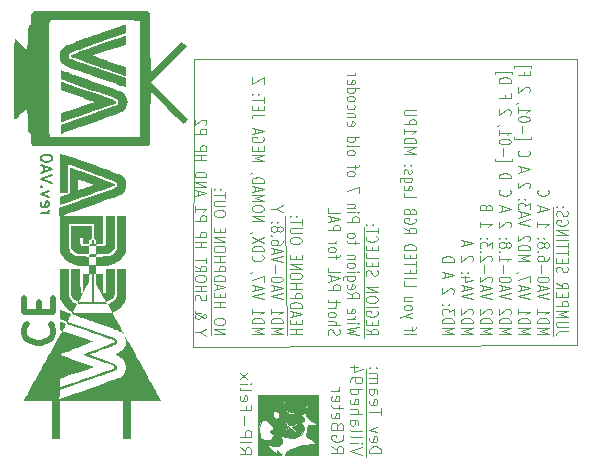
<source format=gbr>
%TF.GenerationSoftware,KiCad,Pcbnew,9.0.0*%
%TF.CreationDate,2025-11-21T22:21:23-08:00*%
%TF.ProjectId,MegaAV_CE_VA0,4d656761-4156-45f4-9345-5f5641302e6b,rev?*%
%TF.SameCoordinates,Original*%
%TF.FileFunction,Legend,Bot*%
%TF.FilePolarity,Positive*%
%FSLAX46Y46*%
G04 Gerber Fmt 4.6, Leading zero omitted, Abs format (unit mm)*
G04 Created by KiCad (PCBNEW 9.0.0) date 2025-11-21 22:21:23*
%MOMM*%
%LPD*%
G01*
G04 APERTURE LIST*
%ADD10C,0.100000*%
%ADD11C,0.120000*%
%ADD12C,0.500000*%
%ADD13C,0.200000*%
%ADD14C,0.010000*%
%ADD15C,0.000000*%
G04 APERTURE END LIST*
D10*
X194352475Y-123106326D02*
X194452475Y-133176326D01*
X201150000Y-136075000D02*
X201150000Y-143525000D01*
X186570013Y-109849896D02*
X219000000Y-109850000D01*
X188007992Y-133200706D02*
X188017992Y-120760706D01*
X219000000Y-109850000D02*
X219050000Y-134050000D01*
X218850000Y-134050000D02*
X186538073Y-134199896D01*
X200990000Y-133430000D02*
X200990000Y-124000000D01*
X219050000Y-134050000D02*
X218850000Y-134050000D01*
X186538073Y-134199896D02*
X186570000Y-109860000D01*
X216991192Y-122364749D02*
X217031192Y-133274749D01*
D11*
X190461161Y-142696885D02*
X190937352Y-143030218D01*
X190461161Y-143268313D02*
X191461161Y-143268313D01*
X191461161Y-143268313D02*
X191461161Y-142887361D01*
X191461161Y-142887361D02*
X191413542Y-142792123D01*
X191413542Y-142792123D02*
X191365923Y-142744504D01*
X191365923Y-142744504D02*
X191270685Y-142696885D01*
X191270685Y-142696885D02*
X191127828Y-142696885D01*
X191127828Y-142696885D02*
X191032590Y-142744504D01*
X191032590Y-142744504D02*
X190984971Y-142792123D01*
X190984971Y-142792123D02*
X190937352Y-142887361D01*
X190937352Y-142887361D02*
X190937352Y-143268313D01*
X190461161Y-142268313D02*
X191461161Y-142268313D01*
X190461161Y-141792123D02*
X191461161Y-141792123D01*
X191461161Y-141792123D02*
X191461161Y-141411171D01*
X191461161Y-141411171D02*
X191413542Y-141315933D01*
X191413542Y-141315933D02*
X191365923Y-141268314D01*
X191365923Y-141268314D02*
X191270685Y-141220695D01*
X191270685Y-141220695D02*
X191127828Y-141220695D01*
X191127828Y-141220695D02*
X191032590Y-141268314D01*
X191032590Y-141268314D02*
X190984971Y-141315933D01*
X190984971Y-141315933D02*
X190937352Y-141411171D01*
X190937352Y-141411171D02*
X190937352Y-141792123D01*
X190842114Y-140792123D02*
X190842114Y-140030219D01*
X190984971Y-139220695D02*
X190984971Y-139554028D01*
X190461161Y-139554028D02*
X191461161Y-139554028D01*
X191461161Y-139554028D02*
X191461161Y-139077838D01*
X190508781Y-138315933D02*
X190461161Y-138411171D01*
X190461161Y-138411171D02*
X190461161Y-138601647D01*
X190461161Y-138601647D02*
X190508781Y-138696885D01*
X190508781Y-138696885D02*
X190604019Y-138744504D01*
X190604019Y-138744504D02*
X190984971Y-138744504D01*
X190984971Y-138744504D02*
X191080209Y-138696885D01*
X191080209Y-138696885D02*
X191127828Y-138601647D01*
X191127828Y-138601647D02*
X191127828Y-138411171D01*
X191127828Y-138411171D02*
X191080209Y-138315933D01*
X191080209Y-138315933D02*
X190984971Y-138268314D01*
X190984971Y-138268314D02*
X190889733Y-138268314D01*
X190889733Y-138268314D02*
X190794495Y-138744504D01*
X190461161Y-137696885D02*
X190508781Y-137792123D01*
X190508781Y-137792123D02*
X190604019Y-137839742D01*
X190604019Y-137839742D02*
X191461161Y-137839742D01*
X190461161Y-137315932D02*
X191127828Y-137315932D01*
X191461161Y-137315932D02*
X191413542Y-137363551D01*
X191413542Y-137363551D02*
X191365923Y-137315932D01*
X191365923Y-137315932D02*
X191413542Y-137268313D01*
X191413542Y-137268313D02*
X191461161Y-137315932D01*
X191461161Y-137315932D02*
X191365923Y-137315932D01*
X190461161Y-136934980D02*
X191127828Y-136411171D01*
X191127828Y-136934980D02*
X190461161Y-136411171D01*
D10*
X218254589Y-132877387D02*
X217540304Y-132877387D01*
X217540304Y-132877387D02*
X217397447Y-132915482D01*
X217397447Y-132915482D02*
X217302209Y-132991673D01*
X217302209Y-132991673D02*
X217254589Y-133105958D01*
X217254589Y-133105958D02*
X217254589Y-133182149D01*
X218254589Y-132496434D02*
X217445066Y-132496434D01*
X217445066Y-132496434D02*
X217349828Y-132458339D01*
X217349828Y-132458339D02*
X217302209Y-132420244D01*
X217302209Y-132420244D02*
X217254589Y-132344053D01*
X217254589Y-132344053D02*
X217254589Y-132191672D01*
X217254589Y-132191672D02*
X217302209Y-132115482D01*
X217302209Y-132115482D02*
X217349828Y-132077387D01*
X217349828Y-132077387D02*
X217445066Y-132039291D01*
X217445066Y-132039291D02*
X218254589Y-132039291D01*
X217254589Y-131658339D02*
X218254589Y-131658339D01*
X218254589Y-131658339D02*
X217540304Y-131391673D01*
X217540304Y-131391673D02*
X218254589Y-131125006D01*
X218254589Y-131125006D02*
X217254589Y-131125006D01*
X217254589Y-130744053D02*
X218254589Y-130744053D01*
X218254589Y-130744053D02*
X218254589Y-130439291D01*
X218254589Y-130439291D02*
X218206970Y-130363101D01*
X218206970Y-130363101D02*
X218159351Y-130325006D01*
X218159351Y-130325006D02*
X218064113Y-130286910D01*
X218064113Y-130286910D02*
X217921256Y-130286910D01*
X217921256Y-130286910D02*
X217826018Y-130325006D01*
X217826018Y-130325006D02*
X217778399Y-130363101D01*
X217778399Y-130363101D02*
X217730780Y-130439291D01*
X217730780Y-130439291D02*
X217730780Y-130744053D01*
X217778399Y-129944053D02*
X217778399Y-129677387D01*
X217254589Y-129563101D02*
X217254589Y-129944053D01*
X217254589Y-129944053D02*
X218254589Y-129944053D01*
X218254589Y-129944053D02*
X218254589Y-129563101D01*
X217254589Y-128763100D02*
X217730780Y-129029767D01*
X217254589Y-129220243D02*
X218254589Y-129220243D01*
X218254589Y-129220243D02*
X218254589Y-128915481D01*
X218254589Y-128915481D02*
X218206970Y-128839291D01*
X218206970Y-128839291D02*
X218159351Y-128801196D01*
X218159351Y-128801196D02*
X218064113Y-128763100D01*
X218064113Y-128763100D02*
X217921256Y-128763100D01*
X217921256Y-128763100D02*
X217826018Y-128801196D01*
X217826018Y-128801196D02*
X217778399Y-128839291D01*
X217778399Y-128839291D02*
X217730780Y-128915481D01*
X217730780Y-128915481D02*
X217730780Y-129220243D01*
X217302209Y-127848815D02*
X217254589Y-127734529D01*
X217254589Y-127734529D02*
X217254589Y-127544053D01*
X217254589Y-127544053D02*
X217302209Y-127467862D01*
X217302209Y-127467862D02*
X217349828Y-127429767D01*
X217349828Y-127429767D02*
X217445066Y-127391672D01*
X217445066Y-127391672D02*
X217540304Y-127391672D01*
X217540304Y-127391672D02*
X217635542Y-127429767D01*
X217635542Y-127429767D02*
X217683161Y-127467862D01*
X217683161Y-127467862D02*
X217730780Y-127544053D01*
X217730780Y-127544053D02*
X217778399Y-127696434D01*
X217778399Y-127696434D02*
X217826018Y-127772624D01*
X217826018Y-127772624D02*
X217873637Y-127810719D01*
X217873637Y-127810719D02*
X217968875Y-127848815D01*
X217968875Y-127848815D02*
X218064113Y-127848815D01*
X218064113Y-127848815D02*
X218159351Y-127810719D01*
X218159351Y-127810719D02*
X218206970Y-127772624D01*
X218206970Y-127772624D02*
X218254589Y-127696434D01*
X218254589Y-127696434D02*
X218254589Y-127505957D01*
X218254589Y-127505957D02*
X218206970Y-127391672D01*
X217778399Y-127048814D02*
X217778399Y-126782148D01*
X217254589Y-126667862D02*
X217254589Y-127048814D01*
X217254589Y-127048814D02*
X218254589Y-127048814D01*
X218254589Y-127048814D02*
X218254589Y-126667862D01*
X218254589Y-126439290D02*
X218254589Y-125982147D01*
X217254589Y-126210719D02*
X218254589Y-126210719D01*
X218254589Y-125829766D02*
X218254589Y-125372623D01*
X217254589Y-125601195D02*
X218254589Y-125601195D01*
X217254589Y-125105956D02*
X218254589Y-125105956D01*
X217254589Y-124725004D02*
X218254589Y-124725004D01*
X218254589Y-124725004D02*
X217254589Y-124267861D01*
X217254589Y-124267861D02*
X218254589Y-124267861D01*
X218206970Y-123467862D02*
X218254589Y-123544052D01*
X218254589Y-123544052D02*
X218254589Y-123658338D01*
X218254589Y-123658338D02*
X218206970Y-123772624D01*
X218206970Y-123772624D02*
X218111732Y-123848814D01*
X218111732Y-123848814D02*
X218016494Y-123886909D01*
X218016494Y-123886909D02*
X217826018Y-123925005D01*
X217826018Y-123925005D02*
X217683161Y-123925005D01*
X217683161Y-123925005D02*
X217492685Y-123886909D01*
X217492685Y-123886909D02*
X217397447Y-123848814D01*
X217397447Y-123848814D02*
X217302209Y-123772624D01*
X217302209Y-123772624D02*
X217254589Y-123658338D01*
X217254589Y-123658338D02*
X217254589Y-123582147D01*
X217254589Y-123582147D02*
X217302209Y-123467862D01*
X217302209Y-123467862D02*
X217349828Y-123429766D01*
X217349828Y-123429766D02*
X217683161Y-123429766D01*
X217683161Y-123429766D02*
X217683161Y-123582147D01*
X217302209Y-123125005D02*
X217254589Y-123010719D01*
X217254589Y-123010719D02*
X217254589Y-122820243D01*
X217254589Y-122820243D02*
X217302209Y-122744052D01*
X217302209Y-122744052D02*
X217349828Y-122705957D01*
X217349828Y-122705957D02*
X217445066Y-122667862D01*
X217445066Y-122667862D02*
X217540304Y-122667862D01*
X217540304Y-122667862D02*
X217635542Y-122705957D01*
X217635542Y-122705957D02*
X217683161Y-122744052D01*
X217683161Y-122744052D02*
X217730780Y-122820243D01*
X217730780Y-122820243D02*
X217778399Y-122972624D01*
X217778399Y-122972624D02*
X217826018Y-123048814D01*
X217826018Y-123048814D02*
X217873637Y-123086909D01*
X217873637Y-123086909D02*
X217968875Y-123125005D01*
X217968875Y-123125005D02*
X218064113Y-123125005D01*
X218064113Y-123125005D02*
X218159351Y-123086909D01*
X218159351Y-123086909D02*
X218206970Y-123048814D01*
X218206970Y-123048814D02*
X218254589Y-122972624D01*
X218254589Y-122972624D02*
X218254589Y-122782147D01*
X218254589Y-122782147D02*
X218206970Y-122667862D01*
X217349828Y-122325004D02*
X217302209Y-122286909D01*
X217302209Y-122286909D02*
X217254589Y-122325004D01*
X217254589Y-122325004D02*
X217302209Y-122363100D01*
X217302209Y-122363100D02*
X217349828Y-122325004D01*
X217349828Y-122325004D02*
X217254589Y-122325004D01*
X217873637Y-122325004D02*
X217826018Y-122286909D01*
X217826018Y-122286909D02*
X217778399Y-122325004D01*
X217778399Y-122325004D02*
X217826018Y-122363100D01*
X217826018Y-122363100D02*
X217873637Y-122325004D01*
X217873637Y-122325004D02*
X217778399Y-122325004D01*
X215644645Y-133105958D02*
X216644645Y-133105958D01*
X216644645Y-133105958D02*
X215930360Y-132839292D01*
X215930360Y-132839292D02*
X216644645Y-132572625D01*
X216644645Y-132572625D02*
X215644645Y-132572625D01*
X215644645Y-132191672D02*
X216644645Y-132191672D01*
X216644645Y-132191672D02*
X216644645Y-132001196D01*
X216644645Y-132001196D02*
X216597026Y-131886910D01*
X216597026Y-131886910D02*
X216501788Y-131810720D01*
X216501788Y-131810720D02*
X216406550Y-131772625D01*
X216406550Y-131772625D02*
X216216074Y-131734529D01*
X216216074Y-131734529D02*
X216073217Y-131734529D01*
X216073217Y-131734529D02*
X215882741Y-131772625D01*
X215882741Y-131772625D02*
X215787503Y-131810720D01*
X215787503Y-131810720D02*
X215692265Y-131886910D01*
X215692265Y-131886910D02*
X215644645Y-132001196D01*
X215644645Y-132001196D02*
X215644645Y-132191672D01*
X215644645Y-130972625D02*
X215644645Y-131429768D01*
X215644645Y-131201196D02*
X216644645Y-131201196D01*
X216644645Y-131201196D02*
X216501788Y-131277387D01*
X216501788Y-131277387D02*
X216406550Y-131353577D01*
X216406550Y-131353577D02*
X216358931Y-131429768D01*
X216644645Y-130134529D02*
X215644645Y-129867862D01*
X215644645Y-129867862D02*
X216644645Y-129601196D01*
X215930360Y-129372625D02*
X215930360Y-128991672D01*
X215644645Y-129448815D02*
X216644645Y-129182148D01*
X216644645Y-129182148D02*
X215644645Y-128915482D01*
X216644645Y-128496434D02*
X216644645Y-128420244D01*
X216644645Y-128420244D02*
X216597026Y-128344053D01*
X216597026Y-128344053D02*
X216549407Y-128305958D01*
X216549407Y-128305958D02*
X216454169Y-128267863D01*
X216454169Y-128267863D02*
X216263693Y-128229768D01*
X216263693Y-128229768D02*
X216025598Y-128229768D01*
X216025598Y-128229768D02*
X215835122Y-128267863D01*
X215835122Y-128267863D02*
X215739884Y-128305958D01*
X215739884Y-128305958D02*
X215692265Y-128344053D01*
X215692265Y-128344053D02*
X215644645Y-128420244D01*
X215644645Y-128420244D02*
X215644645Y-128496434D01*
X215644645Y-128496434D02*
X215692265Y-128572625D01*
X215692265Y-128572625D02*
X215739884Y-128610720D01*
X215739884Y-128610720D02*
X215835122Y-128648815D01*
X215835122Y-128648815D02*
X216025598Y-128686911D01*
X216025598Y-128686911D02*
X216263693Y-128686911D01*
X216263693Y-128686911D02*
X216454169Y-128648815D01*
X216454169Y-128648815D02*
X216549407Y-128610720D01*
X216549407Y-128610720D02*
X216597026Y-128572625D01*
X216597026Y-128572625D02*
X216644645Y-128496434D01*
X216025598Y-127886910D02*
X216025598Y-127277387D01*
X216644645Y-126553577D02*
X216644645Y-126705958D01*
X216644645Y-126705958D02*
X216597026Y-126782149D01*
X216597026Y-126782149D02*
X216549407Y-126820244D01*
X216549407Y-126820244D02*
X216406550Y-126896434D01*
X216406550Y-126896434D02*
X216216074Y-126934530D01*
X216216074Y-126934530D02*
X215835122Y-126934530D01*
X215835122Y-126934530D02*
X215739884Y-126896434D01*
X215739884Y-126896434D02*
X215692265Y-126858339D01*
X215692265Y-126858339D02*
X215644645Y-126782149D01*
X215644645Y-126782149D02*
X215644645Y-126629768D01*
X215644645Y-126629768D02*
X215692265Y-126553577D01*
X215692265Y-126553577D02*
X215739884Y-126515482D01*
X215739884Y-126515482D02*
X215835122Y-126477387D01*
X215835122Y-126477387D02*
X216073217Y-126477387D01*
X216073217Y-126477387D02*
X216168455Y-126515482D01*
X216168455Y-126515482D02*
X216216074Y-126553577D01*
X216216074Y-126553577D02*
X216263693Y-126629768D01*
X216263693Y-126629768D02*
X216263693Y-126782149D01*
X216263693Y-126782149D02*
X216216074Y-126858339D01*
X216216074Y-126858339D02*
X216168455Y-126896434D01*
X216168455Y-126896434D02*
X216073217Y-126934530D01*
X215739884Y-126134529D02*
X215692265Y-126096434D01*
X215692265Y-126096434D02*
X215644645Y-126134529D01*
X215644645Y-126134529D02*
X215692265Y-126172625D01*
X215692265Y-126172625D02*
X215739884Y-126134529D01*
X215739884Y-126134529D02*
X215644645Y-126134529D01*
X216216074Y-125639292D02*
X216263693Y-125715482D01*
X216263693Y-125715482D02*
X216311312Y-125753577D01*
X216311312Y-125753577D02*
X216406550Y-125791673D01*
X216406550Y-125791673D02*
X216454169Y-125791673D01*
X216454169Y-125791673D02*
X216549407Y-125753577D01*
X216549407Y-125753577D02*
X216597026Y-125715482D01*
X216597026Y-125715482D02*
X216644645Y-125639292D01*
X216644645Y-125639292D02*
X216644645Y-125486911D01*
X216644645Y-125486911D02*
X216597026Y-125410720D01*
X216597026Y-125410720D02*
X216549407Y-125372625D01*
X216549407Y-125372625D02*
X216454169Y-125334530D01*
X216454169Y-125334530D02*
X216406550Y-125334530D01*
X216406550Y-125334530D02*
X216311312Y-125372625D01*
X216311312Y-125372625D02*
X216263693Y-125410720D01*
X216263693Y-125410720D02*
X216216074Y-125486911D01*
X216216074Y-125486911D02*
X216216074Y-125639292D01*
X216216074Y-125639292D02*
X216168455Y-125715482D01*
X216168455Y-125715482D02*
X216120836Y-125753577D01*
X216120836Y-125753577D02*
X216025598Y-125791673D01*
X216025598Y-125791673D02*
X215835122Y-125791673D01*
X215835122Y-125791673D02*
X215739884Y-125753577D01*
X215739884Y-125753577D02*
X215692265Y-125715482D01*
X215692265Y-125715482D02*
X215644645Y-125639292D01*
X215644645Y-125639292D02*
X215644645Y-125486911D01*
X215644645Y-125486911D02*
X215692265Y-125410720D01*
X215692265Y-125410720D02*
X215739884Y-125372625D01*
X215739884Y-125372625D02*
X215835122Y-125334530D01*
X215835122Y-125334530D02*
X216025598Y-125334530D01*
X216025598Y-125334530D02*
X216120836Y-125372625D01*
X216120836Y-125372625D02*
X216168455Y-125410720D01*
X216168455Y-125410720D02*
X216216074Y-125486911D01*
X215739884Y-124991672D02*
X215692265Y-124953577D01*
X215692265Y-124953577D02*
X215644645Y-124991672D01*
X215644645Y-124991672D02*
X215692265Y-125029768D01*
X215692265Y-125029768D02*
X215739884Y-124991672D01*
X215739884Y-124991672D02*
X215644645Y-124991672D01*
X216263693Y-124991672D02*
X216216074Y-124953577D01*
X216216074Y-124953577D02*
X216168455Y-124991672D01*
X216168455Y-124991672D02*
X216216074Y-125029768D01*
X216216074Y-125029768D02*
X216263693Y-124991672D01*
X216263693Y-124991672D02*
X216168455Y-124991672D01*
X215644645Y-123582149D02*
X215644645Y-124039292D01*
X215644645Y-123810720D02*
X216644645Y-123810720D01*
X216644645Y-123810720D02*
X216501788Y-123886911D01*
X216501788Y-123886911D02*
X216406550Y-123963101D01*
X216406550Y-123963101D02*
X216358931Y-124039292D01*
X215930360Y-122667863D02*
X215930360Y-122286910D01*
X215644645Y-122744053D02*
X216644645Y-122477386D01*
X216644645Y-122477386D02*
X215644645Y-122210720D01*
X215739884Y-120877386D02*
X215692265Y-120915482D01*
X215692265Y-120915482D02*
X215644645Y-121029767D01*
X215644645Y-121029767D02*
X215644645Y-121105958D01*
X215644645Y-121105958D02*
X215692265Y-121220244D01*
X215692265Y-121220244D02*
X215787503Y-121296434D01*
X215787503Y-121296434D02*
X215882741Y-121334529D01*
X215882741Y-121334529D02*
X216073217Y-121372625D01*
X216073217Y-121372625D02*
X216216074Y-121372625D01*
X216216074Y-121372625D02*
X216406550Y-121334529D01*
X216406550Y-121334529D02*
X216501788Y-121296434D01*
X216501788Y-121296434D02*
X216597026Y-121220244D01*
X216597026Y-121220244D02*
X216644645Y-121105958D01*
X216644645Y-121105958D02*
X216644645Y-121029767D01*
X216644645Y-121029767D02*
X216597026Y-120915482D01*
X216597026Y-120915482D02*
X216549407Y-120877386D01*
X214034701Y-133105958D02*
X215034701Y-133105958D01*
X215034701Y-133105958D02*
X214320416Y-132839292D01*
X214320416Y-132839292D02*
X215034701Y-132572625D01*
X215034701Y-132572625D02*
X214034701Y-132572625D01*
X214034701Y-132191672D02*
X215034701Y-132191672D01*
X215034701Y-132191672D02*
X215034701Y-132001196D01*
X215034701Y-132001196D02*
X214987082Y-131886910D01*
X214987082Y-131886910D02*
X214891844Y-131810720D01*
X214891844Y-131810720D02*
X214796606Y-131772625D01*
X214796606Y-131772625D02*
X214606130Y-131734529D01*
X214606130Y-131734529D02*
X214463273Y-131734529D01*
X214463273Y-131734529D02*
X214272797Y-131772625D01*
X214272797Y-131772625D02*
X214177559Y-131810720D01*
X214177559Y-131810720D02*
X214082321Y-131886910D01*
X214082321Y-131886910D02*
X214034701Y-132001196D01*
X214034701Y-132001196D02*
X214034701Y-132191672D01*
X214034701Y-130972625D02*
X214034701Y-131429768D01*
X214034701Y-131201196D02*
X215034701Y-131201196D01*
X215034701Y-131201196D02*
X214891844Y-131277387D01*
X214891844Y-131277387D02*
X214796606Y-131353577D01*
X214796606Y-131353577D02*
X214748987Y-131429768D01*
X215034701Y-130134529D02*
X214034701Y-129867862D01*
X214034701Y-129867862D02*
X215034701Y-129601196D01*
X214320416Y-129372625D02*
X214320416Y-128991672D01*
X214034701Y-129448815D02*
X215034701Y-129182148D01*
X215034701Y-129182148D02*
X214034701Y-128915482D01*
X215034701Y-128725006D02*
X215034701Y-128191672D01*
X215034701Y-128191672D02*
X214034701Y-128534530D01*
X214082321Y-127848815D02*
X214034701Y-127848815D01*
X214034701Y-127848815D02*
X213939463Y-127886910D01*
X213939463Y-127886910D02*
X213891844Y-127925006D01*
X214034701Y-126896434D02*
X215034701Y-126896434D01*
X215034701Y-126896434D02*
X214320416Y-126629768D01*
X214320416Y-126629768D02*
X215034701Y-126363101D01*
X215034701Y-126363101D02*
X214034701Y-126363101D01*
X214034701Y-125982148D02*
X215034701Y-125982148D01*
X215034701Y-125982148D02*
X215034701Y-125791672D01*
X215034701Y-125791672D02*
X214987082Y-125677386D01*
X214987082Y-125677386D02*
X214891844Y-125601196D01*
X214891844Y-125601196D02*
X214796606Y-125563101D01*
X214796606Y-125563101D02*
X214606130Y-125525005D01*
X214606130Y-125525005D02*
X214463273Y-125525005D01*
X214463273Y-125525005D02*
X214272797Y-125563101D01*
X214272797Y-125563101D02*
X214177559Y-125601196D01*
X214177559Y-125601196D02*
X214082321Y-125677386D01*
X214082321Y-125677386D02*
X214034701Y-125791672D01*
X214034701Y-125791672D02*
X214034701Y-125982148D01*
X214939463Y-125220244D02*
X214987082Y-125182148D01*
X214987082Y-125182148D02*
X215034701Y-125105958D01*
X215034701Y-125105958D02*
X215034701Y-124915482D01*
X215034701Y-124915482D02*
X214987082Y-124839291D01*
X214987082Y-124839291D02*
X214939463Y-124801196D01*
X214939463Y-124801196D02*
X214844225Y-124763101D01*
X214844225Y-124763101D02*
X214748987Y-124763101D01*
X214748987Y-124763101D02*
X214606130Y-124801196D01*
X214606130Y-124801196D02*
X214034701Y-125258339D01*
X214034701Y-125258339D02*
X214034701Y-124763101D01*
X215034701Y-123925005D02*
X214034701Y-123658338D01*
X214034701Y-123658338D02*
X215034701Y-123391672D01*
X214320416Y-123163101D02*
X214320416Y-122782148D01*
X214034701Y-123239291D02*
X215034701Y-122972624D01*
X215034701Y-122972624D02*
X214034701Y-122705958D01*
X215034701Y-122515482D02*
X215034701Y-122020244D01*
X215034701Y-122020244D02*
X214653749Y-122286910D01*
X214653749Y-122286910D02*
X214653749Y-122172625D01*
X214653749Y-122172625D02*
X214606130Y-122096434D01*
X214606130Y-122096434D02*
X214558511Y-122058339D01*
X214558511Y-122058339D02*
X214463273Y-122020244D01*
X214463273Y-122020244D02*
X214225178Y-122020244D01*
X214225178Y-122020244D02*
X214129940Y-122058339D01*
X214129940Y-122058339D02*
X214082321Y-122096434D01*
X214082321Y-122096434D02*
X214034701Y-122172625D01*
X214034701Y-122172625D02*
X214034701Y-122401196D01*
X214034701Y-122401196D02*
X214082321Y-122477387D01*
X214082321Y-122477387D02*
X214129940Y-122515482D01*
X214129940Y-121677386D02*
X214082321Y-121639291D01*
X214082321Y-121639291D02*
X214034701Y-121677386D01*
X214034701Y-121677386D02*
X214082321Y-121715482D01*
X214082321Y-121715482D02*
X214129940Y-121677386D01*
X214129940Y-121677386D02*
X214034701Y-121677386D01*
X214653749Y-121677386D02*
X214606130Y-121639291D01*
X214606130Y-121639291D02*
X214558511Y-121677386D01*
X214558511Y-121677386D02*
X214606130Y-121715482D01*
X214606130Y-121715482D02*
X214653749Y-121677386D01*
X214653749Y-121677386D02*
X214558511Y-121677386D01*
X214939463Y-120725006D02*
X214987082Y-120686910D01*
X214987082Y-120686910D02*
X215034701Y-120610720D01*
X215034701Y-120610720D02*
X215034701Y-120420244D01*
X215034701Y-120420244D02*
X214987082Y-120344053D01*
X214987082Y-120344053D02*
X214939463Y-120305958D01*
X214939463Y-120305958D02*
X214844225Y-120267863D01*
X214844225Y-120267863D02*
X214748987Y-120267863D01*
X214748987Y-120267863D02*
X214606130Y-120305958D01*
X214606130Y-120305958D02*
X214034701Y-120763101D01*
X214034701Y-120763101D02*
X214034701Y-120267863D01*
X214320416Y-119353577D02*
X214320416Y-118972624D01*
X214034701Y-119429767D02*
X215034701Y-119163100D01*
X215034701Y-119163100D02*
X214034701Y-118896434D01*
X214129940Y-117563100D02*
X214082321Y-117601196D01*
X214082321Y-117601196D02*
X214034701Y-117715481D01*
X214034701Y-117715481D02*
X214034701Y-117791672D01*
X214034701Y-117791672D02*
X214082321Y-117905958D01*
X214082321Y-117905958D02*
X214177559Y-117982148D01*
X214177559Y-117982148D02*
X214272797Y-118020243D01*
X214272797Y-118020243D02*
X214463273Y-118058339D01*
X214463273Y-118058339D02*
X214606130Y-118058339D01*
X214606130Y-118058339D02*
X214796606Y-118020243D01*
X214796606Y-118020243D02*
X214891844Y-117982148D01*
X214891844Y-117982148D02*
X214987082Y-117905958D01*
X214987082Y-117905958D02*
X215034701Y-117791672D01*
X215034701Y-117791672D02*
X215034701Y-117715481D01*
X215034701Y-117715481D02*
X214987082Y-117601196D01*
X214987082Y-117601196D02*
X214939463Y-117563100D01*
X213701368Y-116382148D02*
X213701368Y-116572624D01*
X213701368Y-116572624D02*
X215129940Y-116572624D01*
X215129940Y-116572624D02*
X215129940Y-116382148D01*
X214415654Y-116077386D02*
X214415654Y-115467863D01*
X215034701Y-114934529D02*
X215034701Y-114858339D01*
X215034701Y-114858339D02*
X214987082Y-114782148D01*
X214987082Y-114782148D02*
X214939463Y-114744053D01*
X214939463Y-114744053D02*
X214844225Y-114705958D01*
X214844225Y-114705958D02*
X214653749Y-114667863D01*
X214653749Y-114667863D02*
X214415654Y-114667863D01*
X214415654Y-114667863D02*
X214225178Y-114705958D01*
X214225178Y-114705958D02*
X214129940Y-114744053D01*
X214129940Y-114744053D02*
X214082321Y-114782148D01*
X214082321Y-114782148D02*
X214034701Y-114858339D01*
X214034701Y-114858339D02*
X214034701Y-114934529D01*
X214034701Y-114934529D02*
X214082321Y-115010720D01*
X214082321Y-115010720D02*
X214129940Y-115048815D01*
X214129940Y-115048815D02*
X214225178Y-115086910D01*
X214225178Y-115086910D02*
X214415654Y-115125006D01*
X214415654Y-115125006D02*
X214653749Y-115125006D01*
X214653749Y-115125006D02*
X214844225Y-115086910D01*
X214844225Y-115086910D02*
X214939463Y-115048815D01*
X214939463Y-115048815D02*
X214987082Y-115010720D01*
X214987082Y-115010720D02*
X215034701Y-114934529D01*
X214034701Y-113905958D02*
X214034701Y-114363101D01*
X214034701Y-114134529D02*
X215034701Y-114134529D01*
X215034701Y-114134529D02*
X214891844Y-114210720D01*
X214891844Y-114210720D02*
X214796606Y-114286910D01*
X214796606Y-114286910D02*
X214748987Y-114363101D01*
X214082321Y-113525005D02*
X214034701Y-113525005D01*
X214034701Y-113525005D02*
X213939463Y-113563100D01*
X213939463Y-113563100D02*
X213891844Y-113601196D01*
X214939463Y-112610720D02*
X214987082Y-112572624D01*
X214987082Y-112572624D02*
X215034701Y-112496434D01*
X215034701Y-112496434D02*
X215034701Y-112305958D01*
X215034701Y-112305958D02*
X214987082Y-112229767D01*
X214987082Y-112229767D02*
X214939463Y-112191672D01*
X214939463Y-112191672D02*
X214844225Y-112153577D01*
X214844225Y-112153577D02*
X214748987Y-112153577D01*
X214748987Y-112153577D02*
X214606130Y-112191672D01*
X214606130Y-112191672D02*
X214034701Y-112648815D01*
X214034701Y-112648815D02*
X214034701Y-112153577D01*
X214558511Y-110934529D02*
X214558511Y-111201195D01*
X214034701Y-111201195D02*
X215034701Y-111201195D01*
X215034701Y-111201195D02*
X215034701Y-110820243D01*
X213701368Y-110591672D02*
X213701368Y-110401196D01*
X213701368Y-110401196D02*
X215129940Y-110401196D01*
X215129940Y-110401196D02*
X215129940Y-110591672D01*
X212424757Y-133105958D02*
X213424757Y-133105958D01*
X213424757Y-133105958D02*
X212710472Y-132839292D01*
X212710472Y-132839292D02*
X213424757Y-132572625D01*
X213424757Y-132572625D02*
X212424757Y-132572625D01*
X212424757Y-132191672D02*
X213424757Y-132191672D01*
X213424757Y-132191672D02*
X213424757Y-132001196D01*
X213424757Y-132001196D02*
X213377138Y-131886910D01*
X213377138Y-131886910D02*
X213281900Y-131810720D01*
X213281900Y-131810720D02*
X213186662Y-131772625D01*
X213186662Y-131772625D02*
X212996186Y-131734529D01*
X212996186Y-131734529D02*
X212853329Y-131734529D01*
X212853329Y-131734529D02*
X212662853Y-131772625D01*
X212662853Y-131772625D02*
X212567615Y-131810720D01*
X212567615Y-131810720D02*
X212472377Y-131886910D01*
X212472377Y-131886910D02*
X212424757Y-132001196D01*
X212424757Y-132001196D02*
X212424757Y-132191672D01*
X213329519Y-131429768D02*
X213377138Y-131391672D01*
X213377138Y-131391672D02*
X213424757Y-131315482D01*
X213424757Y-131315482D02*
X213424757Y-131125006D01*
X213424757Y-131125006D02*
X213377138Y-131048815D01*
X213377138Y-131048815D02*
X213329519Y-131010720D01*
X213329519Y-131010720D02*
X213234281Y-130972625D01*
X213234281Y-130972625D02*
X213139043Y-130972625D01*
X213139043Y-130972625D02*
X212996186Y-131010720D01*
X212996186Y-131010720D02*
X212424757Y-131467863D01*
X212424757Y-131467863D02*
X212424757Y-130972625D01*
X213424757Y-130134529D02*
X212424757Y-129867862D01*
X212424757Y-129867862D02*
X213424757Y-129601196D01*
X212710472Y-129372625D02*
X212710472Y-128991672D01*
X212424757Y-129448815D02*
X213424757Y-129182148D01*
X213424757Y-129182148D02*
X212424757Y-128915482D01*
X213424757Y-128496434D02*
X213424757Y-128420244D01*
X213424757Y-128420244D02*
X213377138Y-128344053D01*
X213377138Y-128344053D02*
X213329519Y-128305958D01*
X213329519Y-128305958D02*
X213234281Y-128267863D01*
X213234281Y-128267863D02*
X213043805Y-128229768D01*
X213043805Y-128229768D02*
X212805710Y-128229768D01*
X212805710Y-128229768D02*
X212615234Y-128267863D01*
X212615234Y-128267863D02*
X212519996Y-128305958D01*
X212519996Y-128305958D02*
X212472377Y-128344053D01*
X212472377Y-128344053D02*
X212424757Y-128420244D01*
X212424757Y-128420244D02*
X212424757Y-128496434D01*
X212424757Y-128496434D02*
X212472377Y-128572625D01*
X212472377Y-128572625D02*
X212519996Y-128610720D01*
X212519996Y-128610720D02*
X212615234Y-128648815D01*
X212615234Y-128648815D02*
X212805710Y-128686911D01*
X212805710Y-128686911D02*
X213043805Y-128686911D01*
X213043805Y-128686911D02*
X213234281Y-128648815D01*
X213234281Y-128648815D02*
X213329519Y-128610720D01*
X213329519Y-128610720D02*
X213377138Y-128572625D01*
X213377138Y-128572625D02*
X213424757Y-128496434D01*
X212805710Y-127886910D02*
X212805710Y-127277387D01*
X212424757Y-126477387D02*
X212424757Y-126934530D01*
X212424757Y-126705958D02*
X213424757Y-126705958D01*
X213424757Y-126705958D02*
X213281900Y-126782149D01*
X213281900Y-126782149D02*
X213186662Y-126858339D01*
X213186662Y-126858339D02*
X213139043Y-126934530D01*
X212519996Y-126134529D02*
X212472377Y-126096434D01*
X212472377Y-126096434D02*
X212424757Y-126134529D01*
X212424757Y-126134529D02*
X212472377Y-126172625D01*
X212472377Y-126172625D02*
X212519996Y-126134529D01*
X212519996Y-126134529D02*
X212424757Y-126134529D01*
X212996186Y-125639292D02*
X213043805Y-125715482D01*
X213043805Y-125715482D02*
X213091424Y-125753577D01*
X213091424Y-125753577D02*
X213186662Y-125791673D01*
X213186662Y-125791673D02*
X213234281Y-125791673D01*
X213234281Y-125791673D02*
X213329519Y-125753577D01*
X213329519Y-125753577D02*
X213377138Y-125715482D01*
X213377138Y-125715482D02*
X213424757Y-125639292D01*
X213424757Y-125639292D02*
X213424757Y-125486911D01*
X213424757Y-125486911D02*
X213377138Y-125410720D01*
X213377138Y-125410720D02*
X213329519Y-125372625D01*
X213329519Y-125372625D02*
X213234281Y-125334530D01*
X213234281Y-125334530D02*
X213186662Y-125334530D01*
X213186662Y-125334530D02*
X213091424Y-125372625D01*
X213091424Y-125372625D02*
X213043805Y-125410720D01*
X213043805Y-125410720D02*
X212996186Y-125486911D01*
X212996186Y-125486911D02*
X212996186Y-125639292D01*
X212996186Y-125639292D02*
X212948567Y-125715482D01*
X212948567Y-125715482D02*
X212900948Y-125753577D01*
X212900948Y-125753577D02*
X212805710Y-125791673D01*
X212805710Y-125791673D02*
X212615234Y-125791673D01*
X212615234Y-125791673D02*
X212519996Y-125753577D01*
X212519996Y-125753577D02*
X212472377Y-125715482D01*
X212472377Y-125715482D02*
X212424757Y-125639292D01*
X212424757Y-125639292D02*
X212424757Y-125486911D01*
X212424757Y-125486911D02*
X212472377Y-125410720D01*
X212472377Y-125410720D02*
X212519996Y-125372625D01*
X212519996Y-125372625D02*
X212615234Y-125334530D01*
X212615234Y-125334530D02*
X212805710Y-125334530D01*
X212805710Y-125334530D02*
X212900948Y-125372625D01*
X212900948Y-125372625D02*
X212948567Y-125410720D01*
X212948567Y-125410720D02*
X212996186Y-125486911D01*
X212519996Y-124991672D02*
X212472377Y-124953577D01*
X212472377Y-124953577D02*
X212424757Y-124991672D01*
X212424757Y-124991672D02*
X212472377Y-125029768D01*
X212472377Y-125029768D02*
X212519996Y-124991672D01*
X212519996Y-124991672D02*
X212424757Y-124991672D01*
X213043805Y-124991672D02*
X212996186Y-124953577D01*
X212996186Y-124953577D02*
X212948567Y-124991672D01*
X212948567Y-124991672D02*
X212996186Y-125029768D01*
X212996186Y-125029768D02*
X213043805Y-124991672D01*
X213043805Y-124991672D02*
X212948567Y-124991672D01*
X213329519Y-124039292D02*
X213377138Y-124001196D01*
X213377138Y-124001196D02*
X213424757Y-123925006D01*
X213424757Y-123925006D02*
X213424757Y-123734530D01*
X213424757Y-123734530D02*
X213377138Y-123658339D01*
X213377138Y-123658339D02*
X213329519Y-123620244D01*
X213329519Y-123620244D02*
X213234281Y-123582149D01*
X213234281Y-123582149D02*
X213139043Y-123582149D01*
X213139043Y-123582149D02*
X212996186Y-123620244D01*
X212996186Y-123620244D02*
X212424757Y-124077387D01*
X212424757Y-124077387D02*
X212424757Y-123582149D01*
X212710472Y-122667863D02*
X212710472Y-122286910D01*
X212424757Y-122744053D02*
X213424757Y-122477386D01*
X213424757Y-122477386D02*
X212424757Y-122210720D01*
X212519996Y-120877386D02*
X212472377Y-120915482D01*
X212472377Y-120915482D02*
X212424757Y-121029767D01*
X212424757Y-121029767D02*
X212424757Y-121105958D01*
X212424757Y-121105958D02*
X212472377Y-121220244D01*
X212472377Y-121220244D02*
X212567615Y-121296434D01*
X212567615Y-121296434D02*
X212662853Y-121334529D01*
X212662853Y-121334529D02*
X212853329Y-121372625D01*
X212853329Y-121372625D02*
X212996186Y-121372625D01*
X212996186Y-121372625D02*
X213186662Y-121334529D01*
X213186662Y-121334529D02*
X213281900Y-121296434D01*
X213281900Y-121296434D02*
X213377138Y-121220244D01*
X213377138Y-121220244D02*
X213424757Y-121105958D01*
X213424757Y-121105958D02*
X213424757Y-121029767D01*
X213424757Y-121029767D02*
X213377138Y-120915482D01*
X213377138Y-120915482D02*
X213329519Y-120877386D01*
X212424757Y-119925005D02*
X213424757Y-119925005D01*
X213424757Y-119925005D02*
X213424757Y-119734529D01*
X213424757Y-119734529D02*
X213377138Y-119620243D01*
X213377138Y-119620243D02*
X213281900Y-119544053D01*
X213281900Y-119544053D02*
X213186662Y-119505958D01*
X213186662Y-119505958D02*
X212996186Y-119467862D01*
X212996186Y-119467862D02*
X212853329Y-119467862D01*
X212853329Y-119467862D02*
X212662853Y-119505958D01*
X212662853Y-119505958D02*
X212567615Y-119544053D01*
X212567615Y-119544053D02*
X212472377Y-119620243D01*
X212472377Y-119620243D02*
X212424757Y-119734529D01*
X212424757Y-119734529D02*
X212424757Y-119925005D01*
X212091424Y-118286910D02*
X212091424Y-118477386D01*
X212091424Y-118477386D02*
X213519996Y-118477386D01*
X213519996Y-118477386D02*
X213519996Y-118286910D01*
X212805710Y-117982148D02*
X212805710Y-117372625D01*
X213424757Y-116839291D02*
X213424757Y-116763101D01*
X213424757Y-116763101D02*
X213377138Y-116686910D01*
X213377138Y-116686910D02*
X213329519Y-116648815D01*
X213329519Y-116648815D02*
X213234281Y-116610720D01*
X213234281Y-116610720D02*
X213043805Y-116572625D01*
X213043805Y-116572625D02*
X212805710Y-116572625D01*
X212805710Y-116572625D02*
X212615234Y-116610720D01*
X212615234Y-116610720D02*
X212519996Y-116648815D01*
X212519996Y-116648815D02*
X212472377Y-116686910D01*
X212472377Y-116686910D02*
X212424757Y-116763101D01*
X212424757Y-116763101D02*
X212424757Y-116839291D01*
X212424757Y-116839291D02*
X212472377Y-116915482D01*
X212472377Y-116915482D02*
X212519996Y-116953577D01*
X212519996Y-116953577D02*
X212615234Y-116991672D01*
X212615234Y-116991672D02*
X212805710Y-117029768D01*
X212805710Y-117029768D02*
X213043805Y-117029768D01*
X213043805Y-117029768D02*
X213234281Y-116991672D01*
X213234281Y-116991672D02*
X213329519Y-116953577D01*
X213329519Y-116953577D02*
X213377138Y-116915482D01*
X213377138Y-116915482D02*
X213424757Y-116839291D01*
X212424757Y-115810720D02*
X212424757Y-116267863D01*
X212424757Y-116039291D02*
X213424757Y-116039291D01*
X213424757Y-116039291D02*
X213281900Y-116115482D01*
X213281900Y-116115482D02*
X213186662Y-116191672D01*
X213186662Y-116191672D02*
X213139043Y-116267863D01*
X212472377Y-115429767D02*
X212424757Y-115429767D01*
X212424757Y-115429767D02*
X212329519Y-115467862D01*
X212329519Y-115467862D02*
X212281900Y-115505958D01*
X213329519Y-114515482D02*
X213377138Y-114477386D01*
X213377138Y-114477386D02*
X213424757Y-114401196D01*
X213424757Y-114401196D02*
X213424757Y-114210720D01*
X213424757Y-114210720D02*
X213377138Y-114134529D01*
X213377138Y-114134529D02*
X213329519Y-114096434D01*
X213329519Y-114096434D02*
X213234281Y-114058339D01*
X213234281Y-114058339D02*
X213139043Y-114058339D01*
X213139043Y-114058339D02*
X212996186Y-114096434D01*
X212996186Y-114096434D02*
X212424757Y-114553577D01*
X212424757Y-114553577D02*
X212424757Y-114058339D01*
X212948567Y-112839291D02*
X212948567Y-113105957D01*
X212424757Y-113105957D02*
X213424757Y-113105957D01*
X213424757Y-113105957D02*
X213424757Y-112725005D01*
X212424757Y-111810719D02*
X213424757Y-111810719D01*
X213424757Y-111810719D02*
X213424757Y-111620243D01*
X213424757Y-111620243D02*
X213377138Y-111505957D01*
X213377138Y-111505957D02*
X213281900Y-111429767D01*
X213281900Y-111429767D02*
X213186662Y-111391672D01*
X213186662Y-111391672D02*
X212996186Y-111353576D01*
X212996186Y-111353576D02*
X212853329Y-111353576D01*
X212853329Y-111353576D02*
X212662853Y-111391672D01*
X212662853Y-111391672D02*
X212567615Y-111429767D01*
X212567615Y-111429767D02*
X212472377Y-111505957D01*
X212472377Y-111505957D02*
X212424757Y-111620243D01*
X212424757Y-111620243D02*
X212424757Y-111810719D01*
X212091424Y-111086910D02*
X212091424Y-110896434D01*
X212091424Y-110896434D02*
X213519996Y-110896434D01*
X213519996Y-110896434D02*
X213519996Y-111086910D01*
X210814813Y-133105958D02*
X211814813Y-133105958D01*
X211814813Y-133105958D02*
X211100528Y-132839292D01*
X211100528Y-132839292D02*
X211814813Y-132572625D01*
X211814813Y-132572625D02*
X210814813Y-132572625D01*
X210814813Y-132191672D02*
X211814813Y-132191672D01*
X211814813Y-132191672D02*
X211814813Y-132001196D01*
X211814813Y-132001196D02*
X211767194Y-131886910D01*
X211767194Y-131886910D02*
X211671956Y-131810720D01*
X211671956Y-131810720D02*
X211576718Y-131772625D01*
X211576718Y-131772625D02*
X211386242Y-131734529D01*
X211386242Y-131734529D02*
X211243385Y-131734529D01*
X211243385Y-131734529D02*
X211052909Y-131772625D01*
X211052909Y-131772625D02*
X210957671Y-131810720D01*
X210957671Y-131810720D02*
X210862433Y-131886910D01*
X210862433Y-131886910D02*
X210814813Y-132001196D01*
X210814813Y-132001196D02*
X210814813Y-132191672D01*
X211719575Y-131429768D02*
X211767194Y-131391672D01*
X211767194Y-131391672D02*
X211814813Y-131315482D01*
X211814813Y-131315482D02*
X211814813Y-131125006D01*
X211814813Y-131125006D02*
X211767194Y-131048815D01*
X211767194Y-131048815D02*
X211719575Y-131010720D01*
X211719575Y-131010720D02*
X211624337Y-130972625D01*
X211624337Y-130972625D02*
X211529099Y-130972625D01*
X211529099Y-130972625D02*
X211386242Y-131010720D01*
X211386242Y-131010720D02*
X210814813Y-131467863D01*
X210814813Y-131467863D02*
X210814813Y-130972625D01*
X211814813Y-130134529D02*
X210814813Y-129867862D01*
X210814813Y-129867862D02*
X211814813Y-129601196D01*
X211100528Y-129372625D02*
X211100528Y-128991672D01*
X210814813Y-129448815D02*
X211814813Y-129182148D01*
X211814813Y-129182148D02*
X210814813Y-128915482D01*
X211719575Y-128686911D02*
X211767194Y-128648815D01*
X211767194Y-128648815D02*
X211814813Y-128572625D01*
X211814813Y-128572625D02*
X211814813Y-128382149D01*
X211814813Y-128382149D02*
X211767194Y-128305958D01*
X211767194Y-128305958D02*
X211719575Y-128267863D01*
X211719575Y-128267863D02*
X211624337Y-128229768D01*
X211624337Y-128229768D02*
X211529099Y-128229768D01*
X211529099Y-128229768D02*
X211386242Y-128267863D01*
X211386242Y-128267863D02*
X210814813Y-128725006D01*
X210814813Y-128725006D02*
X210814813Y-128229768D01*
X211195766Y-127886910D02*
X211195766Y-127277387D01*
X211719575Y-126934530D02*
X211767194Y-126896434D01*
X211767194Y-126896434D02*
X211814813Y-126820244D01*
X211814813Y-126820244D02*
X211814813Y-126629768D01*
X211814813Y-126629768D02*
X211767194Y-126553577D01*
X211767194Y-126553577D02*
X211719575Y-126515482D01*
X211719575Y-126515482D02*
X211624337Y-126477387D01*
X211624337Y-126477387D02*
X211529099Y-126477387D01*
X211529099Y-126477387D02*
X211386242Y-126515482D01*
X211386242Y-126515482D02*
X210814813Y-126972625D01*
X210814813Y-126972625D02*
X210814813Y-126477387D01*
X210910052Y-126134529D02*
X210862433Y-126096434D01*
X210862433Y-126096434D02*
X210814813Y-126134529D01*
X210814813Y-126134529D02*
X210862433Y-126172625D01*
X210862433Y-126172625D02*
X210910052Y-126134529D01*
X210910052Y-126134529D02*
X210814813Y-126134529D01*
X211814813Y-125829768D02*
X211814813Y-125334530D01*
X211814813Y-125334530D02*
X211433861Y-125601196D01*
X211433861Y-125601196D02*
X211433861Y-125486911D01*
X211433861Y-125486911D02*
X211386242Y-125410720D01*
X211386242Y-125410720D02*
X211338623Y-125372625D01*
X211338623Y-125372625D02*
X211243385Y-125334530D01*
X211243385Y-125334530D02*
X211005290Y-125334530D01*
X211005290Y-125334530D02*
X210910052Y-125372625D01*
X210910052Y-125372625D02*
X210862433Y-125410720D01*
X210862433Y-125410720D02*
X210814813Y-125486911D01*
X210814813Y-125486911D02*
X210814813Y-125715482D01*
X210814813Y-125715482D02*
X210862433Y-125791673D01*
X210862433Y-125791673D02*
X210910052Y-125829768D01*
X210910052Y-124991672D02*
X210862433Y-124953577D01*
X210862433Y-124953577D02*
X210814813Y-124991672D01*
X210814813Y-124991672D02*
X210862433Y-125029768D01*
X210862433Y-125029768D02*
X210910052Y-124991672D01*
X210910052Y-124991672D02*
X210814813Y-124991672D01*
X211433861Y-124991672D02*
X211386242Y-124953577D01*
X211386242Y-124953577D02*
X211338623Y-124991672D01*
X211338623Y-124991672D02*
X211386242Y-125029768D01*
X211386242Y-125029768D02*
X211433861Y-124991672D01*
X211433861Y-124991672D02*
X211338623Y-124991672D01*
X210814813Y-123582149D02*
X210814813Y-124039292D01*
X210814813Y-123810720D02*
X211814813Y-123810720D01*
X211814813Y-123810720D02*
X211671956Y-123886911D01*
X211671956Y-123886911D02*
X211576718Y-123963101D01*
X211576718Y-123963101D02*
X211529099Y-124039292D01*
X211338623Y-122363101D02*
X211291004Y-122248815D01*
X211291004Y-122248815D02*
X211243385Y-122210720D01*
X211243385Y-122210720D02*
X211148147Y-122172624D01*
X211148147Y-122172624D02*
X211005290Y-122172624D01*
X211005290Y-122172624D02*
X210910052Y-122210720D01*
X210910052Y-122210720D02*
X210862433Y-122248815D01*
X210862433Y-122248815D02*
X210814813Y-122325005D01*
X210814813Y-122325005D02*
X210814813Y-122629767D01*
X210814813Y-122629767D02*
X211814813Y-122629767D01*
X211814813Y-122629767D02*
X211814813Y-122363101D01*
X211814813Y-122363101D02*
X211767194Y-122286910D01*
X211767194Y-122286910D02*
X211719575Y-122248815D01*
X211719575Y-122248815D02*
X211624337Y-122210720D01*
X211624337Y-122210720D02*
X211529099Y-122210720D01*
X211529099Y-122210720D02*
X211433861Y-122248815D01*
X211433861Y-122248815D02*
X211386242Y-122286910D01*
X211386242Y-122286910D02*
X211338623Y-122363101D01*
X211338623Y-122363101D02*
X211338623Y-122629767D01*
X209204869Y-133105958D02*
X210204869Y-133105958D01*
X210204869Y-133105958D02*
X209490584Y-132839292D01*
X209490584Y-132839292D02*
X210204869Y-132572625D01*
X210204869Y-132572625D02*
X209204869Y-132572625D01*
X209204869Y-132191672D02*
X210204869Y-132191672D01*
X210204869Y-132191672D02*
X210204869Y-132001196D01*
X210204869Y-132001196D02*
X210157250Y-131886910D01*
X210157250Y-131886910D02*
X210062012Y-131810720D01*
X210062012Y-131810720D02*
X209966774Y-131772625D01*
X209966774Y-131772625D02*
X209776298Y-131734529D01*
X209776298Y-131734529D02*
X209633441Y-131734529D01*
X209633441Y-131734529D02*
X209442965Y-131772625D01*
X209442965Y-131772625D02*
X209347727Y-131810720D01*
X209347727Y-131810720D02*
X209252489Y-131886910D01*
X209252489Y-131886910D02*
X209204869Y-132001196D01*
X209204869Y-132001196D02*
X209204869Y-132191672D01*
X210109631Y-131429768D02*
X210157250Y-131391672D01*
X210157250Y-131391672D02*
X210204869Y-131315482D01*
X210204869Y-131315482D02*
X210204869Y-131125006D01*
X210204869Y-131125006D02*
X210157250Y-131048815D01*
X210157250Y-131048815D02*
X210109631Y-131010720D01*
X210109631Y-131010720D02*
X210014393Y-130972625D01*
X210014393Y-130972625D02*
X209919155Y-130972625D01*
X209919155Y-130972625D02*
X209776298Y-131010720D01*
X209776298Y-131010720D02*
X209204869Y-131467863D01*
X209204869Y-131467863D02*
X209204869Y-130972625D01*
X210204869Y-130134529D02*
X209204869Y-129867862D01*
X209204869Y-129867862D02*
X210204869Y-129601196D01*
X209490584Y-129372625D02*
X209490584Y-128991672D01*
X209204869Y-129448815D02*
X210204869Y-129182148D01*
X210204869Y-129182148D02*
X209204869Y-128915482D01*
X209871536Y-128305958D02*
X209204869Y-128305958D01*
X210252489Y-128496434D02*
X209538203Y-128686911D01*
X209538203Y-128686911D02*
X209538203Y-128191672D01*
X209300108Y-127886910D02*
X209252489Y-127848815D01*
X209252489Y-127848815D02*
X209204869Y-127886910D01*
X209204869Y-127886910D02*
X209252489Y-127925006D01*
X209252489Y-127925006D02*
X209300108Y-127886910D01*
X209300108Y-127886910D02*
X209204869Y-127886910D01*
X209823917Y-127886910D02*
X209776298Y-127848815D01*
X209776298Y-127848815D02*
X209728679Y-127886910D01*
X209728679Y-127886910D02*
X209776298Y-127925006D01*
X209776298Y-127925006D02*
X209823917Y-127886910D01*
X209823917Y-127886910D02*
X209728679Y-127886910D01*
X210109631Y-126934530D02*
X210157250Y-126896434D01*
X210157250Y-126896434D02*
X210204869Y-126820244D01*
X210204869Y-126820244D02*
X210204869Y-126629768D01*
X210204869Y-126629768D02*
X210157250Y-126553577D01*
X210157250Y-126553577D02*
X210109631Y-126515482D01*
X210109631Y-126515482D02*
X210014393Y-126477387D01*
X210014393Y-126477387D02*
X209919155Y-126477387D01*
X209919155Y-126477387D02*
X209776298Y-126515482D01*
X209776298Y-126515482D02*
X209204869Y-126972625D01*
X209204869Y-126972625D02*
X209204869Y-126477387D01*
X209490584Y-125563101D02*
X209490584Y-125182148D01*
X209204869Y-125639291D02*
X210204869Y-125372624D01*
X210204869Y-125372624D02*
X209204869Y-125105958D01*
X207594925Y-133105958D02*
X208594925Y-133105958D01*
X208594925Y-133105958D02*
X207880640Y-132839292D01*
X207880640Y-132839292D02*
X208594925Y-132572625D01*
X208594925Y-132572625D02*
X207594925Y-132572625D01*
X207594925Y-132191672D02*
X208594925Y-132191672D01*
X208594925Y-132191672D02*
X208594925Y-132001196D01*
X208594925Y-132001196D02*
X208547306Y-131886910D01*
X208547306Y-131886910D02*
X208452068Y-131810720D01*
X208452068Y-131810720D02*
X208356830Y-131772625D01*
X208356830Y-131772625D02*
X208166354Y-131734529D01*
X208166354Y-131734529D02*
X208023497Y-131734529D01*
X208023497Y-131734529D02*
X207833021Y-131772625D01*
X207833021Y-131772625D02*
X207737783Y-131810720D01*
X207737783Y-131810720D02*
X207642545Y-131886910D01*
X207642545Y-131886910D02*
X207594925Y-132001196D01*
X207594925Y-132001196D02*
X207594925Y-132191672D01*
X208594925Y-131467863D02*
X208594925Y-130972625D01*
X208594925Y-130972625D02*
X208213973Y-131239291D01*
X208213973Y-131239291D02*
X208213973Y-131125006D01*
X208213973Y-131125006D02*
X208166354Y-131048815D01*
X208166354Y-131048815D02*
X208118735Y-131010720D01*
X208118735Y-131010720D02*
X208023497Y-130972625D01*
X208023497Y-130972625D02*
X207785402Y-130972625D01*
X207785402Y-130972625D02*
X207690164Y-131010720D01*
X207690164Y-131010720D02*
X207642545Y-131048815D01*
X207642545Y-131048815D02*
X207594925Y-131125006D01*
X207594925Y-131125006D02*
X207594925Y-131353577D01*
X207594925Y-131353577D02*
X207642545Y-131429768D01*
X207642545Y-131429768D02*
X207690164Y-131467863D01*
X207690164Y-130629767D02*
X207642545Y-130591672D01*
X207642545Y-130591672D02*
X207594925Y-130629767D01*
X207594925Y-130629767D02*
X207642545Y-130667863D01*
X207642545Y-130667863D02*
X207690164Y-130629767D01*
X207690164Y-130629767D02*
X207594925Y-130629767D01*
X208213973Y-130629767D02*
X208166354Y-130591672D01*
X208166354Y-130591672D02*
X208118735Y-130629767D01*
X208118735Y-130629767D02*
X208166354Y-130667863D01*
X208166354Y-130667863D02*
X208213973Y-130629767D01*
X208213973Y-130629767D02*
X208118735Y-130629767D01*
X208499687Y-129677387D02*
X208547306Y-129639291D01*
X208547306Y-129639291D02*
X208594925Y-129563101D01*
X208594925Y-129563101D02*
X208594925Y-129372625D01*
X208594925Y-129372625D02*
X208547306Y-129296434D01*
X208547306Y-129296434D02*
X208499687Y-129258339D01*
X208499687Y-129258339D02*
X208404449Y-129220244D01*
X208404449Y-129220244D02*
X208309211Y-129220244D01*
X208309211Y-129220244D02*
X208166354Y-129258339D01*
X208166354Y-129258339D02*
X207594925Y-129715482D01*
X207594925Y-129715482D02*
X207594925Y-129220244D01*
X207880640Y-128305958D02*
X207880640Y-127925005D01*
X207594925Y-128382148D02*
X208594925Y-128115481D01*
X208594925Y-128115481D02*
X207594925Y-127848815D01*
X207594925Y-126972624D02*
X208594925Y-126972624D01*
X208594925Y-126972624D02*
X208594925Y-126782148D01*
X208594925Y-126782148D02*
X208547306Y-126667862D01*
X208547306Y-126667862D02*
X208452068Y-126591672D01*
X208452068Y-126591672D02*
X208356830Y-126553577D01*
X208356830Y-126553577D02*
X208166354Y-126515481D01*
X208166354Y-126515481D02*
X208023497Y-126515481D01*
X208023497Y-126515481D02*
X207833021Y-126553577D01*
X207833021Y-126553577D02*
X207737783Y-126591672D01*
X207737783Y-126591672D02*
X207642545Y-126667862D01*
X207642545Y-126667862D02*
X207594925Y-126782148D01*
X207594925Y-126782148D02*
X207594925Y-126972624D01*
X204375037Y-133105958D02*
X205375037Y-133105958D01*
X205041704Y-132839292D02*
X205041704Y-132534530D01*
X204375037Y-132725006D02*
X205232180Y-132725006D01*
X205232180Y-132725006D02*
X205327418Y-132686911D01*
X205327418Y-132686911D02*
X205375037Y-132610721D01*
X205375037Y-132610721D02*
X205375037Y-132534530D01*
X205041704Y-131734530D02*
X204375037Y-131544054D01*
X205041704Y-131353577D02*
X204375037Y-131544054D01*
X204375037Y-131544054D02*
X204136942Y-131620244D01*
X204136942Y-131620244D02*
X204089323Y-131658339D01*
X204089323Y-131658339D02*
X204041704Y-131734530D01*
X204375037Y-130934530D02*
X204422657Y-131010720D01*
X204422657Y-131010720D02*
X204470276Y-131048815D01*
X204470276Y-131048815D02*
X204565514Y-131086911D01*
X204565514Y-131086911D02*
X204851228Y-131086911D01*
X204851228Y-131086911D02*
X204946466Y-131048815D01*
X204946466Y-131048815D02*
X204994085Y-131010720D01*
X204994085Y-131010720D02*
X205041704Y-130934530D01*
X205041704Y-130934530D02*
X205041704Y-130820244D01*
X205041704Y-130820244D02*
X204994085Y-130744053D01*
X204994085Y-130744053D02*
X204946466Y-130705958D01*
X204946466Y-130705958D02*
X204851228Y-130667863D01*
X204851228Y-130667863D02*
X204565514Y-130667863D01*
X204565514Y-130667863D02*
X204470276Y-130705958D01*
X204470276Y-130705958D02*
X204422657Y-130744053D01*
X204422657Y-130744053D02*
X204375037Y-130820244D01*
X204375037Y-130820244D02*
X204375037Y-130934530D01*
X205041704Y-129982148D02*
X204375037Y-129982148D01*
X205041704Y-130325005D02*
X204517895Y-130325005D01*
X204517895Y-130325005D02*
X204422657Y-130286910D01*
X204422657Y-130286910D02*
X204375037Y-130210720D01*
X204375037Y-130210720D02*
X204375037Y-130096434D01*
X204375037Y-130096434D02*
X204422657Y-130020243D01*
X204422657Y-130020243D02*
X204470276Y-129982148D01*
X204375037Y-128610719D02*
X204375037Y-128991671D01*
X204375037Y-128991671D02*
X205375037Y-128991671D01*
X204375037Y-128344052D02*
X205375037Y-128344052D01*
X204898847Y-127696434D02*
X204898847Y-127963100D01*
X204375037Y-127963100D02*
X205375037Y-127963100D01*
X205375037Y-127963100D02*
X205375037Y-127582148D01*
X205375037Y-127391672D02*
X205375037Y-126934529D01*
X204375037Y-127163101D02*
X205375037Y-127163101D01*
X204898847Y-126667862D02*
X204898847Y-126401196D01*
X204375037Y-126286910D02*
X204375037Y-126667862D01*
X204375037Y-126667862D02*
X205375037Y-126667862D01*
X205375037Y-126667862D02*
X205375037Y-126286910D01*
X204375037Y-125944052D02*
X205375037Y-125944052D01*
X205375037Y-125944052D02*
X205375037Y-125753576D01*
X205375037Y-125753576D02*
X205327418Y-125639290D01*
X205327418Y-125639290D02*
X205232180Y-125563100D01*
X205232180Y-125563100D02*
X205136942Y-125525005D01*
X205136942Y-125525005D02*
X204946466Y-125486909D01*
X204946466Y-125486909D02*
X204803609Y-125486909D01*
X204803609Y-125486909D02*
X204613133Y-125525005D01*
X204613133Y-125525005D02*
X204517895Y-125563100D01*
X204517895Y-125563100D02*
X204422657Y-125639290D01*
X204422657Y-125639290D02*
X204375037Y-125753576D01*
X204375037Y-125753576D02*
X204375037Y-125944052D01*
X204375037Y-124077385D02*
X204851228Y-124344052D01*
X204375037Y-124534528D02*
X205375037Y-124534528D01*
X205375037Y-124534528D02*
X205375037Y-124229766D01*
X205375037Y-124229766D02*
X205327418Y-124153576D01*
X205327418Y-124153576D02*
X205279799Y-124115481D01*
X205279799Y-124115481D02*
X205184561Y-124077385D01*
X205184561Y-124077385D02*
X205041704Y-124077385D01*
X205041704Y-124077385D02*
X204946466Y-124115481D01*
X204946466Y-124115481D02*
X204898847Y-124153576D01*
X204898847Y-124153576D02*
X204851228Y-124229766D01*
X204851228Y-124229766D02*
X204851228Y-124534528D01*
X205327418Y-123315481D02*
X205375037Y-123391671D01*
X205375037Y-123391671D02*
X205375037Y-123505957D01*
X205375037Y-123505957D02*
X205327418Y-123620243D01*
X205327418Y-123620243D02*
X205232180Y-123696433D01*
X205232180Y-123696433D02*
X205136942Y-123734528D01*
X205136942Y-123734528D02*
X204946466Y-123772624D01*
X204946466Y-123772624D02*
X204803609Y-123772624D01*
X204803609Y-123772624D02*
X204613133Y-123734528D01*
X204613133Y-123734528D02*
X204517895Y-123696433D01*
X204517895Y-123696433D02*
X204422657Y-123620243D01*
X204422657Y-123620243D02*
X204375037Y-123505957D01*
X204375037Y-123505957D02*
X204375037Y-123429766D01*
X204375037Y-123429766D02*
X204422657Y-123315481D01*
X204422657Y-123315481D02*
X204470276Y-123277385D01*
X204470276Y-123277385D02*
X204803609Y-123277385D01*
X204803609Y-123277385D02*
X204803609Y-123429766D01*
X204898847Y-122667862D02*
X204851228Y-122553576D01*
X204851228Y-122553576D02*
X204803609Y-122515481D01*
X204803609Y-122515481D02*
X204708371Y-122477385D01*
X204708371Y-122477385D02*
X204565514Y-122477385D01*
X204565514Y-122477385D02*
X204470276Y-122515481D01*
X204470276Y-122515481D02*
X204422657Y-122553576D01*
X204422657Y-122553576D02*
X204375037Y-122629766D01*
X204375037Y-122629766D02*
X204375037Y-122934528D01*
X204375037Y-122934528D02*
X205375037Y-122934528D01*
X205375037Y-122934528D02*
X205375037Y-122667862D01*
X205375037Y-122667862D02*
X205327418Y-122591671D01*
X205327418Y-122591671D02*
X205279799Y-122553576D01*
X205279799Y-122553576D02*
X205184561Y-122515481D01*
X205184561Y-122515481D02*
X205089323Y-122515481D01*
X205089323Y-122515481D02*
X204994085Y-122553576D01*
X204994085Y-122553576D02*
X204946466Y-122591671D01*
X204946466Y-122591671D02*
X204898847Y-122667862D01*
X204898847Y-122667862D02*
X204898847Y-122934528D01*
X204375037Y-121144052D02*
X204375037Y-121525004D01*
X204375037Y-121525004D02*
X205375037Y-121525004D01*
X204422657Y-120572623D02*
X204375037Y-120648814D01*
X204375037Y-120648814D02*
X204375037Y-120801195D01*
X204375037Y-120801195D02*
X204422657Y-120877385D01*
X204422657Y-120877385D02*
X204517895Y-120915481D01*
X204517895Y-120915481D02*
X204898847Y-120915481D01*
X204898847Y-120915481D02*
X204994085Y-120877385D01*
X204994085Y-120877385D02*
X205041704Y-120801195D01*
X205041704Y-120801195D02*
X205041704Y-120648814D01*
X205041704Y-120648814D02*
X204994085Y-120572623D01*
X204994085Y-120572623D02*
X204898847Y-120534528D01*
X204898847Y-120534528D02*
X204803609Y-120534528D01*
X204803609Y-120534528D02*
X204708371Y-120915481D01*
X205041704Y-119848814D02*
X204232180Y-119848814D01*
X204232180Y-119848814D02*
X204136942Y-119886909D01*
X204136942Y-119886909D02*
X204089323Y-119925005D01*
X204089323Y-119925005D02*
X204041704Y-120001195D01*
X204041704Y-120001195D02*
X204041704Y-120115481D01*
X204041704Y-120115481D02*
X204089323Y-120191671D01*
X204422657Y-119848814D02*
X204375037Y-119925005D01*
X204375037Y-119925005D02*
X204375037Y-120077386D01*
X204375037Y-120077386D02*
X204422657Y-120153576D01*
X204422657Y-120153576D02*
X204470276Y-120191671D01*
X204470276Y-120191671D02*
X204565514Y-120229767D01*
X204565514Y-120229767D02*
X204851228Y-120229767D01*
X204851228Y-120229767D02*
X204946466Y-120191671D01*
X204946466Y-120191671D02*
X204994085Y-120153576D01*
X204994085Y-120153576D02*
X205041704Y-120077386D01*
X205041704Y-120077386D02*
X205041704Y-119925005D01*
X205041704Y-119925005D02*
X204994085Y-119848814D01*
X204422657Y-119505957D02*
X204375037Y-119429766D01*
X204375037Y-119429766D02*
X204375037Y-119277385D01*
X204375037Y-119277385D02*
X204422657Y-119201195D01*
X204422657Y-119201195D02*
X204517895Y-119163099D01*
X204517895Y-119163099D02*
X204565514Y-119163099D01*
X204565514Y-119163099D02*
X204660752Y-119201195D01*
X204660752Y-119201195D02*
X204708371Y-119277385D01*
X204708371Y-119277385D02*
X204708371Y-119391671D01*
X204708371Y-119391671D02*
X204755990Y-119467861D01*
X204755990Y-119467861D02*
X204851228Y-119505957D01*
X204851228Y-119505957D02*
X204898847Y-119505957D01*
X204898847Y-119505957D02*
X204994085Y-119467861D01*
X204994085Y-119467861D02*
X205041704Y-119391671D01*
X205041704Y-119391671D02*
X205041704Y-119277385D01*
X205041704Y-119277385D02*
X204994085Y-119201195D01*
X204470276Y-118820242D02*
X204422657Y-118782147D01*
X204422657Y-118782147D02*
X204375037Y-118820242D01*
X204375037Y-118820242D02*
X204422657Y-118858338D01*
X204422657Y-118858338D02*
X204470276Y-118820242D01*
X204470276Y-118820242D02*
X204375037Y-118820242D01*
X204994085Y-118820242D02*
X204946466Y-118782147D01*
X204946466Y-118782147D02*
X204898847Y-118820242D01*
X204898847Y-118820242D02*
X204946466Y-118858338D01*
X204946466Y-118858338D02*
X204994085Y-118820242D01*
X204994085Y-118820242D02*
X204898847Y-118820242D01*
X204375037Y-117829766D02*
X205375037Y-117829766D01*
X205375037Y-117829766D02*
X204660752Y-117563100D01*
X204660752Y-117563100D02*
X205375037Y-117296433D01*
X205375037Y-117296433D02*
X204375037Y-117296433D01*
X204375037Y-116915480D02*
X205375037Y-116915480D01*
X205375037Y-116915480D02*
X205375037Y-116725004D01*
X205375037Y-116725004D02*
X205327418Y-116610718D01*
X205327418Y-116610718D02*
X205232180Y-116534528D01*
X205232180Y-116534528D02*
X205136942Y-116496433D01*
X205136942Y-116496433D02*
X204946466Y-116458337D01*
X204946466Y-116458337D02*
X204803609Y-116458337D01*
X204803609Y-116458337D02*
X204613133Y-116496433D01*
X204613133Y-116496433D02*
X204517895Y-116534528D01*
X204517895Y-116534528D02*
X204422657Y-116610718D01*
X204422657Y-116610718D02*
X204375037Y-116725004D01*
X204375037Y-116725004D02*
X204375037Y-116915480D01*
X204375037Y-115696433D02*
X204375037Y-116153576D01*
X204375037Y-115925004D02*
X205375037Y-115925004D01*
X205375037Y-115925004D02*
X205232180Y-116001195D01*
X205232180Y-116001195D02*
X205136942Y-116077385D01*
X205136942Y-116077385D02*
X205089323Y-116153576D01*
X204375037Y-115353575D02*
X205375037Y-115353575D01*
X205375037Y-115353575D02*
X205375037Y-115048813D01*
X205375037Y-115048813D02*
X205327418Y-114972623D01*
X205327418Y-114972623D02*
X205279799Y-114934528D01*
X205279799Y-114934528D02*
X205184561Y-114896432D01*
X205184561Y-114896432D02*
X205041704Y-114896432D01*
X205041704Y-114896432D02*
X204946466Y-114934528D01*
X204946466Y-114934528D02*
X204898847Y-114972623D01*
X204898847Y-114972623D02*
X204851228Y-115048813D01*
X204851228Y-115048813D02*
X204851228Y-115353575D01*
X205375037Y-114553575D02*
X204565514Y-114553575D01*
X204565514Y-114553575D02*
X204470276Y-114515480D01*
X204470276Y-114515480D02*
X204422657Y-114477385D01*
X204422657Y-114477385D02*
X204375037Y-114401194D01*
X204375037Y-114401194D02*
X204375037Y-114248813D01*
X204375037Y-114248813D02*
X204422657Y-114172623D01*
X204422657Y-114172623D02*
X204470276Y-114134528D01*
X204470276Y-114134528D02*
X204565514Y-114096432D01*
X204565514Y-114096432D02*
X205375037Y-114096432D01*
X201155149Y-132648815D02*
X201631340Y-132915482D01*
X201155149Y-133105958D02*
X202155149Y-133105958D01*
X202155149Y-133105958D02*
X202155149Y-132801196D01*
X202155149Y-132801196D02*
X202107530Y-132725006D01*
X202107530Y-132725006D02*
X202059911Y-132686911D01*
X202059911Y-132686911D02*
X201964673Y-132648815D01*
X201964673Y-132648815D02*
X201821816Y-132648815D01*
X201821816Y-132648815D02*
X201726578Y-132686911D01*
X201726578Y-132686911D02*
X201678959Y-132725006D01*
X201678959Y-132725006D02*
X201631340Y-132801196D01*
X201631340Y-132801196D02*
X201631340Y-133105958D01*
X201678959Y-132305958D02*
X201678959Y-132039292D01*
X201155149Y-131925006D02*
X201155149Y-132305958D01*
X201155149Y-132305958D02*
X202155149Y-132305958D01*
X202155149Y-132305958D02*
X202155149Y-131925006D01*
X202107530Y-131163101D02*
X202155149Y-131239291D01*
X202155149Y-131239291D02*
X202155149Y-131353577D01*
X202155149Y-131353577D02*
X202107530Y-131467863D01*
X202107530Y-131467863D02*
X202012292Y-131544053D01*
X202012292Y-131544053D02*
X201917054Y-131582148D01*
X201917054Y-131582148D02*
X201726578Y-131620244D01*
X201726578Y-131620244D02*
X201583721Y-131620244D01*
X201583721Y-131620244D02*
X201393245Y-131582148D01*
X201393245Y-131582148D02*
X201298007Y-131544053D01*
X201298007Y-131544053D02*
X201202769Y-131467863D01*
X201202769Y-131467863D02*
X201155149Y-131353577D01*
X201155149Y-131353577D02*
X201155149Y-131277386D01*
X201155149Y-131277386D02*
X201202769Y-131163101D01*
X201202769Y-131163101D02*
X201250388Y-131125005D01*
X201250388Y-131125005D02*
X201583721Y-131125005D01*
X201583721Y-131125005D02*
X201583721Y-131277386D01*
X201155149Y-130782148D02*
X202155149Y-130782148D01*
X202155149Y-130248815D02*
X202155149Y-130096434D01*
X202155149Y-130096434D02*
X202107530Y-130020244D01*
X202107530Y-130020244D02*
X202012292Y-129944053D01*
X202012292Y-129944053D02*
X201821816Y-129905958D01*
X201821816Y-129905958D02*
X201488483Y-129905958D01*
X201488483Y-129905958D02*
X201298007Y-129944053D01*
X201298007Y-129944053D02*
X201202769Y-130020244D01*
X201202769Y-130020244D02*
X201155149Y-130096434D01*
X201155149Y-130096434D02*
X201155149Y-130248815D01*
X201155149Y-130248815D02*
X201202769Y-130325006D01*
X201202769Y-130325006D02*
X201298007Y-130401196D01*
X201298007Y-130401196D02*
X201488483Y-130439292D01*
X201488483Y-130439292D02*
X201821816Y-130439292D01*
X201821816Y-130439292D02*
X202012292Y-130401196D01*
X202012292Y-130401196D02*
X202107530Y-130325006D01*
X202107530Y-130325006D02*
X202155149Y-130248815D01*
X201155149Y-129563101D02*
X202155149Y-129563101D01*
X202155149Y-129563101D02*
X201155149Y-129105958D01*
X201155149Y-129105958D02*
X202155149Y-129105958D01*
X201202769Y-128153578D02*
X201155149Y-128039292D01*
X201155149Y-128039292D02*
X201155149Y-127848816D01*
X201155149Y-127848816D02*
X201202769Y-127772625D01*
X201202769Y-127772625D02*
X201250388Y-127734530D01*
X201250388Y-127734530D02*
X201345626Y-127696435D01*
X201345626Y-127696435D02*
X201440864Y-127696435D01*
X201440864Y-127696435D02*
X201536102Y-127734530D01*
X201536102Y-127734530D02*
X201583721Y-127772625D01*
X201583721Y-127772625D02*
X201631340Y-127848816D01*
X201631340Y-127848816D02*
X201678959Y-128001197D01*
X201678959Y-128001197D02*
X201726578Y-128077387D01*
X201726578Y-128077387D02*
X201774197Y-128115482D01*
X201774197Y-128115482D02*
X201869435Y-128153578D01*
X201869435Y-128153578D02*
X201964673Y-128153578D01*
X201964673Y-128153578D02*
X202059911Y-128115482D01*
X202059911Y-128115482D02*
X202107530Y-128077387D01*
X202107530Y-128077387D02*
X202155149Y-128001197D01*
X202155149Y-128001197D02*
X202155149Y-127810720D01*
X202155149Y-127810720D02*
X202107530Y-127696435D01*
X201678959Y-127353577D02*
X201678959Y-127086911D01*
X201155149Y-126972625D02*
X201155149Y-127353577D01*
X201155149Y-127353577D02*
X202155149Y-127353577D01*
X202155149Y-127353577D02*
X202155149Y-126972625D01*
X201155149Y-126248815D02*
X201155149Y-126629767D01*
X201155149Y-126629767D02*
X202155149Y-126629767D01*
X201678959Y-125982148D02*
X201678959Y-125715482D01*
X201155149Y-125601196D02*
X201155149Y-125982148D01*
X201155149Y-125982148D02*
X202155149Y-125982148D01*
X202155149Y-125982148D02*
X202155149Y-125601196D01*
X201250388Y-124801195D02*
X201202769Y-124839291D01*
X201202769Y-124839291D02*
X201155149Y-124953576D01*
X201155149Y-124953576D02*
X201155149Y-125029767D01*
X201155149Y-125029767D02*
X201202769Y-125144053D01*
X201202769Y-125144053D02*
X201298007Y-125220243D01*
X201298007Y-125220243D02*
X201393245Y-125258338D01*
X201393245Y-125258338D02*
X201583721Y-125296434D01*
X201583721Y-125296434D02*
X201726578Y-125296434D01*
X201726578Y-125296434D02*
X201917054Y-125258338D01*
X201917054Y-125258338D02*
X202012292Y-125220243D01*
X202012292Y-125220243D02*
X202107530Y-125144053D01*
X202107530Y-125144053D02*
X202155149Y-125029767D01*
X202155149Y-125029767D02*
X202155149Y-124953576D01*
X202155149Y-124953576D02*
X202107530Y-124839291D01*
X202107530Y-124839291D02*
X202059911Y-124801195D01*
X202155149Y-124572624D02*
X202155149Y-124115481D01*
X201155149Y-124344053D02*
X202155149Y-124344053D01*
X201250388Y-123848814D02*
X201202769Y-123810719D01*
X201202769Y-123810719D02*
X201155149Y-123848814D01*
X201155149Y-123848814D02*
X201202769Y-123886910D01*
X201202769Y-123886910D02*
X201250388Y-123848814D01*
X201250388Y-123848814D02*
X201155149Y-123848814D01*
X201774197Y-123848814D02*
X201726578Y-123810719D01*
X201726578Y-123810719D02*
X201678959Y-123848814D01*
X201678959Y-123848814D02*
X201726578Y-123886910D01*
X201726578Y-123886910D02*
X201774197Y-123848814D01*
X201774197Y-123848814D02*
X201678959Y-123848814D01*
X200545205Y-133182149D02*
X199545205Y-132991673D01*
X199545205Y-132991673D02*
X200259491Y-132839292D01*
X200259491Y-132839292D02*
X199545205Y-132686911D01*
X199545205Y-132686911D02*
X200545205Y-132496435D01*
X199545205Y-132191672D02*
X200211872Y-132191672D01*
X200545205Y-132191672D02*
X200497586Y-132229768D01*
X200497586Y-132229768D02*
X200449967Y-132191672D01*
X200449967Y-132191672D02*
X200497586Y-132153577D01*
X200497586Y-132153577D02*
X200545205Y-132191672D01*
X200545205Y-132191672D02*
X200449967Y-132191672D01*
X199545205Y-131810720D02*
X200211872Y-131810720D01*
X200021396Y-131810720D02*
X200116634Y-131772625D01*
X200116634Y-131772625D02*
X200164253Y-131734530D01*
X200164253Y-131734530D02*
X200211872Y-131658339D01*
X200211872Y-131658339D02*
X200211872Y-131582149D01*
X199592825Y-131010720D02*
X199545205Y-131086911D01*
X199545205Y-131086911D02*
X199545205Y-131239292D01*
X199545205Y-131239292D02*
X199592825Y-131315482D01*
X199592825Y-131315482D02*
X199688063Y-131353578D01*
X199688063Y-131353578D02*
X200069015Y-131353578D01*
X200069015Y-131353578D02*
X200164253Y-131315482D01*
X200164253Y-131315482D02*
X200211872Y-131239292D01*
X200211872Y-131239292D02*
X200211872Y-131086911D01*
X200211872Y-131086911D02*
X200164253Y-131010720D01*
X200164253Y-131010720D02*
X200069015Y-130972625D01*
X200069015Y-130972625D02*
X199973777Y-130972625D01*
X199973777Y-130972625D02*
X199878539Y-131353578D01*
X199545205Y-129563101D02*
X200021396Y-129829768D01*
X199545205Y-130020244D02*
X200545205Y-130020244D01*
X200545205Y-130020244D02*
X200545205Y-129715482D01*
X200545205Y-129715482D02*
X200497586Y-129639292D01*
X200497586Y-129639292D02*
X200449967Y-129601197D01*
X200449967Y-129601197D02*
X200354729Y-129563101D01*
X200354729Y-129563101D02*
X200211872Y-129563101D01*
X200211872Y-129563101D02*
X200116634Y-129601197D01*
X200116634Y-129601197D02*
X200069015Y-129639292D01*
X200069015Y-129639292D02*
X200021396Y-129715482D01*
X200021396Y-129715482D02*
X200021396Y-130020244D01*
X199592825Y-128915482D02*
X199545205Y-128991673D01*
X199545205Y-128991673D02*
X199545205Y-129144054D01*
X199545205Y-129144054D02*
X199592825Y-129220244D01*
X199592825Y-129220244D02*
X199688063Y-129258340D01*
X199688063Y-129258340D02*
X200069015Y-129258340D01*
X200069015Y-129258340D02*
X200164253Y-129220244D01*
X200164253Y-129220244D02*
X200211872Y-129144054D01*
X200211872Y-129144054D02*
X200211872Y-128991673D01*
X200211872Y-128991673D02*
X200164253Y-128915482D01*
X200164253Y-128915482D02*
X200069015Y-128877387D01*
X200069015Y-128877387D02*
X199973777Y-128877387D01*
X199973777Y-128877387D02*
X199878539Y-129258340D01*
X200211872Y-128191673D02*
X199402348Y-128191673D01*
X199402348Y-128191673D02*
X199307110Y-128229768D01*
X199307110Y-128229768D02*
X199259491Y-128267864D01*
X199259491Y-128267864D02*
X199211872Y-128344054D01*
X199211872Y-128344054D02*
X199211872Y-128458340D01*
X199211872Y-128458340D02*
X199259491Y-128534530D01*
X199592825Y-128191673D02*
X199545205Y-128267864D01*
X199545205Y-128267864D02*
X199545205Y-128420245D01*
X199545205Y-128420245D02*
X199592825Y-128496435D01*
X199592825Y-128496435D02*
X199640444Y-128534530D01*
X199640444Y-128534530D02*
X199735682Y-128572626D01*
X199735682Y-128572626D02*
X200021396Y-128572626D01*
X200021396Y-128572626D02*
X200116634Y-128534530D01*
X200116634Y-128534530D02*
X200164253Y-128496435D01*
X200164253Y-128496435D02*
X200211872Y-128420245D01*
X200211872Y-128420245D02*
X200211872Y-128267864D01*
X200211872Y-128267864D02*
X200164253Y-128191673D01*
X199545205Y-127810720D02*
X200211872Y-127810720D01*
X200545205Y-127810720D02*
X200497586Y-127848816D01*
X200497586Y-127848816D02*
X200449967Y-127810720D01*
X200449967Y-127810720D02*
X200497586Y-127772625D01*
X200497586Y-127772625D02*
X200545205Y-127810720D01*
X200545205Y-127810720D02*
X200449967Y-127810720D01*
X199545205Y-127315483D02*
X199592825Y-127391673D01*
X199592825Y-127391673D02*
X199640444Y-127429768D01*
X199640444Y-127429768D02*
X199735682Y-127467864D01*
X199735682Y-127467864D02*
X200021396Y-127467864D01*
X200021396Y-127467864D02*
X200116634Y-127429768D01*
X200116634Y-127429768D02*
X200164253Y-127391673D01*
X200164253Y-127391673D02*
X200211872Y-127315483D01*
X200211872Y-127315483D02*
X200211872Y-127201197D01*
X200211872Y-127201197D02*
X200164253Y-127125006D01*
X200164253Y-127125006D02*
X200116634Y-127086911D01*
X200116634Y-127086911D02*
X200021396Y-127048816D01*
X200021396Y-127048816D02*
X199735682Y-127048816D01*
X199735682Y-127048816D02*
X199640444Y-127086911D01*
X199640444Y-127086911D02*
X199592825Y-127125006D01*
X199592825Y-127125006D02*
X199545205Y-127201197D01*
X199545205Y-127201197D02*
X199545205Y-127315483D01*
X200211872Y-126705958D02*
X199545205Y-126705958D01*
X200116634Y-126705958D02*
X200164253Y-126667863D01*
X200164253Y-126667863D02*
X200211872Y-126591673D01*
X200211872Y-126591673D02*
X200211872Y-126477387D01*
X200211872Y-126477387D02*
X200164253Y-126401196D01*
X200164253Y-126401196D02*
X200069015Y-126363101D01*
X200069015Y-126363101D02*
X199545205Y-126363101D01*
X200211872Y-125486910D02*
X200211872Y-125182148D01*
X200545205Y-125372624D02*
X199688063Y-125372624D01*
X199688063Y-125372624D02*
X199592825Y-125334529D01*
X199592825Y-125334529D02*
X199545205Y-125258339D01*
X199545205Y-125258339D02*
X199545205Y-125182148D01*
X199545205Y-124801196D02*
X199592825Y-124877386D01*
X199592825Y-124877386D02*
X199640444Y-124915481D01*
X199640444Y-124915481D02*
X199735682Y-124953577D01*
X199735682Y-124953577D02*
X200021396Y-124953577D01*
X200021396Y-124953577D02*
X200116634Y-124915481D01*
X200116634Y-124915481D02*
X200164253Y-124877386D01*
X200164253Y-124877386D02*
X200211872Y-124801196D01*
X200211872Y-124801196D02*
X200211872Y-124686910D01*
X200211872Y-124686910D02*
X200164253Y-124610719D01*
X200164253Y-124610719D02*
X200116634Y-124572624D01*
X200116634Y-124572624D02*
X200021396Y-124534529D01*
X200021396Y-124534529D02*
X199735682Y-124534529D01*
X199735682Y-124534529D02*
X199640444Y-124572624D01*
X199640444Y-124572624D02*
X199592825Y-124610719D01*
X199592825Y-124610719D02*
X199545205Y-124686910D01*
X199545205Y-124686910D02*
X199545205Y-124801196D01*
X199545205Y-123582147D02*
X200545205Y-123582147D01*
X200545205Y-123582147D02*
X200545205Y-123277385D01*
X200545205Y-123277385D02*
X200497586Y-123201195D01*
X200497586Y-123201195D02*
X200449967Y-123163100D01*
X200449967Y-123163100D02*
X200354729Y-123125004D01*
X200354729Y-123125004D02*
X200211872Y-123125004D01*
X200211872Y-123125004D02*
X200116634Y-123163100D01*
X200116634Y-123163100D02*
X200069015Y-123201195D01*
X200069015Y-123201195D02*
X200021396Y-123277385D01*
X200021396Y-123277385D02*
X200021396Y-123582147D01*
X199545205Y-122782147D02*
X200211872Y-122782147D01*
X200545205Y-122782147D02*
X200497586Y-122820243D01*
X200497586Y-122820243D02*
X200449967Y-122782147D01*
X200449967Y-122782147D02*
X200497586Y-122744052D01*
X200497586Y-122744052D02*
X200545205Y-122782147D01*
X200545205Y-122782147D02*
X200449967Y-122782147D01*
X200211872Y-122401195D02*
X199545205Y-122401195D01*
X200116634Y-122401195D02*
X200164253Y-122363100D01*
X200164253Y-122363100D02*
X200211872Y-122286910D01*
X200211872Y-122286910D02*
X200211872Y-122172624D01*
X200211872Y-122172624D02*
X200164253Y-122096433D01*
X200164253Y-122096433D02*
X200069015Y-122058338D01*
X200069015Y-122058338D02*
X199545205Y-122058338D01*
X200545205Y-121144052D02*
X200545205Y-120610718D01*
X200545205Y-120610718D02*
X199545205Y-120953576D01*
X199545205Y-119582147D02*
X199592825Y-119658337D01*
X199592825Y-119658337D02*
X199640444Y-119696432D01*
X199640444Y-119696432D02*
X199735682Y-119734528D01*
X199735682Y-119734528D02*
X200021396Y-119734528D01*
X200021396Y-119734528D02*
X200116634Y-119696432D01*
X200116634Y-119696432D02*
X200164253Y-119658337D01*
X200164253Y-119658337D02*
X200211872Y-119582147D01*
X200211872Y-119582147D02*
X200211872Y-119467861D01*
X200211872Y-119467861D02*
X200164253Y-119391670D01*
X200164253Y-119391670D02*
X200116634Y-119353575D01*
X200116634Y-119353575D02*
X200021396Y-119315480D01*
X200021396Y-119315480D02*
X199735682Y-119315480D01*
X199735682Y-119315480D02*
X199640444Y-119353575D01*
X199640444Y-119353575D02*
X199592825Y-119391670D01*
X199592825Y-119391670D02*
X199545205Y-119467861D01*
X199545205Y-119467861D02*
X199545205Y-119582147D01*
X200211872Y-119086908D02*
X200211872Y-118782146D01*
X199545205Y-118972622D02*
X200402348Y-118972622D01*
X200402348Y-118972622D02*
X200497586Y-118934527D01*
X200497586Y-118934527D02*
X200545205Y-118858337D01*
X200545205Y-118858337D02*
X200545205Y-118782146D01*
X199545205Y-117791670D02*
X199592825Y-117867860D01*
X199592825Y-117867860D02*
X199640444Y-117905955D01*
X199640444Y-117905955D02*
X199735682Y-117944051D01*
X199735682Y-117944051D02*
X200021396Y-117944051D01*
X200021396Y-117944051D02*
X200116634Y-117905955D01*
X200116634Y-117905955D02*
X200164253Y-117867860D01*
X200164253Y-117867860D02*
X200211872Y-117791670D01*
X200211872Y-117791670D02*
X200211872Y-117677384D01*
X200211872Y-117677384D02*
X200164253Y-117601193D01*
X200164253Y-117601193D02*
X200116634Y-117563098D01*
X200116634Y-117563098D02*
X200021396Y-117525003D01*
X200021396Y-117525003D02*
X199735682Y-117525003D01*
X199735682Y-117525003D02*
X199640444Y-117563098D01*
X199640444Y-117563098D02*
X199592825Y-117601193D01*
X199592825Y-117601193D02*
X199545205Y-117677384D01*
X199545205Y-117677384D02*
X199545205Y-117791670D01*
X199545205Y-117067860D02*
X199592825Y-117144050D01*
X199592825Y-117144050D02*
X199688063Y-117182145D01*
X199688063Y-117182145D02*
X200545205Y-117182145D01*
X199545205Y-116420240D02*
X200545205Y-116420240D01*
X199592825Y-116420240D02*
X199545205Y-116496431D01*
X199545205Y-116496431D02*
X199545205Y-116648812D01*
X199545205Y-116648812D02*
X199592825Y-116725002D01*
X199592825Y-116725002D02*
X199640444Y-116763097D01*
X199640444Y-116763097D02*
X199735682Y-116801193D01*
X199735682Y-116801193D02*
X200021396Y-116801193D01*
X200021396Y-116801193D02*
X200116634Y-116763097D01*
X200116634Y-116763097D02*
X200164253Y-116725002D01*
X200164253Y-116725002D02*
X200211872Y-116648812D01*
X200211872Y-116648812D02*
X200211872Y-116496431D01*
X200211872Y-116496431D02*
X200164253Y-116420240D01*
X199592825Y-115125001D02*
X199545205Y-115201192D01*
X199545205Y-115201192D02*
X199545205Y-115353573D01*
X199545205Y-115353573D02*
X199592825Y-115429763D01*
X199592825Y-115429763D02*
X199688063Y-115467859D01*
X199688063Y-115467859D02*
X200069015Y-115467859D01*
X200069015Y-115467859D02*
X200164253Y-115429763D01*
X200164253Y-115429763D02*
X200211872Y-115353573D01*
X200211872Y-115353573D02*
X200211872Y-115201192D01*
X200211872Y-115201192D02*
X200164253Y-115125001D01*
X200164253Y-115125001D02*
X200069015Y-115086906D01*
X200069015Y-115086906D02*
X199973777Y-115086906D01*
X199973777Y-115086906D02*
X199878539Y-115467859D01*
X200211872Y-114744049D02*
X199545205Y-114744049D01*
X200116634Y-114744049D02*
X200164253Y-114705954D01*
X200164253Y-114705954D02*
X200211872Y-114629764D01*
X200211872Y-114629764D02*
X200211872Y-114515478D01*
X200211872Y-114515478D02*
X200164253Y-114439287D01*
X200164253Y-114439287D02*
X200069015Y-114401192D01*
X200069015Y-114401192D02*
X199545205Y-114401192D01*
X199592825Y-113677382D02*
X199545205Y-113753573D01*
X199545205Y-113753573D02*
X199545205Y-113905954D01*
X199545205Y-113905954D02*
X199592825Y-113982144D01*
X199592825Y-113982144D02*
X199640444Y-114020239D01*
X199640444Y-114020239D02*
X199735682Y-114058335D01*
X199735682Y-114058335D02*
X200021396Y-114058335D01*
X200021396Y-114058335D02*
X200116634Y-114020239D01*
X200116634Y-114020239D02*
X200164253Y-113982144D01*
X200164253Y-113982144D02*
X200211872Y-113905954D01*
X200211872Y-113905954D02*
X200211872Y-113753573D01*
X200211872Y-113753573D02*
X200164253Y-113677382D01*
X199545205Y-113220240D02*
X199592825Y-113296430D01*
X199592825Y-113296430D02*
X199640444Y-113334525D01*
X199640444Y-113334525D02*
X199735682Y-113372621D01*
X199735682Y-113372621D02*
X200021396Y-113372621D01*
X200021396Y-113372621D02*
X200116634Y-113334525D01*
X200116634Y-113334525D02*
X200164253Y-113296430D01*
X200164253Y-113296430D02*
X200211872Y-113220240D01*
X200211872Y-113220240D02*
X200211872Y-113105954D01*
X200211872Y-113105954D02*
X200164253Y-113029763D01*
X200164253Y-113029763D02*
X200116634Y-112991668D01*
X200116634Y-112991668D02*
X200021396Y-112953573D01*
X200021396Y-112953573D02*
X199735682Y-112953573D01*
X199735682Y-112953573D02*
X199640444Y-112991668D01*
X199640444Y-112991668D02*
X199592825Y-113029763D01*
X199592825Y-113029763D02*
X199545205Y-113105954D01*
X199545205Y-113105954D02*
X199545205Y-113220240D01*
X199545205Y-112267858D02*
X200545205Y-112267858D01*
X199592825Y-112267858D02*
X199545205Y-112344049D01*
X199545205Y-112344049D02*
X199545205Y-112496430D01*
X199545205Y-112496430D02*
X199592825Y-112572620D01*
X199592825Y-112572620D02*
X199640444Y-112610715D01*
X199640444Y-112610715D02*
X199735682Y-112648811D01*
X199735682Y-112648811D02*
X200021396Y-112648811D01*
X200021396Y-112648811D02*
X200116634Y-112610715D01*
X200116634Y-112610715D02*
X200164253Y-112572620D01*
X200164253Y-112572620D02*
X200211872Y-112496430D01*
X200211872Y-112496430D02*
X200211872Y-112344049D01*
X200211872Y-112344049D02*
X200164253Y-112267858D01*
X199592825Y-111582143D02*
X199545205Y-111658334D01*
X199545205Y-111658334D02*
X199545205Y-111810715D01*
X199545205Y-111810715D02*
X199592825Y-111886905D01*
X199592825Y-111886905D02*
X199688063Y-111925001D01*
X199688063Y-111925001D02*
X200069015Y-111925001D01*
X200069015Y-111925001D02*
X200164253Y-111886905D01*
X200164253Y-111886905D02*
X200211872Y-111810715D01*
X200211872Y-111810715D02*
X200211872Y-111658334D01*
X200211872Y-111658334D02*
X200164253Y-111582143D01*
X200164253Y-111582143D02*
X200069015Y-111544048D01*
X200069015Y-111544048D02*
X199973777Y-111544048D01*
X199973777Y-111544048D02*
X199878539Y-111925001D01*
X199545205Y-111201191D02*
X200211872Y-111201191D01*
X200021396Y-111201191D02*
X200116634Y-111163096D01*
X200116634Y-111163096D02*
X200164253Y-111125001D01*
X200164253Y-111125001D02*
X200211872Y-111048810D01*
X200211872Y-111048810D02*
X200211872Y-110972620D01*
X197982881Y-133144054D02*
X197935261Y-133029768D01*
X197935261Y-133029768D02*
X197935261Y-132839292D01*
X197935261Y-132839292D02*
X197982881Y-132763101D01*
X197982881Y-132763101D02*
X198030500Y-132725006D01*
X198030500Y-132725006D02*
X198125738Y-132686911D01*
X198125738Y-132686911D02*
X198220976Y-132686911D01*
X198220976Y-132686911D02*
X198316214Y-132725006D01*
X198316214Y-132725006D02*
X198363833Y-132763101D01*
X198363833Y-132763101D02*
X198411452Y-132839292D01*
X198411452Y-132839292D02*
X198459071Y-132991673D01*
X198459071Y-132991673D02*
X198506690Y-133067863D01*
X198506690Y-133067863D02*
X198554309Y-133105958D01*
X198554309Y-133105958D02*
X198649547Y-133144054D01*
X198649547Y-133144054D02*
X198744785Y-133144054D01*
X198744785Y-133144054D02*
X198840023Y-133105958D01*
X198840023Y-133105958D02*
X198887642Y-133067863D01*
X198887642Y-133067863D02*
X198935261Y-132991673D01*
X198935261Y-132991673D02*
X198935261Y-132801196D01*
X198935261Y-132801196D02*
X198887642Y-132686911D01*
X197935261Y-132344053D02*
X198935261Y-132344053D01*
X197935261Y-132001196D02*
X198459071Y-132001196D01*
X198459071Y-132001196D02*
X198554309Y-132039291D01*
X198554309Y-132039291D02*
X198601928Y-132115482D01*
X198601928Y-132115482D02*
X198601928Y-132229768D01*
X198601928Y-132229768D02*
X198554309Y-132305958D01*
X198554309Y-132305958D02*
X198506690Y-132344053D01*
X197935261Y-131505958D02*
X197982881Y-131582148D01*
X197982881Y-131582148D02*
X198030500Y-131620243D01*
X198030500Y-131620243D02*
X198125738Y-131658339D01*
X198125738Y-131658339D02*
X198411452Y-131658339D01*
X198411452Y-131658339D02*
X198506690Y-131620243D01*
X198506690Y-131620243D02*
X198554309Y-131582148D01*
X198554309Y-131582148D02*
X198601928Y-131505958D01*
X198601928Y-131505958D02*
X198601928Y-131391672D01*
X198601928Y-131391672D02*
X198554309Y-131315481D01*
X198554309Y-131315481D02*
X198506690Y-131277386D01*
X198506690Y-131277386D02*
X198411452Y-131239291D01*
X198411452Y-131239291D02*
X198125738Y-131239291D01*
X198125738Y-131239291D02*
X198030500Y-131277386D01*
X198030500Y-131277386D02*
X197982881Y-131315481D01*
X197982881Y-131315481D02*
X197935261Y-131391672D01*
X197935261Y-131391672D02*
X197935261Y-131505958D01*
X197935261Y-130896433D02*
X198601928Y-130896433D01*
X198411452Y-130896433D02*
X198506690Y-130858338D01*
X198506690Y-130858338D02*
X198554309Y-130820243D01*
X198554309Y-130820243D02*
X198601928Y-130744052D01*
X198601928Y-130744052D02*
X198601928Y-130667862D01*
X198601928Y-130515481D02*
X198601928Y-130210719D01*
X198935261Y-130401195D02*
X198078119Y-130401195D01*
X198078119Y-130401195D02*
X197982881Y-130363100D01*
X197982881Y-130363100D02*
X197935261Y-130286910D01*
X197935261Y-130286910D02*
X197935261Y-130210719D01*
X197935261Y-129334528D02*
X198935261Y-129334528D01*
X198935261Y-129334528D02*
X198935261Y-129029766D01*
X198935261Y-129029766D02*
X198887642Y-128953576D01*
X198887642Y-128953576D02*
X198840023Y-128915481D01*
X198840023Y-128915481D02*
X198744785Y-128877385D01*
X198744785Y-128877385D02*
X198601928Y-128877385D01*
X198601928Y-128877385D02*
X198506690Y-128915481D01*
X198506690Y-128915481D02*
X198459071Y-128953576D01*
X198459071Y-128953576D02*
X198411452Y-129029766D01*
X198411452Y-129029766D02*
X198411452Y-129334528D01*
X198220976Y-128572624D02*
X198220976Y-128191671D01*
X197935261Y-128648814D02*
X198935261Y-128382147D01*
X198935261Y-128382147D02*
X197935261Y-128115481D01*
X197935261Y-127467862D02*
X197935261Y-127848814D01*
X197935261Y-127848814D02*
X198935261Y-127848814D01*
X198601928Y-126705957D02*
X198601928Y-126401195D01*
X197935261Y-126591671D02*
X198792404Y-126591671D01*
X198792404Y-126591671D02*
X198887642Y-126553576D01*
X198887642Y-126553576D02*
X198935261Y-126477386D01*
X198935261Y-126477386D02*
X198935261Y-126401195D01*
X197935261Y-126020243D02*
X197982881Y-126096433D01*
X197982881Y-126096433D02*
X198030500Y-126134528D01*
X198030500Y-126134528D02*
X198125738Y-126172624D01*
X198125738Y-126172624D02*
X198411452Y-126172624D01*
X198411452Y-126172624D02*
X198506690Y-126134528D01*
X198506690Y-126134528D02*
X198554309Y-126096433D01*
X198554309Y-126096433D02*
X198601928Y-126020243D01*
X198601928Y-126020243D02*
X198601928Y-125905957D01*
X198601928Y-125905957D02*
X198554309Y-125829766D01*
X198554309Y-125829766D02*
X198506690Y-125791671D01*
X198506690Y-125791671D02*
X198411452Y-125753576D01*
X198411452Y-125753576D02*
X198125738Y-125753576D01*
X198125738Y-125753576D02*
X198030500Y-125791671D01*
X198030500Y-125791671D02*
X197982881Y-125829766D01*
X197982881Y-125829766D02*
X197935261Y-125905957D01*
X197935261Y-125905957D02*
X197935261Y-126020243D01*
X197935261Y-125410718D02*
X198601928Y-125410718D01*
X198411452Y-125410718D02*
X198506690Y-125372623D01*
X198506690Y-125372623D02*
X198554309Y-125334528D01*
X198554309Y-125334528D02*
X198601928Y-125258337D01*
X198601928Y-125258337D02*
X198601928Y-125182147D01*
X197935261Y-124305956D02*
X198935261Y-124305956D01*
X198935261Y-124305956D02*
X198935261Y-124001194D01*
X198935261Y-124001194D02*
X198887642Y-123925004D01*
X198887642Y-123925004D02*
X198840023Y-123886909D01*
X198840023Y-123886909D02*
X198744785Y-123848813D01*
X198744785Y-123848813D02*
X198601928Y-123848813D01*
X198601928Y-123848813D02*
X198506690Y-123886909D01*
X198506690Y-123886909D02*
X198459071Y-123925004D01*
X198459071Y-123925004D02*
X198411452Y-124001194D01*
X198411452Y-124001194D02*
X198411452Y-124305956D01*
X198220976Y-123544052D02*
X198220976Y-123163099D01*
X197935261Y-123620242D02*
X198935261Y-123353575D01*
X198935261Y-123353575D02*
X197935261Y-123086909D01*
X197935261Y-122439290D02*
X197935261Y-122820242D01*
X197935261Y-122820242D02*
X198935261Y-122820242D01*
X194715373Y-133105958D02*
X195715373Y-133105958D01*
X195239183Y-133105958D02*
X195239183Y-132648815D01*
X194715373Y-132648815D02*
X195715373Y-132648815D01*
X195239183Y-132267863D02*
X195239183Y-132001197D01*
X194715373Y-131886911D02*
X194715373Y-132267863D01*
X194715373Y-132267863D02*
X195715373Y-132267863D01*
X195715373Y-132267863D02*
X195715373Y-131886911D01*
X195001088Y-131582149D02*
X195001088Y-131201196D01*
X194715373Y-131658339D02*
X195715373Y-131391672D01*
X195715373Y-131391672D02*
X194715373Y-131125006D01*
X194715373Y-130858339D02*
X195715373Y-130858339D01*
X195715373Y-130858339D02*
X195715373Y-130667863D01*
X195715373Y-130667863D02*
X195667754Y-130553577D01*
X195667754Y-130553577D02*
X195572516Y-130477387D01*
X195572516Y-130477387D02*
X195477278Y-130439292D01*
X195477278Y-130439292D02*
X195286802Y-130401196D01*
X195286802Y-130401196D02*
X195143945Y-130401196D01*
X195143945Y-130401196D02*
X194953469Y-130439292D01*
X194953469Y-130439292D02*
X194858231Y-130477387D01*
X194858231Y-130477387D02*
X194762993Y-130553577D01*
X194762993Y-130553577D02*
X194715373Y-130667863D01*
X194715373Y-130667863D02*
X194715373Y-130858339D01*
X194715373Y-130058339D02*
X195715373Y-130058339D01*
X195715373Y-130058339D02*
X195715373Y-129753577D01*
X195715373Y-129753577D02*
X195667754Y-129677387D01*
X195667754Y-129677387D02*
X195620135Y-129639292D01*
X195620135Y-129639292D02*
X195524897Y-129601196D01*
X195524897Y-129601196D02*
X195382040Y-129601196D01*
X195382040Y-129601196D02*
X195286802Y-129639292D01*
X195286802Y-129639292D02*
X195239183Y-129677387D01*
X195239183Y-129677387D02*
X195191564Y-129753577D01*
X195191564Y-129753577D02*
X195191564Y-130058339D01*
X194715373Y-129258339D02*
X195715373Y-129258339D01*
X195239183Y-129258339D02*
X195239183Y-128801196D01*
X194715373Y-128801196D02*
X195715373Y-128801196D01*
X195715373Y-128267863D02*
X195715373Y-128115482D01*
X195715373Y-128115482D02*
X195667754Y-128039292D01*
X195667754Y-128039292D02*
X195572516Y-127963101D01*
X195572516Y-127963101D02*
X195382040Y-127925006D01*
X195382040Y-127925006D02*
X195048707Y-127925006D01*
X195048707Y-127925006D02*
X194858231Y-127963101D01*
X194858231Y-127963101D02*
X194762993Y-128039292D01*
X194762993Y-128039292D02*
X194715373Y-128115482D01*
X194715373Y-128115482D02*
X194715373Y-128267863D01*
X194715373Y-128267863D02*
X194762993Y-128344054D01*
X194762993Y-128344054D02*
X194858231Y-128420244D01*
X194858231Y-128420244D02*
X195048707Y-128458340D01*
X195048707Y-128458340D02*
X195382040Y-128458340D01*
X195382040Y-128458340D02*
X195572516Y-128420244D01*
X195572516Y-128420244D02*
X195667754Y-128344054D01*
X195667754Y-128344054D02*
X195715373Y-128267863D01*
X194715373Y-127582149D02*
X195715373Y-127582149D01*
X195715373Y-127582149D02*
X194715373Y-127125006D01*
X194715373Y-127125006D02*
X195715373Y-127125006D01*
X195239183Y-126744054D02*
X195239183Y-126477388D01*
X194715373Y-126363102D02*
X194715373Y-126744054D01*
X194715373Y-126744054D02*
X195715373Y-126744054D01*
X195715373Y-126744054D02*
X195715373Y-126363102D01*
X195715373Y-125258339D02*
X195715373Y-125105958D01*
X195715373Y-125105958D02*
X195667754Y-125029768D01*
X195667754Y-125029768D02*
X195572516Y-124953577D01*
X195572516Y-124953577D02*
X195382040Y-124915482D01*
X195382040Y-124915482D02*
X195048707Y-124915482D01*
X195048707Y-124915482D02*
X194858231Y-124953577D01*
X194858231Y-124953577D02*
X194762993Y-125029768D01*
X194762993Y-125029768D02*
X194715373Y-125105958D01*
X194715373Y-125105958D02*
X194715373Y-125258339D01*
X194715373Y-125258339D02*
X194762993Y-125334530D01*
X194762993Y-125334530D02*
X194858231Y-125410720D01*
X194858231Y-125410720D02*
X195048707Y-125448816D01*
X195048707Y-125448816D02*
X195382040Y-125448816D01*
X195382040Y-125448816D02*
X195572516Y-125410720D01*
X195572516Y-125410720D02*
X195667754Y-125334530D01*
X195667754Y-125334530D02*
X195715373Y-125258339D01*
X195715373Y-124572625D02*
X194905850Y-124572625D01*
X194905850Y-124572625D02*
X194810612Y-124534530D01*
X194810612Y-124534530D02*
X194762993Y-124496435D01*
X194762993Y-124496435D02*
X194715373Y-124420244D01*
X194715373Y-124420244D02*
X194715373Y-124267863D01*
X194715373Y-124267863D02*
X194762993Y-124191673D01*
X194762993Y-124191673D02*
X194810612Y-124153578D01*
X194810612Y-124153578D02*
X194905850Y-124115482D01*
X194905850Y-124115482D02*
X195715373Y-124115482D01*
X195715373Y-123848816D02*
X195715373Y-123391673D01*
X194715373Y-123620245D02*
X195715373Y-123620245D01*
X194810612Y-123125006D02*
X194762993Y-123086911D01*
X194762993Y-123086911D02*
X194715373Y-123125006D01*
X194715373Y-123125006D02*
X194762993Y-123163102D01*
X194762993Y-123163102D02*
X194810612Y-123125006D01*
X194810612Y-123125006D02*
X194715373Y-123125006D01*
X195334421Y-123125006D02*
X195286802Y-123086911D01*
X195286802Y-123086911D02*
X195239183Y-123125006D01*
X195239183Y-123125006D02*
X195286802Y-123163102D01*
X195286802Y-123163102D02*
X195334421Y-123125006D01*
X195334421Y-123125006D02*
X195239183Y-123125006D01*
X193105429Y-133105958D02*
X194105429Y-133105958D01*
X194105429Y-133105958D02*
X193391144Y-132839292D01*
X193391144Y-132839292D02*
X194105429Y-132572625D01*
X194105429Y-132572625D02*
X193105429Y-132572625D01*
X193105429Y-132191672D02*
X194105429Y-132191672D01*
X194105429Y-132191672D02*
X194105429Y-132001196D01*
X194105429Y-132001196D02*
X194057810Y-131886910D01*
X194057810Y-131886910D02*
X193962572Y-131810720D01*
X193962572Y-131810720D02*
X193867334Y-131772625D01*
X193867334Y-131772625D02*
X193676858Y-131734529D01*
X193676858Y-131734529D02*
X193534001Y-131734529D01*
X193534001Y-131734529D02*
X193343525Y-131772625D01*
X193343525Y-131772625D02*
X193248287Y-131810720D01*
X193248287Y-131810720D02*
X193153049Y-131886910D01*
X193153049Y-131886910D02*
X193105429Y-132001196D01*
X193105429Y-132001196D02*
X193105429Y-132191672D01*
X193105429Y-130972625D02*
X193105429Y-131429768D01*
X193105429Y-131201196D02*
X194105429Y-131201196D01*
X194105429Y-131201196D02*
X193962572Y-131277387D01*
X193962572Y-131277387D02*
X193867334Y-131353577D01*
X193867334Y-131353577D02*
X193819715Y-131429768D01*
X194105429Y-130134529D02*
X193105429Y-129867862D01*
X193105429Y-129867862D02*
X194105429Y-129601196D01*
X193391144Y-129372625D02*
X193391144Y-128991672D01*
X193105429Y-129448815D02*
X194105429Y-129182148D01*
X194105429Y-129182148D02*
X193105429Y-128915482D01*
X194105429Y-128496434D02*
X194105429Y-128420244D01*
X194105429Y-128420244D02*
X194057810Y-128344053D01*
X194057810Y-128344053D02*
X194010191Y-128305958D01*
X194010191Y-128305958D02*
X193914953Y-128267863D01*
X193914953Y-128267863D02*
X193724477Y-128229768D01*
X193724477Y-128229768D02*
X193486382Y-128229768D01*
X193486382Y-128229768D02*
X193295906Y-128267863D01*
X193295906Y-128267863D02*
X193200668Y-128305958D01*
X193200668Y-128305958D02*
X193153049Y-128344053D01*
X193153049Y-128344053D02*
X193105429Y-128420244D01*
X193105429Y-128420244D02*
X193105429Y-128496434D01*
X193105429Y-128496434D02*
X193153049Y-128572625D01*
X193153049Y-128572625D02*
X193200668Y-128610720D01*
X193200668Y-128610720D02*
X193295906Y-128648815D01*
X193295906Y-128648815D02*
X193486382Y-128686911D01*
X193486382Y-128686911D02*
X193724477Y-128686911D01*
X193724477Y-128686911D02*
X193914953Y-128648815D01*
X193914953Y-128648815D02*
X194010191Y-128610720D01*
X194010191Y-128610720D02*
X194057810Y-128572625D01*
X194057810Y-128572625D02*
X194105429Y-128496434D01*
X193486382Y-127886910D02*
X193486382Y-127277387D01*
X194105429Y-127010720D02*
X193105429Y-126744053D01*
X193105429Y-126744053D02*
X194105429Y-126477387D01*
X193391144Y-126248816D02*
X193391144Y-125867863D01*
X193105429Y-126325006D02*
X194105429Y-126058339D01*
X194105429Y-126058339D02*
X193105429Y-125791673D01*
X194105429Y-125182149D02*
X194105429Y-125334530D01*
X194105429Y-125334530D02*
X194057810Y-125410721D01*
X194057810Y-125410721D02*
X194010191Y-125448816D01*
X194010191Y-125448816D02*
X193867334Y-125525006D01*
X193867334Y-125525006D02*
X193676858Y-125563102D01*
X193676858Y-125563102D02*
X193295906Y-125563102D01*
X193295906Y-125563102D02*
X193200668Y-125525006D01*
X193200668Y-125525006D02*
X193153049Y-125486911D01*
X193153049Y-125486911D02*
X193105429Y-125410721D01*
X193105429Y-125410721D02*
X193105429Y-125258340D01*
X193105429Y-125258340D02*
X193153049Y-125182149D01*
X193153049Y-125182149D02*
X193200668Y-125144054D01*
X193200668Y-125144054D02*
X193295906Y-125105959D01*
X193295906Y-125105959D02*
X193534001Y-125105959D01*
X193534001Y-125105959D02*
X193629239Y-125144054D01*
X193629239Y-125144054D02*
X193676858Y-125182149D01*
X193676858Y-125182149D02*
X193724477Y-125258340D01*
X193724477Y-125258340D02*
X193724477Y-125410721D01*
X193724477Y-125410721D02*
X193676858Y-125486911D01*
X193676858Y-125486911D02*
X193629239Y-125525006D01*
X193629239Y-125525006D02*
X193534001Y-125563102D01*
X193200668Y-124763101D02*
X193153049Y-124725006D01*
X193153049Y-124725006D02*
X193105429Y-124763101D01*
X193105429Y-124763101D02*
X193153049Y-124801197D01*
X193153049Y-124801197D02*
X193200668Y-124763101D01*
X193200668Y-124763101D02*
X193105429Y-124763101D01*
X193676858Y-124267864D02*
X193724477Y-124344054D01*
X193724477Y-124344054D02*
X193772096Y-124382149D01*
X193772096Y-124382149D02*
X193867334Y-124420245D01*
X193867334Y-124420245D02*
X193914953Y-124420245D01*
X193914953Y-124420245D02*
X194010191Y-124382149D01*
X194010191Y-124382149D02*
X194057810Y-124344054D01*
X194057810Y-124344054D02*
X194105429Y-124267864D01*
X194105429Y-124267864D02*
X194105429Y-124115483D01*
X194105429Y-124115483D02*
X194057810Y-124039292D01*
X194057810Y-124039292D02*
X194010191Y-124001197D01*
X194010191Y-124001197D02*
X193914953Y-123963102D01*
X193914953Y-123963102D02*
X193867334Y-123963102D01*
X193867334Y-123963102D02*
X193772096Y-124001197D01*
X193772096Y-124001197D02*
X193724477Y-124039292D01*
X193724477Y-124039292D02*
X193676858Y-124115483D01*
X193676858Y-124115483D02*
X193676858Y-124267864D01*
X193676858Y-124267864D02*
X193629239Y-124344054D01*
X193629239Y-124344054D02*
X193581620Y-124382149D01*
X193581620Y-124382149D02*
X193486382Y-124420245D01*
X193486382Y-124420245D02*
X193295906Y-124420245D01*
X193295906Y-124420245D02*
X193200668Y-124382149D01*
X193200668Y-124382149D02*
X193153049Y-124344054D01*
X193153049Y-124344054D02*
X193105429Y-124267864D01*
X193105429Y-124267864D02*
X193105429Y-124115483D01*
X193105429Y-124115483D02*
X193153049Y-124039292D01*
X193153049Y-124039292D02*
X193200668Y-124001197D01*
X193200668Y-124001197D02*
X193295906Y-123963102D01*
X193295906Y-123963102D02*
X193486382Y-123963102D01*
X193486382Y-123963102D02*
X193581620Y-124001197D01*
X193581620Y-124001197D02*
X193629239Y-124039292D01*
X193629239Y-124039292D02*
X193676858Y-124115483D01*
X193200668Y-123620244D02*
X193153049Y-123582149D01*
X193153049Y-123582149D02*
X193105429Y-123620244D01*
X193105429Y-123620244D02*
X193153049Y-123658340D01*
X193153049Y-123658340D02*
X193200668Y-123620244D01*
X193200668Y-123620244D02*
X193105429Y-123620244D01*
X193724477Y-123620244D02*
X193676858Y-123582149D01*
X193676858Y-123582149D02*
X193629239Y-123620244D01*
X193629239Y-123620244D02*
X193676858Y-123658340D01*
X193676858Y-123658340D02*
X193724477Y-123620244D01*
X193724477Y-123620244D02*
X193629239Y-123620244D01*
X193581620Y-122477387D02*
X193105429Y-122477387D01*
X194105429Y-122744054D02*
X193581620Y-122477387D01*
X193581620Y-122477387D02*
X194105429Y-122210721D01*
X191495485Y-133105958D02*
X192495485Y-133105958D01*
X192495485Y-133105958D02*
X191781200Y-132839292D01*
X191781200Y-132839292D02*
X192495485Y-132572625D01*
X192495485Y-132572625D02*
X191495485Y-132572625D01*
X191495485Y-132191672D02*
X192495485Y-132191672D01*
X192495485Y-132191672D02*
X192495485Y-132001196D01*
X192495485Y-132001196D02*
X192447866Y-131886910D01*
X192447866Y-131886910D02*
X192352628Y-131810720D01*
X192352628Y-131810720D02*
X192257390Y-131772625D01*
X192257390Y-131772625D02*
X192066914Y-131734529D01*
X192066914Y-131734529D02*
X191924057Y-131734529D01*
X191924057Y-131734529D02*
X191733581Y-131772625D01*
X191733581Y-131772625D02*
X191638343Y-131810720D01*
X191638343Y-131810720D02*
X191543105Y-131886910D01*
X191543105Y-131886910D02*
X191495485Y-132001196D01*
X191495485Y-132001196D02*
X191495485Y-132191672D01*
X191495485Y-130972625D02*
X191495485Y-131429768D01*
X191495485Y-131201196D02*
X192495485Y-131201196D01*
X192495485Y-131201196D02*
X192352628Y-131277387D01*
X192352628Y-131277387D02*
X192257390Y-131353577D01*
X192257390Y-131353577D02*
X192209771Y-131429768D01*
X192495485Y-130134529D02*
X191495485Y-129867862D01*
X191495485Y-129867862D02*
X192495485Y-129601196D01*
X191781200Y-129372625D02*
X191781200Y-128991672D01*
X191495485Y-129448815D02*
X192495485Y-129182148D01*
X192495485Y-129182148D02*
X191495485Y-128915482D01*
X192495485Y-128725006D02*
X192495485Y-128191672D01*
X192495485Y-128191672D02*
X191495485Y-128534530D01*
X191543105Y-127848815D02*
X191495485Y-127848815D01*
X191495485Y-127848815D02*
X191400247Y-127886910D01*
X191400247Y-127886910D02*
X191352628Y-127925006D01*
X191590724Y-126439291D02*
X191543105Y-126477387D01*
X191543105Y-126477387D02*
X191495485Y-126591672D01*
X191495485Y-126591672D02*
X191495485Y-126667863D01*
X191495485Y-126667863D02*
X191543105Y-126782149D01*
X191543105Y-126782149D02*
X191638343Y-126858339D01*
X191638343Y-126858339D02*
X191733581Y-126896434D01*
X191733581Y-126896434D02*
X191924057Y-126934530D01*
X191924057Y-126934530D02*
X192066914Y-126934530D01*
X192066914Y-126934530D02*
X192257390Y-126896434D01*
X192257390Y-126896434D02*
X192352628Y-126858339D01*
X192352628Y-126858339D02*
X192447866Y-126782149D01*
X192447866Y-126782149D02*
X192495485Y-126667863D01*
X192495485Y-126667863D02*
X192495485Y-126591672D01*
X192495485Y-126591672D02*
X192447866Y-126477387D01*
X192447866Y-126477387D02*
X192400247Y-126439291D01*
X191495485Y-126096434D02*
X192495485Y-126096434D01*
X192495485Y-126096434D02*
X192495485Y-125905958D01*
X192495485Y-125905958D02*
X192447866Y-125791672D01*
X192447866Y-125791672D02*
X192352628Y-125715482D01*
X192352628Y-125715482D02*
X192257390Y-125677387D01*
X192257390Y-125677387D02*
X192066914Y-125639291D01*
X192066914Y-125639291D02*
X191924057Y-125639291D01*
X191924057Y-125639291D02*
X191733581Y-125677387D01*
X191733581Y-125677387D02*
X191638343Y-125715482D01*
X191638343Y-125715482D02*
X191543105Y-125791672D01*
X191543105Y-125791672D02*
X191495485Y-125905958D01*
X191495485Y-125905958D02*
X191495485Y-126096434D01*
X192495485Y-125372625D02*
X191495485Y-124839291D01*
X192495485Y-124839291D02*
X191495485Y-125372625D01*
X191543105Y-124496434D02*
X191495485Y-124496434D01*
X191495485Y-124496434D02*
X191400247Y-124534529D01*
X191400247Y-124534529D02*
X191352628Y-124572625D01*
X191495485Y-123544053D02*
X192495485Y-123544053D01*
X192495485Y-123544053D02*
X191495485Y-123086910D01*
X191495485Y-123086910D02*
X192495485Y-123086910D01*
X192495485Y-122553577D02*
X192495485Y-122401196D01*
X192495485Y-122401196D02*
X192447866Y-122325006D01*
X192447866Y-122325006D02*
X192352628Y-122248815D01*
X192352628Y-122248815D02*
X192162152Y-122210720D01*
X192162152Y-122210720D02*
X191828819Y-122210720D01*
X191828819Y-122210720D02*
X191638343Y-122248815D01*
X191638343Y-122248815D02*
X191543105Y-122325006D01*
X191543105Y-122325006D02*
X191495485Y-122401196D01*
X191495485Y-122401196D02*
X191495485Y-122553577D01*
X191495485Y-122553577D02*
X191543105Y-122629768D01*
X191543105Y-122629768D02*
X191638343Y-122705958D01*
X191638343Y-122705958D02*
X191828819Y-122744054D01*
X191828819Y-122744054D02*
X192162152Y-122744054D01*
X192162152Y-122744054D02*
X192352628Y-122705958D01*
X192352628Y-122705958D02*
X192447866Y-122629768D01*
X192447866Y-122629768D02*
X192495485Y-122553577D01*
X191495485Y-121867863D02*
X192495485Y-121867863D01*
X192495485Y-121867863D02*
X191781200Y-121601197D01*
X191781200Y-121601197D02*
X192495485Y-121334530D01*
X192495485Y-121334530D02*
X191495485Y-121334530D01*
X191781200Y-120991673D02*
X191781200Y-120610720D01*
X191495485Y-121067863D02*
X192495485Y-120801196D01*
X192495485Y-120801196D02*
X191495485Y-120534530D01*
X191495485Y-120267863D02*
X192495485Y-120267863D01*
X192495485Y-120267863D02*
X192495485Y-120077387D01*
X192495485Y-120077387D02*
X192447866Y-119963101D01*
X192447866Y-119963101D02*
X192352628Y-119886911D01*
X192352628Y-119886911D02*
X192257390Y-119848816D01*
X192257390Y-119848816D02*
X192066914Y-119810720D01*
X192066914Y-119810720D02*
X191924057Y-119810720D01*
X191924057Y-119810720D02*
X191733581Y-119848816D01*
X191733581Y-119848816D02*
X191638343Y-119886911D01*
X191638343Y-119886911D02*
X191543105Y-119963101D01*
X191543105Y-119963101D02*
X191495485Y-120077387D01*
X191495485Y-120077387D02*
X191495485Y-120267863D01*
X191543105Y-119429768D02*
X191495485Y-119429768D01*
X191495485Y-119429768D02*
X191400247Y-119467863D01*
X191400247Y-119467863D02*
X191352628Y-119505959D01*
X191495485Y-118477387D02*
X192495485Y-118477387D01*
X192495485Y-118477387D02*
X191781200Y-118210721D01*
X191781200Y-118210721D02*
X192495485Y-117944054D01*
X192495485Y-117944054D02*
X191495485Y-117944054D01*
X192019295Y-117563101D02*
X192019295Y-117296435D01*
X191495485Y-117182149D02*
X191495485Y-117563101D01*
X191495485Y-117563101D02*
X192495485Y-117563101D01*
X192495485Y-117563101D02*
X192495485Y-117182149D01*
X192447866Y-116420244D02*
X192495485Y-116496434D01*
X192495485Y-116496434D02*
X192495485Y-116610720D01*
X192495485Y-116610720D02*
X192447866Y-116725006D01*
X192447866Y-116725006D02*
X192352628Y-116801196D01*
X192352628Y-116801196D02*
X192257390Y-116839291D01*
X192257390Y-116839291D02*
X192066914Y-116877387D01*
X192066914Y-116877387D02*
X191924057Y-116877387D01*
X191924057Y-116877387D02*
X191733581Y-116839291D01*
X191733581Y-116839291D02*
X191638343Y-116801196D01*
X191638343Y-116801196D02*
X191543105Y-116725006D01*
X191543105Y-116725006D02*
X191495485Y-116610720D01*
X191495485Y-116610720D02*
X191495485Y-116534529D01*
X191495485Y-116534529D02*
X191543105Y-116420244D01*
X191543105Y-116420244D02*
X191590724Y-116382148D01*
X191590724Y-116382148D02*
X191924057Y-116382148D01*
X191924057Y-116382148D02*
X191924057Y-116534529D01*
X191781200Y-116077387D02*
X191781200Y-115696434D01*
X191495485Y-116153577D02*
X192495485Y-115886910D01*
X192495485Y-115886910D02*
X191495485Y-115620244D01*
X192495485Y-114515482D02*
X191781200Y-114515482D01*
X191781200Y-114515482D02*
X191638343Y-114553577D01*
X191638343Y-114553577D02*
X191543105Y-114629768D01*
X191543105Y-114629768D02*
X191495485Y-114744053D01*
X191495485Y-114744053D02*
X191495485Y-114820244D01*
X192019295Y-114134529D02*
X192019295Y-113867863D01*
X191495485Y-113753577D02*
X191495485Y-114134529D01*
X191495485Y-114134529D02*
X192495485Y-114134529D01*
X192495485Y-114134529D02*
X192495485Y-113753577D01*
X192495485Y-113525005D02*
X192495485Y-113067862D01*
X191495485Y-113296434D02*
X192495485Y-113296434D01*
X191590724Y-112801195D02*
X191543105Y-112763100D01*
X191543105Y-112763100D02*
X191495485Y-112801195D01*
X191495485Y-112801195D02*
X191543105Y-112839291D01*
X191543105Y-112839291D02*
X191590724Y-112801195D01*
X191590724Y-112801195D02*
X191495485Y-112801195D01*
X192114533Y-112801195D02*
X192066914Y-112763100D01*
X192066914Y-112763100D02*
X192019295Y-112801195D01*
X192019295Y-112801195D02*
X192066914Y-112839291D01*
X192066914Y-112839291D02*
X192114533Y-112801195D01*
X192114533Y-112801195D02*
X192019295Y-112801195D01*
X192495485Y-111886910D02*
X192495485Y-111353576D01*
X192495485Y-111353576D02*
X191495485Y-111886910D01*
X191495485Y-111886910D02*
X191495485Y-111353576D01*
X188275597Y-133105958D02*
X189275597Y-133105958D01*
X189275597Y-133105958D02*
X188275597Y-132648815D01*
X188275597Y-132648815D02*
X189275597Y-132648815D01*
X189275597Y-132115482D02*
X189275597Y-131963101D01*
X189275597Y-131963101D02*
X189227978Y-131886911D01*
X189227978Y-131886911D02*
X189132740Y-131810720D01*
X189132740Y-131810720D02*
X188942264Y-131772625D01*
X188942264Y-131772625D02*
X188608931Y-131772625D01*
X188608931Y-131772625D02*
X188418455Y-131810720D01*
X188418455Y-131810720D02*
X188323217Y-131886911D01*
X188323217Y-131886911D02*
X188275597Y-131963101D01*
X188275597Y-131963101D02*
X188275597Y-132115482D01*
X188275597Y-132115482D02*
X188323217Y-132191673D01*
X188323217Y-132191673D02*
X188418455Y-132267863D01*
X188418455Y-132267863D02*
X188608931Y-132305959D01*
X188608931Y-132305959D02*
X188942264Y-132305959D01*
X188942264Y-132305959D02*
X189132740Y-132267863D01*
X189132740Y-132267863D02*
X189227978Y-132191673D01*
X189227978Y-132191673D02*
X189275597Y-132115482D01*
X188275597Y-130820244D02*
X189275597Y-130820244D01*
X188799407Y-130820244D02*
X188799407Y-130363101D01*
X188275597Y-130363101D02*
X189275597Y-130363101D01*
X188799407Y-129982149D02*
X188799407Y-129715483D01*
X188275597Y-129601197D02*
X188275597Y-129982149D01*
X188275597Y-129982149D02*
X189275597Y-129982149D01*
X189275597Y-129982149D02*
X189275597Y-129601197D01*
X188561312Y-129296435D02*
X188561312Y-128915482D01*
X188275597Y-129372625D02*
X189275597Y-129105958D01*
X189275597Y-129105958D02*
X188275597Y-128839292D01*
X188275597Y-128572625D02*
X189275597Y-128572625D01*
X189275597Y-128572625D02*
X189275597Y-128382149D01*
X189275597Y-128382149D02*
X189227978Y-128267863D01*
X189227978Y-128267863D02*
X189132740Y-128191673D01*
X189132740Y-128191673D02*
X189037502Y-128153578D01*
X189037502Y-128153578D02*
X188847026Y-128115482D01*
X188847026Y-128115482D02*
X188704169Y-128115482D01*
X188704169Y-128115482D02*
X188513693Y-128153578D01*
X188513693Y-128153578D02*
X188418455Y-128191673D01*
X188418455Y-128191673D02*
X188323217Y-128267863D01*
X188323217Y-128267863D02*
X188275597Y-128382149D01*
X188275597Y-128382149D02*
X188275597Y-128572625D01*
X188275597Y-127772625D02*
X189275597Y-127772625D01*
X189275597Y-127772625D02*
X189275597Y-127467863D01*
X189275597Y-127467863D02*
X189227978Y-127391673D01*
X189227978Y-127391673D02*
X189180359Y-127353578D01*
X189180359Y-127353578D02*
X189085121Y-127315482D01*
X189085121Y-127315482D02*
X188942264Y-127315482D01*
X188942264Y-127315482D02*
X188847026Y-127353578D01*
X188847026Y-127353578D02*
X188799407Y-127391673D01*
X188799407Y-127391673D02*
X188751788Y-127467863D01*
X188751788Y-127467863D02*
X188751788Y-127772625D01*
X188275597Y-126972625D02*
X189275597Y-126972625D01*
X188799407Y-126972625D02*
X188799407Y-126515482D01*
X188275597Y-126515482D02*
X189275597Y-126515482D01*
X189275597Y-125982149D02*
X189275597Y-125829768D01*
X189275597Y-125829768D02*
X189227978Y-125753578D01*
X189227978Y-125753578D02*
X189132740Y-125677387D01*
X189132740Y-125677387D02*
X188942264Y-125639292D01*
X188942264Y-125639292D02*
X188608931Y-125639292D01*
X188608931Y-125639292D02*
X188418455Y-125677387D01*
X188418455Y-125677387D02*
X188323217Y-125753578D01*
X188323217Y-125753578D02*
X188275597Y-125829768D01*
X188275597Y-125829768D02*
X188275597Y-125982149D01*
X188275597Y-125982149D02*
X188323217Y-126058340D01*
X188323217Y-126058340D02*
X188418455Y-126134530D01*
X188418455Y-126134530D02*
X188608931Y-126172626D01*
X188608931Y-126172626D02*
X188942264Y-126172626D01*
X188942264Y-126172626D02*
X189132740Y-126134530D01*
X189132740Y-126134530D02*
X189227978Y-126058340D01*
X189227978Y-126058340D02*
X189275597Y-125982149D01*
X188275597Y-125296435D02*
X189275597Y-125296435D01*
X189275597Y-125296435D02*
X188275597Y-124839292D01*
X188275597Y-124839292D02*
X189275597Y-124839292D01*
X188799407Y-124458340D02*
X188799407Y-124191674D01*
X188275597Y-124077388D02*
X188275597Y-124458340D01*
X188275597Y-124458340D02*
X189275597Y-124458340D01*
X189275597Y-124458340D02*
X189275597Y-124077388D01*
X189275597Y-122972625D02*
X189275597Y-122820244D01*
X189275597Y-122820244D02*
X189227978Y-122744054D01*
X189227978Y-122744054D02*
X189132740Y-122667863D01*
X189132740Y-122667863D02*
X188942264Y-122629768D01*
X188942264Y-122629768D02*
X188608931Y-122629768D01*
X188608931Y-122629768D02*
X188418455Y-122667863D01*
X188418455Y-122667863D02*
X188323217Y-122744054D01*
X188323217Y-122744054D02*
X188275597Y-122820244D01*
X188275597Y-122820244D02*
X188275597Y-122972625D01*
X188275597Y-122972625D02*
X188323217Y-123048816D01*
X188323217Y-123048816D02*
X188418455Y-123125006D01*
X188418455Y-123125006D02*
X188608931Y-123163102D01*
X188608931Y-123163102D02*
X188942264Y-123163102D01*
X188942264Y-123163102D02*
X189132740Y-123125006D01*
X189132740Y-123125006D02*
X189227978Y-123048816D01*
X189227978Y-123048816D02*
X189275597Y-122972625D01*
X189275597Y-122286911D02*
X188466074Y-122286911D01*
X188466074Y-122286911D02*
X188370836Y-122248816D01*
X188370836Y-122248816D02*
X188323217Y-122210721D01*
X188323217Y-122210721D02*
X188275597Y-122134530D01*
X188275597Y-122134530D02*
X188275597Y-121982149D01*
X188275597Y-121982149D02*
X188323217Y-121905959D01*
X188323217Y-121905959D02*
X188370836Y-121867864D01*
X188370836Y-121867864D02*
X188466074Y-121829768D01*
X188466074Y-121829768D02*
X189275597Y-121829768D01*
X189275597Y-121563102D02*
X189275597Y-121105959D01*
X188275597Y-121334531D02*
X189275597Y-121334531D01*
X188370836Y-120839292D02*
X188323217Y-120801197D01*
X188323217Y-120801197D02*
X188275597Y-120839292D01*
X188275597Y-120839292D02*
X188323217Y-120877388D01*
X188323217Y-120877388D02*
X188370836Y-120839292D01*
X188370836Y-120839292D02*
X188275597Y-120839292D01*
X188894645Y-120839292D02*
X188847026Y-120801197D01*
X188847026Y-120801197D02*
X188799407Y-120839292D01*
X188799407Y-120839292D02*
X188847026Y-120877388D01*
X188847026Y-120877388D02*
X188894645Y-120839292D01*
X188894645Y-120839292D02*
X188799407Y-120839292D01*
X187141844Y-132953577D02*
X186665653Y-132953577D01*
X187665653Y-133220244D02*
X187141844Y-132953577D01*
X187141844Y-132953577D02*
X187665653Y-132686911D01*
X186665653Y-131163101D02*
X186665653Y-131201197D01*
X186665653Y-131201197D02*
X186713273Y-131277387D01*
X186713273Y-131277387D02*
X186856130Y-131391673D01*
X186856130Y-131391673D02*
X187141844Y-131582149D01*
X187141844Y-131582149D02*
X187284701Y-131658339D01*
X187284701Y-131658339D02*
X187427558Y-131696435D01*
X187427558Y-131696435D02*
X187522796Y-131696435D01*
X187522796Y-131696435D02*
X187618034Y-131658339D01*
X187618034Y-131658339D02*
X187665653Y-131582149D01*
X187665653Y-131582149D02*
X187665653Y-131544054D01*
X187665653Y-131544054D02*
X187618034Y-131467863D01*
X187618034Y-131467863D02*
X187522796Y-131429768D01*
X187522796Y-131429768D02*
X187475177Y-131429768D01*
X187475177Y-131429768D02*
X187379939Y-131467863D01*
X187379939Y-131467863D02*
X187332320Y-131505958D01*
X187332320Y-131505958D02*
X187141844Y-131734530D01*
X187141844Y-131734530D02*
X187094225Y-131772625D01*
X187094225Y-131772625D02*
X186998987Y-131810720D01*
X186998987Y-131810720D02*
X186856130Y-131810720D01*
X186856130Y-131810720D02*
X186760892Y-131772625D01*
X186760892Y-131772625D02*
X186713273Y-131734530D01*
X186713273Y-131734530D02*
X186665653Y-131658339D01*
X186665653Y-131658339D02*
X186665653Y-131544054D01*
X186665653Y-131544054D02*
X186713273Y-131467863D01*
X186713273Y-131467863D02*
X186760892Y-131429768D01*
X186760892Y-131429768D02*
X186951368Y-131315482D01*
X186951368Y-131315482D02*
X187094225Y-131277387D01*
X187094225Y-131277387D02*
X187189463Y-131277387D01*
X186713273Y-130248816D02*
X186665653Y-130134530D01*
X186665653Y-130134530D02*
X186665653Y-129944054D01*
X186665653Y-129944054D02*
X186713273Y-129867863D01*
X186713273Y-129867863D02*
X186760892Y-129829768D01*
X186760892Y-129829768D02*
X186856130Y-129791673D01*
X186856130Y-129791673D02*
X186951368Y-129791673D01*
X186951368Y-129791673D02*
X187046606Y-129829768D01*
X187046606Y-129829768D02*
X187094225Y-129867863D01*
X187094225Y-129867863D02*
X187141844Y-129944054D01*
X187141844Y-129944054D02*
X187189463Y-130096435D01*
X187189463Y-130096435D02*
X187237082Y-130172625D01*
X187237082Y-130172625D02*
X187284701Y-130210720D01*
X187284701Y-130210720D02*
X187379939Y-130248816D01*
X187379939Y-130248816D02*
X187475177Y-130248816D01*
X187475177Y-130248816D02*
X187570415Y-130210720D01*
X187570415Y-130210720D02*
X187618034Y-130172625D01*
X187618034Y-130172625D02*
X187665653Y-130096435D01*
X187665653Y-130096435D02*
X187665653Y-129905958D01*
X187665653Y-129905958D02*
X187618034Y-129791673D01*
X186665653Y-129448815D02*
X187665653Y-129448815D01*
X187189463Y-129448815D02*
X187189463Y-128991672D01*
X186665653Y-128991672D02*
X187665653Y-128991672D01*
X187665653Y-128458339D02*
X187665653Y-128305958D01*
X187665653Y-128305958D02*
X187618034Y-128229768D01*
X187618034Y-128229768D02*
X187522796Y-128153577D01*
X187522796Y-128153577D02*
X187332320Y-128115482D01*
X187332320Y-128115482D02*
X186998987Y-128115482D01*
X186998987Y-128115482D02*
X186808511Y-128153577D01*
X186808511Y-128153577D02*
X186713273Y-128229768D01*
X186713273Y-128229768D02*
X186665653Y-128305958D01*
X186665653Y-128305958D02*
X186665653Y-128458339D01*
X186665653Y-128458339D02*
X186713273Y-128534530D01*
X186713273Y-128534530D02*
X186808511Y-128610720D01*
X186808511Y-128610720D02*
X186998987Y-128648816D01*
X186998987Y-128648816D02*
X187332320Y-128648816D01*
X187332320Y-128648816D02*
X187522796Y-128610720D01*
X187522796Y-128610720D02*
X187618034Y-128534530D01*
X187618034Y-128534530D02*
X187665653Y-128458339D01*
X186665653Y-127315482D02*
X187141844Y-127582149D01*
X186665653Y-127772625D02*
X187665653Y-127772625D01*
X187665653Y-127772625D02*
X187665653Y-127467863D01*
X187665653Y-127467863D02*
X187618034Y-127391673D01*
X187618034Y-127391673D02*
X187570415Y-127353578D01*
X187570415Y-127353578D02*
X187475177Y-127315482D01*
X187475177Y-127315482D02*
X187332320Y-127315482D01*
X187332320Y-127315482D02*
X187237082Y-127353578D01*
X187237082Y-127353578D02*
X187189463Y-127391673D01*
X187189463Y-127391673D02*
X187141844Y-127467863D01*
X187141844Y-127467863D02*
X187141844Y-127772625D01*
X187665653Y-127086911D02*
X187665653Y-126629768D01*
X186665653Y-126858340D02*
X187665653Y-126858340D01*
X186665653Y-125753577D02*
X187665653Y-125753577D01*
X187189463Y-125753577D02*
X187189463Y-125296434D01*
X186665653Y-125296434D02*
X187665653Y-125296434D01*
X186665653Y-124915482D02*
X187665653Y-124915482D01*
X187665653Y-124915482D02*
X187665653Y-124610720D01*
X187665653Y-124610720D02*
X187618034Y-124534530D01*
X187618034Y-124534530D02*
X187570415Y-124496435D01*
X187570415Y-124496435D02*
X187475177Y-124458339D01*
X187475177Y-124458339D02*
X187332320Y-124458339D01*
X187332320Y-124458339D02*
X187237082Y-124496435D01*
X187237082Y-124496435D02*
X187189463Y-124534530D01*
X187189463Y-124534530D02*
X187141844Y-124610720D01*
X187141844Y-124610720D02*
X187141844Y-124915482D01*
X186665653Y-123505958D02*
X187665653Y-123505958D01*
X187665653Y-123505958D02*
X187665653Y-123201196D01*
X187665653Y-123201196D02*
X187618034Y-123125006D01*
X187618034Y-123125006D02*
X187570415Y-123086911D01*
X187570415Y-123086911D02*
X187475177Y-123048815D01*
X187475177Y-123048815D02*
X187332320Y-123048815D01*
X187332320Y-123048815D02*
X187237082Y-123086911D01*
X187237082Y-123086911D02*
X187189463Y-123125006D01*
X187189463Y-123125006D02*
X187141844Y-123201196D01*
X187141844Y-123201196D02*
X187141844Y-123505958D01*
X186665653Y-122286911D02*
X186665653Y-122744054D01*
X186665653Y-122515482D02*
X187665653Y-122515482D01*
X187665653Y-122515482D02*
X187522796Y-122591673D01*
X187522796Y-122591673D02*
X187427558Y-122667863D01*
X187427558Y-122667863D02*
X187379939Y-122744054D01*
X186951368Y-121372625D02*
X186951368Y-120991672D01*
X186665653Y-121448815D02*
X187665653Y-121182148D01*
X187665653Y-121182148D02*
X186665653Y-120915482D01*
X186665653Y-120648815D02*
X187665653Y-120648815D01*
X187665653Y-120648815D02*
X186665653Y-120191672D01*
X186665653Y-120191672D02*
X187665653Y-120191672D01*
X186665653Y-119810720D02*
X187665653Y-119810720D01*
X187665653Y-119810720D02*
X187665653Y-119620244D01*
X187665653Y-119620244D02*
X187618034Y-119505958D01*
X187618034Y-119505958D02*
X187522796Y-119429768D01*
X187522796Y-119429768D02*
X187427558Y-119391673D01*
X187427558Y-119391673D02*
X187237082Y-119353577D01*
X187237082Y-119353577D02*
X187094225Y-119353577D01*
X187094225Y-119353577D02*
X186903749Y-119391673D01*
X186903749Y-119391673D02*
X186808511Y-119429768D01*
X186808511Y-119429768D02*
X186713273Y-119505958D01*
X186713273Y-119505958D02*
X186665653Y-119620244D01*
X186665653Y-119620244D02*
X186665653Y-119810720D01*
X186665653Y-118401196D02*
X187665653Y-118401196D01*
X187189463Y-118401196D02*
X187189463Y-117944053D01*
X186665653Y-117944053D02*
X187665653Y-117944053D01*
X186665653Y-117563101D02*
X187665653Y-117563101D01*
X187665653Y-117563101D02*
X187665653Y-117258339D01*
X187665653Y-117258339D02*
X187618034Y-117182149D01*
X187618034Y-117182149D02*
X187570415Y-117144054D01*
X187570415Y-117144054D02*
X187475177Y-117105958D01*
X187475177Y-117105958D02*
X187332320Y-117105958D01*
X187332320Y-117105958D02*
X187237082Y-117144054D01*
X187237082Y-117144054D02*
X187189463Y-117182149D01*
X187189463Y-117182149D02*
X187141844Y-117258339D01*
X187141844Y-117258339D02*
X187141844Y-117563101D01*
X186665653Y-116153577D02*
X187665653Y-116153577D01*
X187665653Y-116153577D02*
X187665653Y-115848815D01*
X187665653Y-115848815D02*
X187618034Y-115772625D01*
X187618034Y-115772625D02*
X187570415Y-115734530D01*
X187570415Y-115734530D02*
X187475177Y-115696434D01*
X187475177Y-115696434D02*
X187332320Y-115696434D01*
X187332320Y-115696434D02*
X187237082Y-115734530D01*
X187237082Y-115734530D02*
X187189463Y-115772625D01*
X187189463Y-115772625D02*
X187141844Y-115848815D01*
X187141844Y-115848815D02*
X187141844Y-116153577D01*
X187570415Y-115391673D02*
X187618034Y-115353577D01*
X187618034Y-115353577D02*
X187665653Y-115277387D01*
X187665653Y-115277387D02*
X187665653Y-115086911D01*
X187665653Y-115086911D02*
X187618034Y-115010720D01*
X187618034Y-115010720D02*
X187570415Y-114972625D01*
X187570415Y-114972625D02*
X187475177Y-114934530D01*
X187475177Y-114934530D02*
X187379939Y-114934530D01*
X187379939Y-114934530D02*
X187237082Y-114972625D01*
X187237082Y-114972625D02*
X186665653Y-115429768D01*
X186665653Y-115429768D02*
X186665653Y-114934530D01*
D11*
X201453564Y-143182957D02*
X202453564Y-143182957D01*
X202453564Y-143182957D02*
X202453564Y-142944862D01*
X202453564Y-142944862D02*
X202405945Y-142802005D01*
X202405945Y-142802005D02*
X202310707Y-142706767D01*
X202310707Y-142706767D02*
X202215469Y-142659148D01*
X202215469Y-142659148D02*
X202024993Y-142611529D01*
X202024993Y-142611529D02*
X201882136Y-142611529D01*
X201882136Y-142611529D02*
X201691660Y-142659148D01*
X201691660Y-142659148D02*
X201596422Y-142706767D01*
X201596422Y-142706767D02*
X201501184Y-142802005D01*
X201501184Y-142802005D02*
X201453564Y-142944862D01*
X201453564Y-142944862D02*
X201453564Y-143182957D01*
X201501184Y-141802005D02*
X201453564Y-141897243D01*
X201453564Y-141897243D02*
X201453564Y-142087719D01*
X201453564Y-142087719D02*
X201501184Y-142182957D01*
X201501184Y-142182957D02*
X201596422Y-142230576D01*
X201596422Y-142230576D02*
X201977374Y-142230576D01*
X201977374Y-142230576D02*
X202072612Y-142182957D01*
X202072612Y-142182957D02*
X202120231Y-142087719D01*
X202120231Y-142087719D02*
X202120231Y-141897243D01*
X202120231Y-141897243D02*
X202072612Y-141802005D01*
X202072612Y-141802005D02*
X201977374Y-141754386D01*
X201977374Y-141754386D02*
X201882136Y-141754386D01*
X201882136Y-141754386D02*
X201786898Y-142230576D01*
X202120231Y-141421052D02*
X201453564Y-141182957D01*
X201453564Y-141182957D02*
X202120231Y-140944862D01*
X202453564Y-139944861D02*
X202453564Y-139373433D01*
X201453564Y-139659147D02*
X202453564Y-139659147D01*
X201501184Y-138659147D02*
X201453564Y-138754385D01*
X201453564Y-138754385D02*
X201453564Y-138944861D01*
X201453564Y-138944861D02*
X201501184Y-139040099D01*
X201501184Y-139040099D02*
X201596422Y-139087718D01*
X201596422Y-139087718D02*
X201977374Y-139087718D01*
X201977374Y-139087718D02*
X202072612Y-139040099D01*
X202072612Y-139040099D02*
X202120231Y-138944861D01*
X202120231Y-138944861D02*
X202120231Y-138754385D01*
X202120231Y-138754385D02*
X202072612Y-138659147D01*
X202072612Y-138659147D02*
X201977374Y-138611528D01*
X201977374Y-138611528D02*
X201882136Y-138611528D01*
X201882136Y-138611528D02*
X201786898Y-139087718D01*
X201453564Y-137754385D02*
X201977374Y-137754385D01*
X201977374Y-137754385D02*
X202072612Y-137802004D01*
X202072612Y-137802004D02*
X202120231Y-137897242D01*
X202120231Y-137897242D02*
X202120231Y-138087718D01*
X202120231Y-138087718D02*
X202072612Y-138182956D01*
X201501184Y-137754385D02*
X201453564Y-137849623D01*
X201453564Y-137849623D02*
X201453564Y-138087718D01*
X201453564Y-138087718D02*
X201501184Y-138182956D01*
X201501184Y-138182956D02*
X201596422Y-138230575D01*
X201596422Y-138230575D02*
X201691660Y-138230575D01*
X201691660Y-138230575D02*
X201786898Y-138182956D01*
X201786898Y-138182956D02*
X201834517Y-138087718D01*
X201834517Y-138087718D02*
X201834517Y-137849623D01*
X201834517Y-137849623D02*
X201882136Y-137754385D01*
X201453564Y-137278194D02*
X202120231Y-137278194D01*
X202024993Y-137278194D02*
X202072612Y-137230575D01*
X202072612Y-137230575D02*
X202120231Y-137135337D01*
X202120231Y-137135337D02*
X202120231Y-136992480D01*
X202120231Y-136992480D02*
X202072612Y-136897242D01*
X202072612Y-136897242D02*
X201977374Y-136849623D01*
X201977374Y-136849623D02*
X201453564Y-136849623D01*
X201977374Y-136849623D02*
X202072612Y-136802004D01*
X202072612Y-136802004D02*
X202120231Y-136706766D01*
X202120231Y-136706766D02*
X202120231Y-136563909D01*
X202120231Y-136563909D02*
X202072612Y-136468670D01*
X202072612Y-136468670D02*
X201977374Y-136421051D01*
X201977374Y-136421051D02*
X201453564Y-136421051D01*
X201548803Y-135944861D02*
X201501184Y-135897242D01*
X201501184Y-135897242D02*
X201453564Y-135944861D01*
X201453564Y-135944861D02*
X201501184Y-135992480D01*
X201501184Y-135992480D02*
X201548803Y-135944861D01*
X201548803Y-135944861D02*
X201453564Y-135944861D01*
X202072612Y-135944861D02*
X202024993Y-135897242D01*
X202024993Y-135897242D02*
X201977374Y-135944861D01*
X201977374Y-135944861D02*
X202024993Y-135992480D01*
X202024993Y-135992480D02*
X202072612Y-135944861D01*
X202072612Y-135944861D02*
X201977374Y-135944861D01*
X200843620Y-143325814D02*
X199843620Y-142992481D01*
X199843620Y-142992481D02*
X200843620Y-142659148D01*
X199843620Y-142325814D02*
X200510287Y-142325814D01*
X200843620Y-142325814D02*
X200796001Y-142373433D01*
X200796001Y-142373433D02*
X200748382Y-142325814D01*
X200748382Y-142325814D02*
X200796001Y-142278195D01*
X200796001Y-142278195D02*
X200843620Y-142325814D01*
X200843620Y-142325814D02*
X200748382Y-142325814D01*
X199843620Y-141706767D02*
X199891240Y-141802005D01*
X199891240Y-141802005D02*
X199986478Y-141849624D01*
X199986478Y-141849624D02*
X200843620Y-141849624D01*
X199843620Y-141182957D02*
X199891240Y-141278195D01*
X199891240Y-141278195D02*
X199986478Y-141325814D01*
X199986478Y-141325814D02*
X200843620Y-141325814D01*
X199843620Y-140373433D02*
X200367430Y-140373433D01*
X200367430Y-140373433D02*
X200462668Y-140421052D01*
X200462668Y-140421052D02*
X200510287Y-140516290D01*
X200510287Y-140516290D02*
X200510287Y-140706766D01*
X200510287Y-140706766D02*
X200462668Y-140802004D01*
X199891240Y-140373433D02*
X199843620Y-140468671D01*
X199843620Y-140468671D02*
X199843620Y-140706766D01*
X199843620Y-140706766D02*
X199891240Y-140802004D01*
X199891240Y-140802004D02*
X199986478Y-140849623D01*
X199986478Y-140849623D02*
X200081716Y-140849623D01*
X200081716Y-140849623D02*
X200176954Y-140802004D01*
X200176954Y-140802004D02*
X200224573Y-140706766D01*
X200224573Y-140706766D02*
X200224573Y-140468671D01*
X200224573Y-140468671D02*
X200272192Y-140373433D01*
X199843620Y-139897242D02*
X200843620Y-139897242D01*
X199843620Y-139468671D02*
X200367430Y-139468671D01*
X200367430Y-139468671D02*
X200462668Y-139516290D01*
X200462668Y-139516290D02*
X200510287Y-139611528D01*
X200510287Y-139611528D02*
X200510287Y-139754385D01*
X200510287Y-139754385D02*
X200462668Y-139849623D01*
X200462668Y-139849623D02*
X200415049Y-139897242D01*
X199891240Y-138611528D02*
X199843620Y-138706766D01*
X199843620Y-138706766D02*
X199843620Y-138897242D01*
X199843620Y-138897242D02*
X199891240Y-138992480D01*
X199891240Y-138992480D02*
X199986478Y-139040099D01*
X199986478Y-139040099D02*
X200367430Y-139040099D01*
X200367430Y-139040099D02*
X200462668Y-138992480D01*
X200462668Y-138992480D02*
X200510287Y-138897242D01*
X200510287Y-138897242D02*
X200510287Y-138706766D01*
X200510287Y-138706766D02*
X200462668Y-138611528D01*
X200462668Y-138611528D02*
X200367430Y-138563909D01*
X200367430Y-138563909D02*
X200272192Y-138563909D01*
X200272192Y-138563909D02*
X200176954Y-139040099D01*
X199843620Y-137706766D02*
X200843620Y-137706766D01*
X199891240Y-137706766D02*
X199843620Y-137802004D01*
X199843620Y-137802004D02*
X199843620Y-137992480D01*
X199843620Y-137992480D02*
X199891240Y-138087718D01*
X199891240Y-138087718D02*
X199938859Y-138135337D01*
X199938859Y-138135337D02*
X200034097Y-138182956D01*
X200034097Y-138182956D02*
X200319811Y-138182956D01*
X200319811Y-138182956D02*
X200415049Y-138135337D01*
X200415049Y-138135337D02*
X200462668Y-138087718D01*
X200462668Y-138087718D02*
X200510287Y-137992480D01*
X200510287Y-137992480D02*
X200510287Y-137802004D01*
X200510287Y-137802004D02*
X200462668Y-137706766D01*
X199843620Y-137182956D02*
X199843620Y-136992480D01*
X199843620Y-136992480D02*
X199891240Y-136897242D01*
X199891240Y-136897242D02*
X199938859Y-136849623D01*
X199938859Y-136849623D02*
X200081716Y-136754385D01*
X200081716Y-136754385D02*
X200272192Y-136706766D01*
X200272192Y-136706766D02*
X200653144Y-136706766D01*
X200653144Y-136706766D02*
X200748382Y-136754385D01*
X200748382Y-136754385D02*
X200796001Y-136802004D01*
X200796001Y-136802004D02*
X200843620Y-136897242D01*
X200843620Y-136897242D02*
X200843620Y-137087718D01*
X200843620Y-137087718D02*
X200796001Y-137182956D01*
X200796001Y-137182956D02*
X200748382Y-137230575D01*
X200748382Y-137230575D02*
X200653144Y-137278194D01*
X200653144Y-137278194D02*
X200415049Y-137278194D01*
X200415049Y-137278194D02*
X200319811Y-137230575D01*
X200319811Y-137230575D02*
X200272192Y-137182956D01*
X200272192Y-137182956D02*
X200224573Y-137087718D01*
X200224573Y-137087718D02*
X200224573Y-136897242D01*
X200224573Y-136897242D02*
X200272192Y-136802004D01*
X200272192Y-136802004D02*
X200319811Y-136754385D01*
X200319811Y-136754385D02*
X200415049Y-136706766D01*
X200510287Y-135849623D02*
X199843620Y-135849623D01*
X200891240Y-136087718D02*
X200176954Y-136325813D01*
X200176954Y-136325813D02*
X200176954Y-135706766D01*
X198233676Y-142611529D02*
X198709867Y-142944862D01*
X198233676Y-143182957D02*
X199233676Y-143182957D01*
X199233676Y-143182957D02*
X199233676Y-142802005D01*
X199233676Y-142802005D02*
X199186057Y-142706767D01*
X199186057Y-142706767D02*
X199138438Y-142659148D01*
X199138438Y-142659148D02*
X199043200Y-142611529D01*
X199043200Y-142611529D02*
X198900343Y-142611529D01*
X198900343Y-142611529D02*
X198805105Y-142659148D01*
X198805105Y-142659148D02*
X198757486Y-142706767D01*
X198757486Y-142706767D02*
X198709867Y-142802005D01*
X198709867Y-142802005D02*
X198709867Y-143182957D01*
X199186057Y-141659148D02*
X199233676Y-141754386D01*
X199233676Y-141754386D02*
X199233676Y-141897243D01*
X199233676Y-141897243D02*
X199186057Y-142040100D01*
X199186057Y-142040100D02*
X199090819Y-142135338D01*
X199090819Y-142135338D02*
X198995581Y-142182957D01*
X198995581Y-142182957D02*
X198805105Y-142230576D01*
X198805105Y-142230576D02*
X198662248Y-142230576D01*
X198662248Y-142230576D02*
X198471772Y-142182957D01*
X198471772Y-142182957D02*
X198376534Y-142135338D01*
X198376534Y-142135338D02*
X198281296Y-142040100D01*
X198281296Y-142040100D02*
X198233676Y-141897243D01*
X198233676Y-141897243D02*
X198233676Y-141802005D01*
X198233676Y-141802005D02*
X198281296Y-141659148D01*
X198281296Y-141659148D02*
X198328915Y-141611529D01*
X198328915Y-141611529D02*
X198662248Y-141611529D01*
X198662248Y-141611529D02*
X198662248Y-141802005D01*
X198757486Y-140849624D02*
X198709867Y-140706767D01*
X198709867Y-140706767D02*
X198662248Y-140659148D01*
X198662248Y-140659148D02*
X198567010Y-140611529D01*
X198567010Y-140611529D02*
X198424153Y-140611529D01*
X198424153Y-140611529D02*
X198328915Y-140659148D01*
X198328915Y-140659148D02*
X198281296Y-140706767D01*
X198281296Y-140706767D02*
X198233676Y-140802005D01*
X198233676Y-140802005D02*
X198233676Y-141182957D01*
X198233676Y-141182957D02*
X199233676Y-141182957D01*
X199233676Y-141182957D02*
X199233676Y-140849624D01*
X199233676Y-140849624D02*
X199186057Y-140754386D01*
X199186057Y-140754386D02*
X199138438Y-140706767D01*
X199138438Y-140706767D02*
X199043200Y-140659148D01*
X199043200Y-140659148D02*
X198947962Y-140659148D01*
X198947962Y-140659148D02*
X198852724Y-140706767D01*
X198852724Y-140706767D02*
X198805105Y-140754386D01*
X198805105Y-140754386D02*
X198757486Y-140849624D01*
X198757486Y-140849624D02*
X198757486Y-141182957D01*
X198281296Y-139802005D02*
X198233676Y-139897243D01*
X198233676Y-139897243D02*
X198233676Y-140087719D01*
X198233676Y-140087719D02*
X198281296Y-140182957D01*
X198281296Y-140182957D02*
X198376534Y-140230576D01*
X198376534Y-140230576D02*
X198757486Y-140230576D01*
X198757486Y-140230576D02*
X198852724Y-140182957D01*
X198852724Y-140182957D02*
X198900343Y-140087719D01*
X198900343Y-140087719D02*
X198900343Y-139897243D01*
X198900343Y-139897243D02*
X198852724Y-139802005D01*
X198852724Y-139802005D02*
X198757486Y-139754386D01*
X198757486Y-139754386D02*
X198662248Y-139754386D01*
X198662248Y-139754386D02*
X198567010Y-140230576D01*
X198900343Y-139468671D02*
X198900343Y-139087719D01*
X199233676Y-139325814D02*
X198376534Y-139325814D01*
X198376534Y-139325814D02*
X198281296Y-139278195D01*
X198281296Y-139278195D02*
X198233676Y-139182957D01*
X198233676Y-139182957D02*
X198233676Y-139087719D01*
X198281296Y-138373433D02*
X198233676Y-138468671D01*
X198233676Y-138468671D02*
X198233676Y-138659147D01*
X198233676Y-138659147D02*
X198281296Y-138754385D01*
X198281296Y-138754385D02*
X198376534Y-138802004D01*
X198376534Y-138802004D02*
X198757486Y-138802004D01*
X198757486Y-138802004D02*
X198852724Y-138754385D01*
X198852724Y-138754385D02*
X198900343Y-138659147D01*
X198900343Y-138659147D02*
X198900343Y-138468671D01*
X198900343Y-138468671D02*
X198852724Y-138373433D01*
X198852724Y-138373433D02*
X198757486Y-138325814D01*
X198757486Y-138325814D02*
X198662248Y-138325814D01*
X198662248Y-138325814D02*
X198567010Y-138802004D01*
X198233676Y-137897242D02*
X198900343Y-137897242D01*
X198709867Y-137897242D02*
X198805105Y-137849623D01*
X198805105Y-137849623D02*
X198852724Y-137802004D01*
X198852724Y-137802004D02*
X198900343Y-137706766D01*
X198900343Y-137706766D02*
X198900343Y-137611528D01*
D12*
X172446786Y-132278527D02*
X172327739Y-132397575D01*
X172327739Y-132397575D02*
X172208691Y-132754717D01*
X172208691Y-132754717D02*
X172208691Y-132992813D01*
X172208691Y-132992813D02*
X172327739Y-133349956D01*
X172327739Y-133349956D02*
X172565834Y-133588051D01*
X172565834Y-133588051D02*
X172803929Y-133707098D01*
X172803929Y-133707098D02*
X173280119Y-133826146D01*
X173280119Y-133826146D02*
X173637262Y-133826146D01*
X173637262Y-133826146D02*
X174113453Y-133707098D01*
X174113453Y-133707098D02*
X174351548Y-133588051D01*
X174351548Y-133588051D02*
X174589643Y-133349956D01*
X174589643Y-133349956D02*
X174708691Y-132992813D01*
X174708691Y-132992813D02*
X174708691Y-132754717D01*
X174708691Y-132754717D02*
X174589643Y-132397575D01*
X174589643Y-132397575D02*
X174470596Y-132278527D01*
X173518215Y-131207098D02*
X173518215Y-130373765D01*
X172208691Y-130016622D02*
X172208691Y-131207098D01*
X172208691Y-131207098D02*
X174708691Y-131207098D01*
X174708691Y-131207098D02*
X174708691Y-130016622D01*
D13*
X173623774Y-122873544D02*
X174290441Y-122873544D01*
X174099965Y-122873544D02*
X174195203Y-122825925D01*
X174195203Y-122825925D02*
X174242822Y-122778306D01*
X174242822Y-122778306D02*
X174290441Y-122683068D01*
X174290441Y-122683068D02*
X174290441Y-122587830D01*
X173671394Y-121873544D02*
X173623774Y-121968782D01*
X173623774Y-121968782D02*
X173623774Y-122159258D01*
X173623774Y-122159258D02*
X173671394Y-122254496D01*
X173671394Y-122254496D02*
X173766632Y-122302115D01*
X173766632Y-122302115D02*
X174147584Y-122302115D01*
X174147584Y-122302115D02*
X174242822Y-122254496D01*
X174242822Y-122254496D02*
X174290441Y-122159258D01*
X174290441Y-122159258D02*
X174290441Y-121968782D01*
X174290441Y-121968782D02*
X174242822Y-121873544D01*
X174242822Y-121873544D02*
X174147584Y-121825925D01*
X174147584Y-121825925D02*
X174052346Y-121825925D01*
X174052346Y-121825925D02*
X173957108Y-122302115D01*
X174290441Y-121492591D02*
X173623774Y-121254496D01*
X173623774Y-121254496D02*
X174290441Y-121016401D01*
X173719013Y-120635448D02*
X173671394Y-120587829D01*
X173671394Y-120587829D02*
X173623774Y-120635448D01*
X173623774Y-120635448D02*
X173671394Y-120683067D01*
X173671394Y-120683067D02*
X173719013Y-120635448D01*
X173719013Y-120635448D02*
X173623774Y-120635448D01*
X174623774Y-120302115D02*
X173623774Y-119968782D01*
X173623774Y-119968782D02*
X174623774Y-119635449D01*
X173909489Y-119349734D02*
X173909489Y-118873544D01*
X173623774Y-119444972D02*
X174623774Y-119111639D01*
X174623774Y-119111639D02*
X173623774Y-118778306D01*
X174623774Y-118254496D02*
X174623774Y-118159258D01*
X174623774Y-118159258D02*
X174576155Y-118064020D01*
X174576155Y-118064020D02*
X174528536Y-118016401D01*
X174528536Y-118016401D02*
X174433298Y-117968782D01*
X174433298Y-117968782D02*
X174242822Y-117921163D01*
X174242822Y-117921163D02*
X174004727Y-117921163D01*
X174004727Y-117921163D02*
X173814251Y-117968782D01*
X173814251Y-117968782D02*
X173719013Y-118016401D01*
X173719013Y-118016401D02*
X173671394Y-118064020D01*
X173671394Y-118064020D02*
X173623774Y-118159258D01*
X173623774Y-118159258D02*
X173623774Y-118254496D01*
X173623774Y-118254496D02*
X173671394Y-118349734D01*
X173671394Y-118349734D02*
X173719013Y-118397353D01*
X173719013Y-118397353D02*
X173814251Y-118444972D01*
X173814251Y-118444972D02*
X174004727Y-118492591D01*
X174004727Y-118492591D02*
X174242822Y-118492591D01*
X174242822Y-118492591D02*
X174433298Y-118444972D01*
X174433298Y-118444972D02*
X174528536Y-118397353D01*
X174528536Y-118397353D02*
X174576155Y-118349734D01*
X174576155Y-118349734D02*
X174623774Y-118254496D01*
D14*
%TO.C,G\u002A\u002A\u002A*%
X197079486Y-143318071D02*
X194282559Y-143318071D01*
X194380346Y-143168829D01*
X194438165Y-143102125D01*
X194596006Y-142972508D01*
X194790885Y-142849366D01*
X194859488Y-142815083D01*
X195136592Y-142707510D01*
X195481257Y-142604091D01*
X195849046Y-142515897D01*
X196195518Y-142454001D01*
X196476236Y-142429473D01*
X196520703Y-142428279D01*
X196699984Y-142408424D01*
X196816288Y-142372600D01*
X196816474Y-142372483D01*
X196853772Y-142347635D01*
X196864038Y-142321377D01*
X196831940Y-142279324D01*
X196742148Y-142207090D01*
X196579333Y-142090287D01*
X196328165Y-141914531D01*
X196203097Y-141819881D01*
X196102285Y-141707405D01*
X196094549Y-141615284D01*
X196109622Y-141564858D01*
X196143201Y-141398375D01*
X196172950Y-141190821D01*
X196189821Y-141079339D01*
X196232435Y-140912491D01*
X196279566Y-140826669D01*
X196314297Y-140812662D01*
X196457203Y-140788884D01*
X196650861Y-140779044D01*
X196750594Y-140775918D01*
X196895518Y-140757564D01*
X196952486Y-140728440D01*
X196950594Y-140722530D01*
X196882667Y-140658258D01*
X196736843Y-140553165D01*
X196539887Y-140426815D01*
X196333882Y-140291222D01*
X196177219Y-140154427D01*
X196126165Y-140047821D01*
X196097848Y-139873020D01*
X196010331Y-139794000D01*
X195953746Y-139807106D01*
X195865187Y-139827617D01*
X195758766Y-139885054D01*
X195691122Y-139926079D01*
X195689377Y-139929364D01*
X195718536Y-139997460D01*
X195802247Y-140116541D01*
X195812142Y-140129249D01*
X195917468Y-140303924D01*
X195915383Y-140421896D01*
X195805991Y-140493431D01*
X195730573Y-140527659D01*
X195696523Y-140577085D01*
X195704063Y-140592096D01*
X195757308Y-140697122D01*
X195837030Y-140853780D01*
X195845176Y-140869844D01*
X195913042Y-141030139D01*
X195918216Y-141159468D01*
X195864869Y-141329020D01*
X195722752Y-141567446D01*
X195484924Y-141755964D01*
X195480881Y-141759168D01*
X195260186Y-141837415D01*
X195165795Y-141870880D01*
X194793155Y-141899596D01*
X194378622Y-141842336D01*
X193937856Y-141696114D01*
X193925370Y-141690817D01*
X193858319Y-141669617D01*
X193866938Y-141706762D01*
X193953731Y-141822121D01*
X193972675Y-141847038D01*
X194084154Y-142071402D01*
X194086796Y-142270523D01*
X193996443Y-142433045D01*
X193828936Y-142547613D01*
X193600117Y-142602874D01*
X193559639Y-142600600D01*
X193325826Y-142587470D01*
X193021907Y-142490048D01*
X192926880Y-142448907D01*
X192824432Y-142411265D01*
X192785166Y-142396839D01*
X192719255Y-142386636D01*
X192720498Y-142395851D01*
X192778351Y-142471118D01*
X192898243Y-142600529D01*
X193056453Y-142760861D01*
X193229261Y-142928894D01*
X193392947Y-143081405D01*
X193523789Y-143195173D01*
X193598069Y-143246975D01*
X193639337Y-143222300D01*
X193622937Y-143089950D01*
X193598448Y-142978794D01*
X193614716Y-142949254D01*
X193693350Y-143010223D01*
X193828519Y-143109701D01*
X193999736Y-143212331D01*
X194054705Y-143243673D01*
X194081187Y-143271541D01*
X194052147Y-143290879D01*
X193953290Y-143303317D01*
X193770321Y-143310484D01*
X193488943Y-143314011D01*
X193094861Y-143315529D01*
X191999486Y-143318071D01*
X191999486Y-141305259D01*
X192135246Y-141305259D01*
X192164508Y-141573774D01*
X192230451Y-141783819D01*
X192377196Y-141968677D01*
X192588563Y-142080849D01*
X192824432Y-142105557D01*
X193053287Y-142045605D01*
X193243610Y-141903800D01*
X193363884Y-141682946D01*
X193376813Y-141629328D01*
X193357397Y-141556692D01*
X193242016Y-141540071D01*
X193205253Y-141539072D01*
X193104313Y-141501093D01*
X193078986Y-141381321D01*
X193078994Y-141378154D01*
X193108803Y-141256623D01*
X193212780Y-141222571D01*
X193303535Y-141202401D01*
X193305530Y-141166775D01*
X194221986Y-141166775D01*
X194240623Y-141209290D01*
X194346642Y-141208784D01*
X194544871Y-141124537D01*
X194624108Y-141085787D01*
X194722196Y-141063770D01*
X194819896Y-141103927D01*
X194965334Y-141216819D01*
X195041525Y-141274881D01*
X195177827Y-141354088D01*
X195260186Y-141367601D01*
X195269740Y-141349512D01*
X195228423Y-141267121D01*
X195115204Y-141153630D01*
X194906255Y-140979192D01*
X195103871Y-140877001D01*
X195128876Y-140863429D01*
X195244338Y-140779135D01*
X195300713Y-140704043D01*
X195286541Y-140663746D01*
X195190839Y-140683740D01*
X195190361Y-140683839D01*
X194990332Y-140766225D01*
X194837703Y-140817684D01*
X194735859Y-140822393D01*
X194648894Y-140780901D01*
X194540900Y-140693755D01*
X194490661Y-140654335D01*
X194356605Y-140576169D01*
X194274238Y-140565555D01*
X194270513Y-140565075D01*
X194259198Y-140578968D01*
X194290585Y-140658441D01*
X194410861Y-140776745D01*
X194618928Y-140946561D01*
X194420457Y-141028770D01*
X194402851Y-141036282D01*
X194274546Y-141107281D01*
X194221986Y-141166775D01*
X193305530Y-141166775D01*
X193308030Y-141122128D01*
X193290425Y-141069791D01*
X193269486Y-140963561D01*
X193251587Y-140921312D01*
X193168242Y-140803373D01*
X193039847Y-140651254D01*
X192893819Y-140515393D01*
X192671941Y-140402889D01*
X192462999Y-140406952D01*
X192280154Y-140529688D01*
X192250853Y-140569957D01*
X192180087Y-140761245D01*
X192140995Y-141020380D01*
X192135246Y-141305259D01*
X191999486Y-141305259D01*
X191999486Y-139895047D01*
X193269744Y-139895047D01*
X193285599Y-140072969D01*
X193363912Y-140205887D01*
X193403616Y-140231204D01*
X193559639Y-140252694D01*
X193714515Y-140196520D01*
X193809283Y-140079424D01*
X193826581Y-139997036D01*
X193802230Y-139813365D01*
X193705234Y-139673302D01*
X193561387Y-139604615D01*
X193396486Y-139635071D01*
X193313157Y-139727995D01*
X193269744Y-139895047D01*
X191999486Y-139895047D01*
X191999486Y-139591185D01*
X194420883Y-139591185D01*
X194523611Y-139679734D01*
X194552677Y-139700292D01*
X194599399Y-139761730D01*
X194539486Y-139827256D01*
X194505102Y-139856165D01*
X194511333Y-139881367D01*
X194627392Y-139869468D01*
X194790382Y-139875157D01*
X195024267Y-139966019D01*
X195072984Y-139993034D01*
X195190839Y-140039721D01*
X195237986Y-140026623D01*
X195212098Y-139979348D01*
X195107643Y-139919760D01*
X195077894Y-139909688D01*
X195014678Y-139861300D01*
X195060018Y-139777469D01*
X195094029Y-139732801D01*
X195092226Y-139697367D01*
X194987214Y-139716672D01*
X194856986Y-139720431D01*
X194850421Y-139720620D01*
X194622089Y-139627255D01*
X194506636Y-139567253D01*
X194421234Y-139550490D01*
X194420883Y-139591185D01*
X191999486Y-139591185D01*
X191999486Y-139444571D01*
X195953746Y-139444571D01*
X195970353Y-139437384D01*
X196059817Y-139369790D01*
X196190486Y-139254071D01*
X196291509Y-139148868D01*
X196337303Y-139074215D01*
X196303629Y-139067772D01*
X196190486Y-139144966D01*
X196121636Y-139207489D01*
X196024227Y-139314608D01*
X195958547Y-139405932D01*
X195953746Y-139444571D01*
X191999486Y-139444571D01*
X191999486Y-139071053D01*
X195484924Y-139071053D01*
X195514444Y-139058280D01*
X195531710Y-139036317D01*
X195609648Y-138915049D01*
X195696976Y-138757071D01*
X195775291Y-138598951D01*
X195826195Y-138477262D01*
X195831286Y-138428571D01*
X195805795Y-138443491D01*
X195728352Y-138540680D01*
X195634576Y-138698446D01*
X195554263Y-138863446D01*
X195501262Y-138996926D01*
X195484924Y-139071053D01*
X191999486Y-139071053D01*
X191999486Y-138820228D01*
X194165892Y-138820228D01*
X194221986Y-138936571D01*
X194230339Y-138949350D01*
X194274238Y-138995509D01*
X194284514Y-138924444D01*
X194277238Y-138868443D01*
X194221986Y-138777821D01*
X194175215Y-138764698D01*
X194165892Y-138820228D01*
X191999486Y-138820228D01*
X191999486Y-138619071D01*
X194793486Y-138619071D01*
X194797772Y-138733440D01*
X194820763Y-138879461D01*
X194856986Y-138936571D01*
X194879860Y-138915145D01*
X194909064Y-138800187D01*
X194920486Y-138619071D01*
X194916201Y-138504703D01*
X194893210Y-138358682D01*
X194856986Y-138301571D01*
X194834113Y-138322998D01*
X194804909Y-138437956D01*
X194793486Y-138619071D01*
X191999486Y-138619071D01*
X191999486Y-138238071D01*
X197079486Y-138238071D01*
X197079486Y-143318071D01*
G36*
X197079486Y-143318071D02*
G01*
X194282559Y-143318071D01*
X194380346Y-143168829D01*
X194438165Y-143102125D01*
X194596006Y-142972508D01*
X194790885Y-142849366D01*
X194859488Y-142815083D01*
X195136592Y-142707510D01*
X195481257Y-142604091D01*
X195849046Y-142515897D01*
X196195518Y-142454001D01*
X196476236Y-142429473D01*
X196520703Y-142428279D01*
X196699984Y-142408424D01*
X196816288Y-142372600D01*
X196816474Y-142372483D01*
X196853772Y-142347635D01*
X196864038Y-142321377D01*
X196831940Y-142279324D01*
X196742148Y-142207090D01*
X196579333Y-142090287D01*
X196328165Y-141914531D01*
X196203097Y-141819881D01*
X196102285Y-141707405D01*
X196094549Y-141615284D01*
X196109622Y-141564858D01*
X196143201Y-141398375D01*
X196172950Y-141190821D01*
X196189821Y-141079339D01*
X196232435Y-140912491D01*
X196279566Y-140826669D01*
X196314297Y-140812662D01*
X196457203Y-140788884D01*
X196650861Y-140779044D01*
X196750594Y-140775918D01*
X196895518Y-140757564D01*
X196952486Y-140728440D01*
X196950594Y-140722530D01*
X196882667Y-140658258D01*
X196736843Y-140553165D01*
X196539887Y-140426815D01*
X196333882Y-140291222D01*
X196177219Y-140154427D01*
X196126165Y-140047821D01*
X196097848Y-139873020D01*
X196010331Y-139794000D01*
X195953746Y-139807106D01*
X195865187Y-139827617D01*
X195758766Y-139885054D01*
X195691122Y-139926079D01*
X195689377Y-139929364D01*
X195718536Y-139997460D01*
X195802247Y-140116541D01*
X195812142Y-140129249D01*
X195917468Y-140303924D01*
X195915383Y-140421896D01*
X195805991Y-140493431D01*
X195730573Y-140527659D01*
X195696523Y-140577085D01*
X195704063Y-140592096D01*
X195757308Y-140697122D01*
X195837030Y-140853780D01*
X195845176Y-140869844D01*
X195913042Y-141030139D01*
X195918216Y-141159468D01*
X195864869Y-141329020D01*
X195722752Y-141567446D01*
X195484924Y-141755964D01*
X195480881Y-141759168D01*
X195260186Y-141837415D01*
X195165795Y-141870880D01*
X194793155Y-141899596D01*
X194378622Y-141842336D01*
X193937856Y-141696114D01*
X193925370Y-141690817D01*
X193858319Y-141669617D01*
X193866938Y-141706762D01*
X193953731Y-141822121D01*
X193972675Y-141847038D01*
X194084154Y-142071402D01*
X194086796Y-142270523D01*
X193996443Y-142433045D01*
X193828936Y-142547613D01*
X193600117Y-142602874D01*
X193559639Y-142600600D01*
X193325826Y-142587470D01*
X193021907Y-142490048D01*
X192926880Y-142448907D01*
X192824432Y-142411265D01*
X192785166Y-142396839D01*
X192719255Y-142386636D01*
X192720498Y-142395851D01*
X192778351Y-142471118D01*
X192898243Y-142600529D01*
X193056453Y-142760861D01*
X193229261Y-142928894D01*
X193392947Y-143081405D01*
X193523789Y-143195173D01*
X193598069Y-143246975D01*
X193639337Y-143222300D01*
X193622937Y-143089950D01*
X193598448Y-142978794D01*
X193614716Y-142949254D01*
X193693350Y-143010223D01*
X193828519Y-143109701D01*
X193999736Y-143212331D01*
X194054705Y-143243673D01*
X194081187Y-143271541D01*
X194052147Y-143290879D01*
X193953290Y-143303317D01*
X193770321Y-143310484D01*
X193488943Y-143314011D01*
X193094861Y-143315529D01*
X191999486Y-143318071D01*
X191999486Y-141305259D01*
X192135246Y-141305259D01*
X192164508Y-141573774D01*
X192230451Y-141783819D01*
X192377196Y-141968677D01*
X192588563Y-142080849D01*
X192824432Y-142105557D01*
X193053287Y-142045605D01*
X193243610Y-141903800D01*
X193363884Y-141682946D01*
X193376813Y-141629328D01*
X193357397Y-141556692D01*
X193242016Y-141540071D01*
X193205253Y-141539072D01*
X193104313Y-141501093D01*
X193078986Y-141381321D01*
X193078994Y-141378154D01*
X193108803Y-141256623D01*
X193212780Y-141222571D01*
X193303535Y-141202401D01*
X193305530Y-141166775D01*
X194221986Y-141166775D01*
X194240623Y-141209290D01*
X194346642Y-141208784D01*
X194544871Y-141124537D01*
X194624108Y-141085787D01*
X194722196Y-141063770D01*
X194819896Y-141103927D01*
X194965334Y-141216819D01*
X195041525Y-141274881D01*
X195177827Y-141354088D01*
X195260186Y-141367601D01*
X195269740Y-141349512D01*
X195228423Y-141267121D01*
X195115204Y-141153630D01*
X194906255Y-140979192D01*
X195103871Y-140877001D01*
X195128876Y-140863429D01*
X195244338Y-140779135D01*
X195300713Y-140704043D01*
X195286541Y-140663746D01*
X195190839Y-140683740D01*
X195190361Y-140683839D01*
X194990332Y-140766225D01*
X194837703Y-140817684D01*
X194735859Y-140822393D01*
X194648894Y-140780901D01*
X194540900Y-140693755D01*
X194490661Y-140654335D01*
X194356605Y-140576169D01*
X194274238Y-140565555D01*
X194270513Y-140565075D01*
X194259198Y-140578968D01*
X194290585Y-140658441D01*
X194410861Y-140776745D01*
X194618928Y-140946561D01*
X194420457Y-141028770D01*
X194402851Y-141036282D01*
X194274546Y-141107281D01*
X194221986Y-141166775D01*
X193305530Y-141166775D01*
X193308030Y-141122128D01*
X193290425Y-141069791D01*
X193269486Y-140963561D01*
X193251587Y-140921312D01*
X193168242Y-140803373D01*
X193039847Y-140651254D01*
X192893819Y-140515393D01*
X192671941Y-140402889D01*
X192462999Y-140406952D01*
X192280154Y-140529688D01*
X192250853Y-140569957D01*
X192180087Y-140761245D01*
X192140995Y-141020380D01*
X192135246Y-141305259D01*
X191999486Y-141305259D01*
X191999486Y-139895047D01*
X193269744Y-139895047D01*
X193285599Y-140072969D01*
X193363912Y-140205887D01*
X193403616Y-140231204D01*
X193559639Y-140252694D01*
X193714515Y-140196520D01*
X193809283Y-140079424D01*
X193826581Y-139997036D01*
X193802230Y-139813365D01*
X193705234Y-139673302D01*
X193561387Y-139604615D01*
X193396486Y-139635071D01*
X193313157Y-139727995D01*
X193269744Y-139895047D01*
X191999486Y-139895047D01*
X191999486Y-139591185D01*
X194420883Y-139591185D01*
X194523611Y-139679734D01*
X194552677Y-139700292D01*
X194599399Y-139761730D01*
X194539486Y-139827256D01*
X194505102Y-139856165D01*
X194511333Y-139881367D01*
X194627392Y-139869468D01*
X194790382Y-139875157D01*
X195024267Y-139966019D01*
X195072984Y-139993034D01*
X195190839Y-140039721D01*
X195237986Y-140026623D01*
X195212098Y-139979348D01*
X195107643Y-139919760D01*
X195077894Y-139909688D01*
X195014678Y-139861300D01*
X195060018Y-139777469D01*
X195094029Y-139732801D01*
X195092226Y-139697367D01*
X194987214Y-139716672D01*
X194856986Y-139720431D01*
X194850421Y-139720620D01*
X194622089Y-139627255D01*
X194506636Y-139567253D01*
X194421234Y-139550490D01*
X194420883Y-139591185D01*
X191999486Y-139591185D01*
X191999486Y-139444571D01*
X195953746Y-139444571D01*
X195970353Y-139437384D01*
X196059817Y-139369790D01*
X196190486Y-139254071D01*
X196291509Y-139148868D01*
X196337303Y-139074215D01*
X196303629Y-139067772D01*
X196190486Y-139144966D01*
X196121636Y-139207489D01*
X196024227Y-139314608D01*
X195958547Y-139405932D01*
X195953746Y-139444571D01*
X191999486Y-139444571D01*
X191999486Y-139071053D01*
X195484924Y-139071053D01*
X195514444Y-139058280D01*
X195531710Y-139036317D01*
X195609648Y-138915049D01*
X195696976Y-138757071D01*
X195775291Y-138598951D01*
X195826195Y-138477262D01*
X195831286Y-138428571D01*
X195805795Y-138443491D01*
X195728352Y-138540680D01*
X195634576Y-138698446D01*
X195554263Y-138863446D01*
X195501262Y-138996926D01*
X195484924Y-139071053D01*
X191999486Y-139071053D01*
X191999486Y-138820228D01*
X194165892Y-138820228D01*
X194221986Y-138936571D01*
X194230339Y-138949350D01*
X194274238Y-138995509D01*
X194284514Y-138924444D01*
X194277238Y-138868443D01*
X194221986Y-138777821D01*
X194175215Y-138764698D01*
X194165892Y-138820228D01*
X191999486Y-138820228D01*
X191999486Y-138619071D01*
X194793486Y-138619071D01*
X194797772Y-138733440D01*
X194820763Y-138879461D01*
X194856986Y-138936571D01*
X194879860Y-138915145D01*
X194909064Y-138800187D01*
X194920486Y-138619071D01*
X194916201Y-138504703D01*
X194893210Y-138358682D01*
X194856986Y-138301571D01*
X194834113Y-138322998D01*
X194804909Y-138437956D01*
X194793486Y-138619071D01*
X191999486Y-138619071D01*
X191999486Y-138238071D01*
X197079486Y-138238071D01*
X197079486Y-143318071D01*
G37*
D15*
G36*
X175276587Y-132019214D02*
G01*
X175368623Y-132051017D01*
X175488257Y-132096064D01*
X175609884Y-132144391D01*
X175707897Y-132186037D01*
X175756691Y-132211040D01*
X175757407Y-132211886D01*
X175749472Y-132257758D01*
X175713461Y-132352044D01*
X175658938Y-132474269D01*
X175595462Y-132603955D01*
X175532595Y-132720626D01*
X175479899Y-132803807D01*
X175479413Y-132804318D01*
X175434776Y-132805459D01*
X175346556Y-132790629D01*
X175223502Y-132763644D01*
X175223502Y-132386822D01*
X175224040Y-132291474D01*
X175227302Y-132146731D01*
X175232866Y-132047091D01*
X175239969Y-132010000D01*
X175276587Y-132019214D01*
G37*
G36*
X177947792Y-124530000D02*
G01*
X177947792Y-125090000D01*
X177847635Y-125090000D01*
X177807439Y-125091895D01*
X177767297Y-125112087D01*
X177750724Y-125171303D01*
X177747477Y-125290000D01*
X177747477Y-125490000D01*
X177467035Y-125490000D01*
X177186594Y-125490000D01*
X177186594Y-125174280D01*
X177185012Y-125049322D01*
X177175942Y-124929818D01*
X177156212Y-124863326D01*
X177122884Y-124834150D01*
X177074876Y-124821839D01*
X177030145Y-124837849D01*
X177003122Y-124900720D01*
X176989826Y-125021429D01*
X176986278Y-125210954D01*
X176987618Y-125351508D01*
X177000726Y-125493876D01*
X177039296Y-125581818D01*
X177116987Y-125628425D01*
X177247458Y-125646788D01*
X177444370Y-125650000D01*
X177747477Y-125650000D01*
X177747477Y-125990000D01*
X177747477Y-126330000D01*
X177296767Y-126329122D01*
X177276749Y-126329065D01*
X177058970Y-126324832D01*
X176900585Y-126312473D01*
X176782547Y-126289645D01*
X176685805Y-126254006D01*
X176619626Y-126219309D01*
X176448600Y-126091043D01*
X176312017Y-125933497D01*
X176231762Y-125770000D01*
X176229354Y-125759966D01*
X176217337Y-125664169D01*
X176206609Y-125505725D01*
X176197817Y-125299182D01*
X176191608Y-125059091D01*
X176188630Y-124800000D01*
X176185016Y-123970000D01*
X177066404Y-123970000D01*
X177947792Y-123970000D01*
X177947792Y-124530000D01*
G37*
G36*
X180865112Y-107825814D02*
G01*
X180868714Y-107904088D01*
X180871052Y-108034515D01*
X180871716Y-108200000D01*
X180871035Y-108590000D01*
X179449477Y-109046913D01*
X179419652Y-109056504D01*
X179100679Y-109159734D01*
X178807824Y-109255668D01*
X178549461Y-109341477D01*
X178333960Y-109414334D01*
X178169694Y-109471410D01*
X178065035Y-109509879D01*
X178028357Y-109526913D01*
X178028803Y-109527633D01*
X178073168Y-109547728D01*
X178184316Y-109589930D01*
X178353925Y-109651298D01*
X178573677Y-109728891D01*
X178835253Y-109819768D01*
X179130332Y-109920990D01*
X179450596Y-110029615D01*
X180872398Y-110509229D01*
X180872398Y-110879615D01*
X180871936Y-110969205D01*
X180868890Y-111113471D01*
X180863624Y-111212935D01*
X180856876Y-111250000D01*
X180822660Y-111241981D01*
X180718438Y-111209867D01*
X180553775Y-111155841D01*
X180336681Y-111082730D01*
X180075166Y-110993362D01*
X179777238Y-110890565D01*
X179450908Y-110777165D01*
X179104186Y-110655990D01*
X178745081Y-110529867D01*
X178381602Y-110401624D01*
X178021760Y-110274088D01*
X177673564Y-110150086D01*
X177345024Y-110032446D01*
X177044149Y-109923996D01*
X176778949Y-109827562D01*
X176557434Y-109745971D01*
X176387614Y-109682053D01*
X176277498Y-109638632D01*
X176235095Y-109618538D01*
X176207150Y-109580562D01*
X176188985Y-109522983D01*
X176220580Y-109455900D01*
X176250231Y-109441619D01*
X176348508Y-109402800D01*
X176507760Y-109342868D01*
X176720038Y-109264639D01*
X176977394Y-109170930D01*
X177271879Y-109064558D01*
X177595545Y-108948339D01*
X177940443Y-108825090D01*
X178298625Y-108697629D01*
X178662142Y-108568771D01*
X179023046Y-108441333D01*
X179373388Y-108318133D01*
X179705220Y-108201986D01*
X180010593Y-108095710D01*
X180281559Y-108002121D01*
X180510170Y-107924036D01*
X180688476Y-107864272D01*
X180808530Y-107825645D01*
X180862382Y-107810972D01*
X180865112Y-107825814D01*
G37*
G36*
X175435557Y-111754101D02*
G01*
X175547077Y-111792599D01*
X175721186Y-111852604D01*
X175951117Y-111931786D01*
X176230106Y-112027817D01*
X176551386Y-112138369D01*
X176908193Y-112261111D01*
X177293761Y-112393717D01*
X177701325Y-112533857D01*
X177705306Y-112535225D01*
X178244679Y-112721531D01*
X178709118Y-112883801D01*
X179099950Y-113022522D01*
X179418497Y-113138183D01*
X179666086Y-113231273D01*
X179844041Y-113302281D01*
X179953686Y-113351694D01*
X179996347Y-113380000D01*
X180006791Y-113410396D01*
X180001974Y-113497639D01*
X179965398Y-113575998D01*
X179910327Y-113610000D01*
X179907785Y-113610530D01*
X179851966Y-113628085D01*
X179730154Y-113668454D01*
X179550447Y-113728861D01*
X179320943Y-113806530D01*
X179049740Y-113898685D01*
X178744935Y-114002548D01*
X178414625Y-114115344D01*
X178066908Y-114234297D01*
X177709881Y-114356630D01*
X177351643Y-114479567D01*
X177000290Y-114600331D01*
X176663920Y-114716148D01*
X176350630Y-114824239D01*
X176068518Y-114921829D01*
X175825682Y-115006142D01*
X175630219Y-115074402D01*
X175490226Y-115123831D01*
X175413802Y-115151655D01*
X175383027Y-115157552D01*
X175362077Y-115137546D01*
X175350371Y-115077553D01*
X175345400Y-114964241D01*
X175344657Y-114784280D01*
X175345622Y-114390000D01*
X176766896Y-113932607D01*
X176796644Y-113923029D01*
X177115568Y-113819701D01*
X177408378Y-113723701D01*
X177666704Y-113637858D01*
X177882174Y-113564999D01*
X178046417Y-113507952D01*
X178151060Y-113469545D01*
X178187734Y-113452607D01*
X178187291Y-113451902D01*
X178142946Y-113431938D01*
X178031810Y-113389883D01*
X177862204Y-113328670D01*
X177642449Y-113251237D01*
X177380865Y-113160516D01*
X177085774Y-113059443D01*
X176765495Y-112950953D01*
X175343691Y-112471906D01*
X175343691Y-112096674D01*
X175345571Y-111938676D01*
X175353571Y-111814231D01*
X175369168Y-111751212D01*
X175393770Y-111739577D01*
X175435557Y-111754101D01*
G37*
G36*
X180829750Y-106894156D02*
G01*
X180854019Y-106917458D01*
X180865856Y-106975109D01*
X180868174Y-107082299D01*
X180863886Y-107254215D01*
X180852367Y-107618429D01*
X178929338Y-108293545D01*
X178905041Y-108302075D01*
X178512466Y-108439903D01*
X178128461Y-108574735D01*
X177762600Y-108703207D01*
X177424457Y-108821958D01*
X177123607Y-108927624D01*
X176869624Y-109016844D01*
X176672082Y-109086254D01*
X176540557Y-109132492D01*
X176323977Y-109212678D01*
X176160344Y-109286691D01*
X176057414Y-109357222D01*
X176006464Y-109432739D01*
X175998775Y-109521712D01*
X176025627Y-109632611D01*
X176047974Y-109687323D01*
X176116137Y-109767649D01*
X176237399Y-109828068D01*
X176289091Y-109846762D01*
X176414540Y-109891279D01*
X176602284Y-109957470D01*
X176845036Y-110042780D01*
X177135508Y-110144654D01*
X177466414Y-110260537D01*
X177830466Y-110387873D01*
X178220379Y-110524107D01*
X178628865Y-110666683D01*
X180852367Y-111442371D01*
X180863833Y-111826186D01*
X180865658Y-111928094D01*
X180863211Y-112073204D01*
X180854795Y-112172925D01*
X180841416Y-112210000D01*
X180829298Y-112206558D01*
X180752387Y-112180917D01*
X180611365Y-112132475D01*
X180413765Y-112063889D01*
X180167119Y-111977815D01*
X179878959Y-111876909D01*
X179556817Y-111763828D01*
X179208225Y-111641227D01*
X178840715Y-111511763D01*
X178461819Y-111378093D01*
X178079069Y-111242872D01*
X177699998Y-111108757D01*
X177332136Y-110978404D01*
X176983017Y-110854469D01*
X176660173Y-110739609D01*
X176371135Y-110636479D01*
X176123435Y-110547737D01*
X175924606Y-110476038D01*
X175752566Y-110398544D01*
X175539147Y-110252330D01*
X175374587Y-110075967D01*
X175274511Y-109883691D01*
X175252409Y-109805047D01*
X175221141Y-109532967D01*
X175256298Y-109271548D01*
X175352919Y-109034399D01*
X175506042Y-108835128D01*
X175710707Y-108687342D01*
X175723822Y-108681148D01*
X175812823Y-108644816D01*
X175965288Y-108586595D01*
X176173504Y-108509210D01*
X176429760Y-108415390D01*
X176726343Y-108307861D01*
X177055541Y-108189349D01*
X177409642Y-108062581D01*
X177780933Y-107930285D01*
X178161703Y-107795187D01*
X178544240Y-107660014D01*
X178920830Y-107527492D01*
X179283763Y-107400349D01*
X179625325Y-107281311D01*
X179937806Y-107173106D01*
X180213491Y-107078459D01*
X180444671Y-107000099D01*
X180623631Y-106940751D01*
X180742661Y-106903143D01*
X180794048Y-106890000D01*
X180829750Y-106894156D01*
G37*
G36*
X176135889Y-119010998D02*
G01*
X176185471Y-119026618D01*
X176302430Y-119066220D01*
X176479368Y-119127223D01*
X176708889Y-119207050D01*
X176983596Y-119303119D01*
X177296093Y-119412852D01*
X177638983Y-119533669D01*
X178004869Y-119662990D01*
X178187704Y-119727890D01*
X178604789Y-119877474D01*
X178970663Y-120010976D01*
X179281204Y-120126819D01*
X179532293Y-120223431D01*
X179719807Y-120299237D01*
X179839627Y-120352663D01*
X179887630Y-120382135D01*
X179908623Y-120431681D01*
X179886934Y-120520000D01*
X179853804Y-120542009D01*
X179744611Y-120591448D01*
X179561050Y-120664916D01*
X179304142Y-120762035D01*
X178974909Y-120882427D01*
X178574373Y-121025715D01*
X178103556Y-121191520D01*
X177563479Y-121379464D01*
X177561410Y-121380181D01*
X177152773Y-121521511D01*
X176816010Y-121637699D01*
X176766633Y-121654735D01*
X176409639Y-121777580D01*
X176088437Y-121887774D01*
X175809676Y-121983045D01*
X175580004Y-122061122D01*
X175406066Y-122119732D01*
X175294513Y-122156603D01*
X175251990Y-122169464D01*
X175245801Y-122162262D01*
X175235096Y-122096463D01*
X175230136Y-121976686D01*
X175231958Y-121820986D01*
X175243534Y-121471972D01*
X175724291Y-121303264D01*
X175759056Y-121291012D01*
X175928574Y-121229584D01*
X176059288Y-121179388D01*
X176138864Y-121145321D01*
X176154969Y-121132278D01*
X176145147Y-121125733D01*
X176131444Y-121084324D01*
X176120988Y-120998611D01*
X176113440Y-120861459D01*
X176108466Y-120665730D01*
X176106207Y-120450000D01*
X176785963Y-120450000D01*
X176787839Y-120602683D01*
X176794178Y-120751564D01*
X176803936Y-120852752D01*
X176816010Y-120890098D01*
X176819774Y-120889834D01*
X176882453Y-120875163D01*
X177000056Y-120841431D01*
X177157970Y-120793370D01*
X177341585Y-120735712D01*
X177536289Y-120673190D01*
X177727470Y-120610537D01*
X177900516Y-120552485D01*
X178040815Y-120503766D01*
X178133757Y-120469114D01*
X178164728Y-120453261D01*
X178125872Y-120436906D01*
X178025032Y-120400874D01*
X177877581Y-120350383D01*
X177698708Y-120290414D01*
X177503597Y-120225953D01*
X177307436Y-120161981D01*
X177125410Y-120103484D01*
X176972707Y-120055443D01*
X176864511Y-120022844D01*
X176816010Y-120010668D01*
X176805577Y-120037948D01*
X176795415Y-120130556D01*
X176788509Y-120273277D01*
X176785963Y-120450000D01*
X176106207Y-120450000D01*
X176105728Y-120404290D01*
X176104890Y-120070000D01*
X176105937Y-119793168D01*
X176108960Y-119539057D01*
X176113667Y-119323379D01*
X176119762Y-119156525D01*
X176126950Y-119048887D01*
X176134938Y-119010855D01*
X176135889Y-119010998D01*
G37*
G36*
X175412430Y-110780840D02*
G01*
X175518107Y-110816186D01*
X175684798Y-110873470D01*
X175904964Y-110950015D01*
X176171066Y-111043142D01*
X176475564Y-111150171D01*
X176810920Y-111268423D01*
X177169595Y-111395219D01*
X177544050Y-111527881D01*
X177926744Y-111663729D01*
X178310140Y-111800085D01*
X178686698Y-111934269D01*
X179048880Y-112063603D01*
X179389145Y-112185407D01*
X179699955Y-112297002D01*
X179973771Y-112395710D01*
X180203053Y-112478851D01*
X180380263Y-112543747D01*
X180497861Y-112587718D01*
X180548309Y-112608085D01*
X180564598Y-112617603D01*
X180673053Y-112709795D01*
X180787045Y-112843487D01*
X180885187Y-112990920D01*
X180946092Y-113124338D01*
X180966039Y-113200231D01*
X180993490Y-113472954D01*
X180954768Y-113734245D01*
X180853687Y-113968439D01*
X180694060Y-114159872D01*
X180672275Y-114178032D01*
X180626656Y-114210533D01*
X180566840Y-114245698D01*
X180487245Y-114285689D01*
X180382286Y-114332673D01*
X180246381Y-114388814D01*
X180073946Y-114456275D01*
X179859399Y-114537222D01*
X179597155Y-114633820D01*
X179281632Y-114748232D01*
X178907247Y-114882623D01*
X178468416Y-115039157D01*
X177959557Y-115220000D01*
X177712458Y-115307667D01*
X177291046Y-115456962D01*
X176895364Y-115596871D01*
X176531630Y-115725211D01*
X176206063Y-115839797D01*
X175924881Y-115938447D01*
X175694303Y-116018976D01*
X175520545Y-116079200D01*
X175409828Y-116116937D01*
X175368369Y-116130000D01*
X175361459Y-116116179D01*
X175353327Y-116039354D01*
X175350018Y-115910250D01*
X175352257Y-115746127D01*
X175363723Y-115362254D01*
X176946215Y-114806937D01*
X177481237Y-114619226D01*
X177979945Y-114444255D01*
X178412389Y-114292406D01*
X178783355Y-114161870D01*
X179097624Y-114050840D01*
X179359980Y-113957507D01*
X179575208Y-113880063D01*
X179748090Y-113816701D01*
X179883410Y-113765613D01*
X179985952Y-113724991D01*
X180060500Y-113693026D01*
X180111836Y-113667912D01*
X180144744Y-113647839D01*
X180164008Y-113631001D01*
X180174412Y-113615589D01*
X180180739Y-113599795D01*
X180187773Y-113581812D01*
X180213983Y-113477955D01*
X180190463Y-113347390D01*
X180184907Y-113326422D01*
X180180811Y-113302762D01*
X180175597Y-113281985D01*
X180163949Y-113261979D01*
X180140549Y-113240633D01*
X180100083Y-113215838D01*
X180037234Y-113185481D01*
X179946687Y-113147454D01*
X179823124Y-113099644D01*
X179661231Y-113039941D01*
X179455691Y-112966234D01*
X179201188Y-112876413D01*
X178892405Y-112768366D01*
X178524028Y-112639984D01*
X178090740Y-112489154D01*
X177587225Y-112313768D01*
X175363723Y-111538715D01*
X175352257Y-111154358D01*
X175350466Y-111051956D01*
X175353118Y-110906810D01*
X175361863Y-110807077D01*
X175375652Y-110770000D01*
X175412430Y-110780840D01*
G37*
G36*
X176484806Y-105736559D02*
G01*
X177162439Y-105737569D01*
X177916638Y-105739113D01*
X182713086Y-105750000D01*
X182804335Y-105841094D01*
X182895584Y-105932187D01*
X182915616Y-108476420D01*
X182935647Y-111020653D01*
X184274647Y-109676139D01*
X185613648Y-108331624D01*
X185802984Y-108500812D01*
X185892154Y-108584934D01*
X185965686Y-108664280D01*
X185994884Y-108710000D01*
X185988439Y-108720492D01*
X185935649Y-108781447D01*
X185833951Y-108891034D01*
X185688522Y-109043899D01*
X185504538Y-109234687D01*
X185287176Y-109458045D01*
X185041610Y-109708619D01*
X184773019Y-109981055D01*
X184486578Y-110270000D01*
X182975710Y-111790000D01*
X184558203Y-113358260D01*
X186140695Y-114926520D01*
X185962085Y-115108260D01*
X185873170Y-115193958D01*
X185790681Y-115263372D01*
X185744007Y-115290000D01*
X185743033Y-115289764D01*
X185702648Y-115257519D01*
X185611694Y-115174706D01*
X185475814Y-115046755D01*
X185300655Y-114879097D01*
X185091858Y-114677162D01*
X184855070Y-114446380D01*
X184595933Y-114192183D01*
X184320093Y-113920000D01*
X182935647Y-112550000D01*
X182915616Y-114778912D01*
X182895584Y-117007823D01*
X182804335Y-117098912D01*
X182713086Y-117190000D01*
X178223864Y-117199910D01*
X177916638Y-117200588D01*
X177127289Y-117202069D01*
X176399320Y-117202857D01*
X175747778Y-117202904D01*
X175170798Y-117202196D01*
X174666512Y-117200721D01*
X174233056Y-117198468D01*
X173868563Y-117195422D01*
X173571165Y-117191573D01*
X173338998Y-117186907D01*
X173170194Y-117181412D01*
X173062888Y-117175075D01*
X173015213Y-117167885D01*
X172956242Y-117135961D01*
X172890411Y-117063591D01*
X172848425Y-116950560D01*
X172826216Y-116784038D01*
X172819717Y-116551195D01*
X172819709Y-116525015D01*
X172818038Y-116356991D01*
X172809996Y-116246183D01*
X172790623Y-116172354D01*
X172754962Y-116115266D01*
X172698054Y-116054683D01*
X172576391Y-115933212D01*
X172578726Y-115341606D01*
X172578705Y-115266585D01*
X172575124Y-115045393D01*
X172567013Y-114845960D01*
X172555345Y-114687692D01*
X172541092Y-114590000D01*
X172534944Y-114563335D01*
X172510336Y-114406583D01*
X172499554Y-114250000D01*
X172495227Y-114128418D01*
X172477508Y-114038169D01*
X172438380Y-114006038D01*
X172369670Y-114032250D01*
X172263203Y-114117025D01*
X172110808Y-114260588D01*
X172017519Y-114353056D01*
X171876900Y-114498812D01*
X171757162Y-114630217D01*
X171677079Y-114727076D01*
X171666075Y-114741632D01*
X171560140Y-114850700D01*
X171467362Y-114889055D01*
X171376995Y-114890000D01*
X171387236Y-111483332D01*
X171387266Y-111473506D01*
X174342114Y-111473506D01*
X174342123Y-112112602D01*
X174342199Y-112762300D01*
X174342416Y-113340155D01*
X174342846Y-113850492D01*
X174343565Y-114297638D01*
X174344645Y-114685916D01*
X174346161Y-115019652D01*
X174348185Y-115303172D01*
X174350793Y-115540800D01*
X174354057Y-115736862D01*
X174358052Y-115895683D01*
X174362851Y-116021588D01*
X174368527Y-116118903D01*
X174375155Y-116191953D01*
X174382808Y-116245062D01*
X174391561Y-116282557D01*
X174401485Y-116308763D01*
X174412657Y-116328004D01*
X174425148Y-116344606D01*
X174508182Y-116450000D01*
X178186640Y-116450000D01*
X178223864Y-116450000D01*
X178845835Y-116449949D01*
X179392907Y-116449736D01*
X179870031Y-116449260D01*
X180282157Y-116448422D01*
X180634236Y-116447120D01*
X180931217Y-116445254D01*
X181178050Y-116442725D01*
X181379685Y-116439431D01*
X181541074Y-116435273D01*
X181667165Y-116430151D01*
X181762909Y-116423963D01*
X181833256Y-116416609D01*
X181883157Y-116407990D01*
X181917561Y-116398005D01*
X181941418Y-116386553D01*
X181959679Y-116373535D01*
X182054259Y-116297069D01*
X182054259Y-111470310D01*
X182054251Y-110994901D01*
X182054173Y-110322318D01*
X182053958Y-109722735D01*
X182053537Y-109191897D01*
X182052842Y-108725551D01*
X182051807Y-108319446D01*
X182050362Y-107969328D01*
X182048442Y-107670943D01*
X182045977Y-107420039D01*
X182042899Y-107212363D01*
X182039143Y-107043661D01*
X182034638Y-106909681D01*
X182029319Y-106806170D01*
X182023117Y-106728875D01*
X182015964Y-106673542D01*
X182007793Y-106635918D01*
X181998535Y-106611752D01*
X181988124Y-106596789D01*
X181976492Y-106586776D01*
X181957875Y-106578303D01*
X181917298Y-106569499D01*
X181852022Y-106561796D01*
X181757426Y-106555126D01*
X181628892Y-106549419D01*
X181461802Y-106544606D01*
X181251536Y-106540618D01*
X180993476Y-106537387D01*
X180683003Y-106534842D01*
X180315498Y-106532915D01*
X179886343Y-106531536D01*
X179390918Y-106530637D01*
X178824605Y-106530148D01*
X178182785Y-106530000D01*
X174466847Y-106530000D01*
X174404481Y-106618901D01*
X174397677Y-106631624D01*
X174388920Y-106660715D01*
X174381119Y-106706618D01*
X174374222Y-106773546D01*
X174368173Y-106865709D01*
X174362920Y-106987323D01*
X174358407Y-107142597D01*
X174354581Y-107335747D01*
X174351387Y-107570983D01*
X174348772Y-107852518D01*
X174346681Y-108184566D01*
X174345060Y-108571338D01*
X174343855Y-109017047D01*
X174343012Y-109525906D01*
X174342477Y-110102127D01*
X174342196Y-110749923D01*
X174342114Y-111473506D01*
X171387266Y-111473506D01*
X171387364Y-111441399D01*
X171389798Y-110775944D01*
X171392790Y-110188438D01*
X171396371Y-109676946D01*
X171400570Y-109239532D01*
X171405417Y-108874264D01*
X171410943Y-108579205D01*
X171417178Y-108352420D01*
X171424151Y-108191976D01*
X171431893Y-108095937D01*
X171440435Y-108062368D01*
X171449474Y-108063123D01*
X171505965Y-108101716D01*
X171593043Y-108184905D01*
X171695940Y-108299014D01*
X171804233Y-108421291D01*
X171939222Y-108563245D01*
X172078658Y-108701467D01*
X172210752Y-108824970D01*
X172323721Y-108922771D01*
X172405778Y-108983884D01*
X172445138Y-108997323D01*
X172451537Y-108987508D01*
X172473826Y-108906106D01*
X172496570Y-108757777D01*
X172518784Y-108552584D01*
X172539484Y-108300587D01*
X172557686Y-108011847D01*
X172572406Y-107696425D01*
X172574657Y-107638608D01*
X172584322Y-107402995D01*
X172593536Y-107232132D01*
X172604491Y-107113428D01*
X172619378Y-107034289D01*
X172640388Y-106982123D01*
X172669713Y-106944339D01*
X172709543Y-106908343D01*
X172717435Y-106901540D01*
X172765812Y-106854302D01*
X172795896Y-106802340D01*
X172812019Y-106726836D01*
X172818514Y-106608973D01*
X172819717Y-106429933D01*
X172821618Y-106299093D01*
X172838120Y-106093329D01*
X172875018Y-105946577D01*
X172936470Y-105845734D01*
X173026630Y-105777699D01*
X173029790Y-105776283D01*
X173066250Y-105768699D01*
X173136566Y-105761985D01*
X173244297Y-105756114D01*
X173393002Y-105751058D01*
X173586240Y-105746788D01*
X173827571Y-105743276D01*
X174120553Y-105740495D01*
X174468746Y-105738416D01*
X174875708Y-105737011D01*
X175345000Y-105736251D01*
X175880179Y-105736110D01*
X176484806Y-105736559D01*
G37*
G36*
X175264401Y-131052983D02*
G01*
X175349576Y-131077247D01*
X175479007Y-131120577D01*
X175635554Y-131176516D01*
X175802074Y-131238605D01*
X175961428Y-131300389D01*
X176096474Y-131355409D01*
X176190071Y-131397210D01*
X176225080Y-131419333D01*
X176223111Y-131428289D01*
X176194322Y-131495489D01*
X176138360Y-131607639D01*
X176064441Y-131746000D01*
X175903802Y-132038230D01*
X177937391Y-132746487D01*
X178130949Y-132814031D01*
X178625757Y-132988148D01*
X179045317Y-133138167D01*
X179390392Y-133264373D01*
X179661744Y-133367053D01*
X179860136Y-133446494D01*
X179986330Y-133502982D01*
X180041089Y-133536804D01*
X180085756Y-133614724D01*
X180111199Y-133730001D01*
X180095079Y-133819847D01*
X180041089Y-133924402D01*
X180027429Y-133936463D01*
X179939649Y-133986311D01*
X179782796Y-134058298D01*
X179562026Y-134150248D01*
X179282498Y-134259983D01*
X178949370Y-134385324D01*
X178947122Y-134386155D01*
X178674105Y-134487152D01*
X178423091Y-134580142D01*
X178204712Y-134661176D01*
X178029595Y-134726307D01*
X177908372Y-134771584D01*
X177851671Y-134793062D01*
X177833659Y-134802284D01*
X177828043Y-134815278D01*
X177844997Y-134833423D01*
X177891119Y-134859484D01*
X177973002Y-134896221D01*
X178097243Y-134946399D01*
X178270437Y-135012778D01*
X178499178Y-135098123D01*
X178790062Y-135205195D01*
X179149685Y-135336757D01*
X179202506Y-135356161D01*
X179439952Y-135446093D01*
X179653435Y-135531171D01*
X179830051Y-135605973D01*
X179956893Y-135665071D01*
X180021057Y-135703043D01*
X180037806Y-135719858D01*
X180099183Y-135839140D01*
X180108001Y-135979207D01*
X180060667Y-136103709D01*
X180042864Y-136115895D01*
X179954181Y-136156767D01*
X179796145Y-136220816D01*
X179572956Y-136306486D01*
X179288819Y-136412221D01*
X178947935Y-136536467D01*
X178554508Y-136677666D01*
X178112740Y-136834263D01*
X177626834Y-137004702D01*
X175243534Y-137836696D01*
X175232077Y-138222561D01*
X175220620Y-138608425D01*
X175772928Y-138412958D01*
X176339945Y-138212153D01*
X177021661Y-137970297D01*
X177632580Y-137753000D01*
X178175468Y-137559255D01*
X178653090Y-137388056D01*
X179068210Y-137238398D01*
X179423595Y-137109275D01*
X179722009Y-136999681D01*
X179966217Y-136908610D01*
X180158985Y-136835057D01*
X180303078Y-136778016D01*
X180401261Y-136736480D01*
X180456299Y-136709445D01*
X180514970Y-136671212D01*
X180685618Y-136500960D01*
X180803287Y-136279713D01*
X180860619Y-136020016D01*
X180858055Y-135759285D01*
X180795368Y-135529324D01*
X180667284Y-135327004D01*
X180468938Y-135144683D01*
X180195469Y-134974720D01*
X179899139Y-134817072D01*
X180153638Y-134688803D01*
X180287989Y-134616045D01*
X180440899Y-134522896D01*
X180557009Y-134441086D01*
X180704922Y-134279153D01*
X180812412Y-134062639D01*
X180864984Y-133819259D01*
X180858560Y-133568537D01*
X180789063Y-133330000D01*
X180760550Y-133263963D01*
X180737625Y-133198682D01*
X180743969Y-133190000D01*
X180749812Y-133198603D01*
X180789796Y-133266474D01*
X180863108Y-133395296D01*
X180966141Y-133578524D01*
X181095287Y-133809611D01*
X181246936Y-134082010D01*
X181417483Y-134389175D01*
X181603319Y-134724560D01*
X181800835Y-135081617D01*
X182006424Y-135453801D01*
X182216479Y-135834564D01*
X182427391Y-136217360D01*
X182635552Y-136595644D01*
X182837355Y-136962867D01*
X183029191Y-137312484D01*
X183207454Y-137637948D01*
X183368534Y-137932712D01*
X183508824Y-138190230D01*
X183624716Y-138403956D01*
X183712602Y-138567343D01*
X183768875Y-138673844D01*
X183789926Y-138716913D01*
X183784796Y-138729215D01*
X183750996Y-138741831D01*
X183680081Y-138751685D01*
X183564884Y-138759076D01*
X183398237Y-138764304D01*
X183172973Y-138767668D01*
X182881924Y-138769467D01*
X182517922Y-138770000D01*
X181232966Y-138770000D01*
X181232966Y-140370000D01*
X181232966Y-141970000D01*
X180932493Y-141970000D01*
X180632020Y-141970000D01*
X180632020Y-140370000D01*
X180632020Y-138770000D01*
X177927761Y-138770000D01*
X175223502Y-138770000D01*
X175223502Y-140370000D01*
X175223502Y-141970000D01*
X174923029Y-141970000D01*
X174622556Y-141970000D01*
X174622556Y-140370000D01*
X174622556Y-138770000D01*
X173417726Y-138770000D01*
X173212090Y-138769830D01*
X172902441Y-138768540D01*
X172661378Y-138765703D01*
X172481500Y-138760991D01*
X172355408Y-138754071D01*
X172275702Y-138744614D01*
X172234982Y-138732289D01*
X172225849Y-138716766D01*
X172226472Y-138715107D01*
X172252111Y-138665023D01*
X172312489Y-138552131D01*
X172404124Y-138382760D01*
X172523535Y-138163236D01*
X172667240Y-137899889D01*
X172831757Y-137599047D01*
X173013606Y-137267038D01*
X173209303Y-136910190D01*
X173415369Y-136534831D01*
X173628321Y-136147289D01*
X173844677Y-135753893D01*
X174060957Y-135360970D01*
X174273678Y-134974850D01*
X174479359Y-134601859D01*
X174674518Y-134248327D01*
X174855674Y-133920581D01*
X175019346Y-133624950D01*
X175162050Y-133367762D01*
X175280307Y-133155345D01*
X175370634Y-132994027D01*
X175429551Y-132890136D01*
X175453574Y-132850000D01*
X175455442Y-132849608D01*
X175507769Y-132861799D01*
X175623340Y-132895922D01*
X175791533Y-132948433D01*
X176001726Y-133015786D01*
X176243297Y-133094436D01*
X176505623Y-133180836D01*
X176778082Y-133271441D01*
X177050052Y-133362706D01*
X177310909Y-133451084D01*
X177550032Y-133533031D01*
X177756799Y-133605000D01*
X177920586Y-133663446D01*
X178030772Y-133704823D01*
X178076734Y-133725586D01*
X178075140Y-133729316D01*
X178023553Y-133757569D01*
X177908661Y-133808524D01*
X177739414Y-133878534D01*
X177524760Y-133963953D01*
X177273649Y-134061132D01*
X176995031Y-134166425D01*
X176960033Y-134179503D01*
X176660383Y-134291550D01*
X176370287Y-134400141D01*
X176102843Y-134500365D01*
X175871151Y-134587310D01*
X175688313Y-134656064D01*
X175567427Y-134701715D01*
X175250311Y-134822057D01*
X175447238Y-134897798D01*
X175512676Y-134923293D01*
X175654064Y-134980140D01*
X175764354Y-135026653D01*
X175774548Y-135030989D01*
X175859152Y-135064458D01*
X176005665Y-135120617D01*
X176203468Y-135195460D01*
X176441938Y-135284981D01*
X176710455Y-135385175D01*
X176998398Y-135492037D01*
X178112253Y-135904306D01*
X177274950Y-136190888D01*
X177273395Y-136191420D01*
X176978557Y-136291582D01*
X176662671Y-136397623D01*
X176349924Y-136501510D01*
X176064497Y-136595210D01*
X175830575Y-136670688D01*
X175223502Y-136863906D01*
X175223502Y-137236953D01*
X175224573Y-137328963D01*
X175231385Y-137473408D01*
X175243093Y-137572931D01*
X175258072Y-137610000D01*
X175284787Y-137602326D01*
X175381435Y-137570889D01*
X175541974Y-137517297D01*
X175759744Y-137443827D01*
X176028084Y-137352761D01*
X176340335Y-137246377D01*
X176689835Y-137126953D01*
X177069924Y-136996771D01*
X177473942Y-136858108D01*
X177895229Y-136713243D01*
X178327124Y-136564457D01*
X178762968Y-136414028D01*
X179196098Y-136264236D01*
X179619856Y-136117360D01*
X179774454Y-136056253D01*
X179866575Y-135996798D01*
X179896741Y-135932823D01*
X179873674Y-135855323D01*
X179870995Y-135851693D01*
X179810284Y-135813720D01*
X179676384Y-135751669D01*
X179471780Y-135666502D01*
X179198954Y-135559180D01*
X178860391Y-135430662D01*
X178458575Y-135281910D01*
X177995987Y-135113885D01*
X177475113Y-134927546D01*
X177470958Y-134926064D01*
X177350327Y-134877476D01*
X177272720Y-134835480D01*
X177254766Y-134809023D01*
X177278200Y-134797705D01*
X177369726Y-134761036D01*
X177521397Y-134703283D01*
X177724173Y-134627802D01*
X177969014Y-134537949D01*
X178246883Y-134437081D01*
X178548739Y-134328554D01*
X178734813Y-134261766D01*
X179065436Y-134141571D01*
X179330132Y-134042519D01*
X179535636Y-133961628D01*
X179688678Y-133895915D01*
X179795992Y-133842399D01*
X179864309Y-133798098D01*
X179900362Y-133760030D01*
X179910884Y-133725212D01*
X179910876Y-133724406D01*
X179902530Y-133699609D01*
X179874656Y-133671534D01*
X179821605Y-133637982D01*
X179737727Y-133596753D01*
X179617373Y-133545649D01*
X179454894Y-133482469D01*
X179244638Y-133405014D01*
X178980958Y-133311085D01*
X178658204Y-133198482D01*
X178270725Y-133065007D01*
X177812873Y-132908459D01*
X177593451Y-132833606D01*
X177188959Y-132695440D01*
X176851454Y-132579613D01*
X176574956Y-132483753D01*
X176353489Y-132405491D01*
X176181074Y-132342457D01*
X176051733Y-132292282D01*
X175959488Y-132252596D01*
X175898361Y-132221028D01*
X175862374Y-132195210D01*
X175845549Y-132172771D01*
X175841909Y-132151341D01*
X175845474Y-132128552D01*
X175851299Y-132092124D01*
X175842374Y-132050544D01*
X175799588Y-132015667D01*
X175708664Y-131977534D01*
X175555325Y-131926189D01*
X175243534Y-131825274D01*
X175232067Y-131437637D01*
X175229860Y-131332360D01*
X175230395Y-131186946D01*
X175235512Y-131087100D01*
X175244652Y-131050000D01*
X175264401Y-131052983D01*
G37*
G36*
X175406295Y-117859997D02*
G01*
X175523212Y-117894525D01*
X175700807Y-117951066D01*
X175931229Y-118026874D01*
X176206625Y-118119201D01*
X176519142Y-118225302D01*
X176860929Y-118342429D01*
X177224133Y-118467837D01*
X177600901Y-118598779D01*
X177983381Y-118732508D01*
X178363721Y-118866277D01*
X178734069Y-118997341D01*
X179086572Y-119122953D01*
X179413377Y-119240366D01*
X179706633Y-119346833D01*
X179958487Y-119439609D01*
X180161087Y-119515946D01*
X180306580Y-119573099D01*
X180387114Y-119608320D01*
X180572200Y-119731354D01*
X180737929Y-119923975D01*
X180838519Y-120162006D01*
X180872398Y-120442747D01*
X180849374Y-120700176D01*
X180766700Y-120950445D01*
X180625276Y-121148840D01*
X180426531Y-121292635D01*
X180422440Y-121294632D01*
X180348026Y-121325379D01*
X180205880Y-121379867D01*
X180002989Y-121455551D01*
X179746341Y-121549888D01*
X179442922Y-121660331D01*
X179099721Y-121784336D01*
X178723724Y-121919360D01*
X178321920Y-122062856D01*
X177901295Y-122212280D01*
X177831744Y-122236929D01*
X177417544Y-122383998D01*
X177025820Y-122523543D01*
X176663205Y-122653174D01*
X176336334Y-122770498D01*
X176051840Y-122873123D01*
X175816357Y-122958658D01*
X175636519Y-123024710D01*
X175518960Y-123068887D01*
X175470314Y-123088798D01*
X175481813Y-123097545D01*
X175568165Y-123106704D01*
X175732891Y-123114312D01*
X175975042Y-123120347D01*
X176293669Y-123124785D01*
X176687820Y-123127605D01*
X177156546Y-123128784D01*
X178909307Y-123130000D01*
X178909307Y-124310000D01*
X178909307Y-125490000D01*
X178628865Y-125490000D01*
X178592983Y-125490055D01*
X178460107Y-125493143D01*
X178386558Y-125504716D01*
X178355081Y-125529939D01*
X178348423Y-125573980D01*
X178352604Y-125612469D01*
X178375596Y-125636737D01*
X178432703Y-125648106D01*
X178539230Y-125649534D01*
X178710478Y-125643980D01*
X178811818Y-125639156D01*
X178969659Y-125624667D01*
X179065225Y-125602353D01*
X179110495Y-125570000D01*
X179111935Y-125566969D01*
X179121941Y-125501571D01*
X179130804Y-125366772D01*
X179138236Y-125171894D01*
X179143950Y-124926258D01*
X179147658Y-124639187D01*
X179149072Y-124320000D01*
X179149685Y-123130000D01*
X179531820Y-123130000D01*
X179913955Y-123130000D01*
X179902404Y-124466628D01*
X179890852Y-125803255D01*
X179770663Y-125973065D01*
X179711645Y-126050627D01*
X179604316Y-126157474D01*
X179478758Y-126232389D01*
X179319620Y-126281144D01*
X179111550Y-126309512D01*
X178839196Y-126323263D01*
X178830111Y-126323508D01*
X178627886Y-126329494D01*
X178492052Y-126336454D01*
X178409399Y-126347351D01*
X178366717Y-126365144D01*
X178350795Y-126392794D01*
X178348423Y-126433263D01*
X178348423Y-126530000D01*
X178850499Y-126530000D01*
X178984673Y-126529119D01*
X179211135Y-126520068D01*
X179385500Y-126497515D01*
X179526450Y-126456919D01*
X179652668Y-126393742D01*
X179782834Y-126303444D01*
X179834829Y-126255998D01*
X179934166Y-126132712D01*
X180014961Y-125994682D01*
X180038069Y-125943907D01*
X180059401Y-125889071D01*
X180076071Y-125828337D01*
X180088657Y-125752443D01*
X180097738Y-125652126D01*
X180103892Y-125518124D01*
X180107697Y-125341173D01*
X180109733Y-125112011D01*
X180110577Y-124821374D01*
X180110808Y-124460000D01*
X180111199Y-123130000D01*
X180493622Y-123130000D01*
X180876045Y-123130000D01*
X180864206Y-124620000D01*
X180852367Y-126110000D01*
X180733551Y-126344367D01*
X180622513Y-126529681D01*
X180392809Y-126796928D01*
X180111564Y-127019285D01*
X179793369Y-127186020D01*
X179452816Y-127286398D01*
X179376613Y-127297666D01*
X179199689Y-127314301D01*
X178991178Y-127325743D01*
X178781759Y-127330000D01*
X178348423Y-127330000D01*
X178348423Y-127670000D01*
X178348423Y-128010000D01*
X178248266Y-128010000D01*
X178148108Y-128010000D01*
X178148108Y-129190000D01*
X178148108Y-130370000D01*
X178668005Y-130370000D01*
X178684194Y-130370001D01*
X178892294Y-130370720D01*
X179035689Y-130374418D01*
X179128854Y-130383508D01*
X179186264Y-130400401D01*
X179222393Y-130427508D01*
X179251716Y-130467241D01*
X179275593Y-130502239D01*
X179317381Y-130540094D01*
X179375884Y-130539833D01*
X179480251Y-130506456D01*
X179667660Y-130419764D01*
X179870414Y-130254704D01*
X180014961Y-130034682D01*
X180042659Y-129973003D01*
X180064571Y-129913306D01*
X180081174Y-129845837D01*
X180093210Y-129760278D01*
X180101419Y-129646312D01*
X180106542Y-129493620D01*
X180109321Y-129291883D01*
X180110496Y-129030782D01*
X180110808Y-128700000D01*
X180111199Y-127570000D01*
X180493854Y-127570000D01*
X180876509Y-127570000D01*
X180864438Y-128860000D01*
X180852367Y-130150000D01*
X180738121Y-130366694D01*
X180677582Y-130471001D01*
X180479411Y-130730409D01*
X180238845Y-130958478D01*
X179979921Y-131130977D01*
X179972056Y-131135111D01*
X179847970Y-131200922D01*
X179756171Y-131250668D01*
X179716027Y-131273862D01*
X179726340Y-131301586D01*
X179770303Y-131390921D01*
X179843901Y-131532655D01*
X179942159Y-131717351D01*
X180060100Y-131935573D01*
X180192749Y-132177884D01*
X180305548Y-132382795D01*
X180430080Y-132609236D01*
X180537633Y-132805040D01*
X180622794Y-132960344D01*
X180680151Y-133065285D01*
X180704291Y-133110000D01*
X180705674Y-133116619D01*
X180675641Y-133101175D01*
X180608168Y-133044888D01*
X180597374Y-133035292D01*
X180490130Y-132950818D01*
X180391641Y-132888028D01*
X180377145Y-132881586D01*
X180291883Y-132848340D01*
X180141548Y-132792257D01*
X179933557Y-132716022D01*
X179675327Y-132622320D01*
X179374272Y-132513836D01*
X179037810Y-132393255D01*
X178673357Y-132263262D01*
X178288329Y-132126541D01*
X178262325Y-132117327D01*
X177887570Y-131984413D01*
X177826145Y-131962628D01*
X177459268Y-131831996D01*
X177155755Y-131723032D01*
X176909666Y-131633336D01*
X176715060Y-131560508D01*
X176565999Y-131502150D01*
X176456542Y-131455862D01*
X176380750Y-131419244D01*
X176332683Y-131389898D01*
X176306402Y-131365423D01*
X176295966Y-131343420D01*
X176295436Y-131321491D01*
X176290049Y-131260839D01*
X176275556Y-131243530D01*
X176341989Y-131243530D01*
X176553960Y-131289789D01*
X176565110Y-131291938D01*
X176668883Y-131302789D01*
X176833799Y-131311445D01*
X177048992Y-131317976D01*
X177303595Y-131322454D01*
X177586743Y-131324948D01*
X177887570Y-131325529D01*
X178195209Y-131324269D01*
X178498794Y-131321237D01*
X178787460Y-131316504D01*
X179050340Y-131310142D01*
X179276569Y-131302220D01*
X179455279Y-131292809D01*
X179575606Y-131281981D01*
X179626683Y-131269805D01*
X179627808Y-131268573D01*
X179628383Y-131208247D01*
X179581113Y-131085351D01*
X179485762Y-130899262D01*
X179304632Y-130568914D01*
X178047950Y-130579087D01*
X178002190Y-130579457D01*
X177433649Y-130584059D01*
X176699747Y-130590000D01*
X176520868Y-130916765D01*
X176341989Y-131243530D01*
X176275556Y-131243530D01*
X176242608Y-131204181D01*
X176135184Y-131142839D01*
X176034393Y-131087382D01*
X175793049Y-130905779D01*
X175574917Y-130676501D01*
X175398426Y-130420782D01*
X175282007Y-130159856D01*
X175277719Y-130144777D01*
X175261616Y-130055089D01*
X175248884Y-129919333D01*
X175239249Y-129730728D01*
X175232437Y-129482491D01*
X175228173Y-129167843D01*
X175226182Y-128780000D01*
X175223502Y-127570000D01*
X175604102Y-127570000D01*
X175984701Y-127570000D01*
X175985680Y-128620000D01*
X175987008Y-128866066D01*
X175991207Y-129144979D01*
X175997829Y-129395807D01*
X176006431Y-129605572D01*
X176016569Y-129761296D01*
X176027797Y-129850000D01*
X176113464Y-130080618D01*
X176267681Y-130281528D01*
X176487303Y-130436326D01*
X176519232Y-130452991D01*
X176626177Y-130506013D01*
X176688308Y-130524739D01*
X176726909Y-130511731D01*
X176763261Y-130469552D01*
X176788300Y-130435329D01*
X176818298Y-130371231D01*
X176787931Y-130330043D01*
X176714733Y-130301221D01*
X176866089Y-130301221D01*
X176866192Y-130304078D01*
X176883630Y-130331261D01*
X176938415Y-130350151D01*
X177041227Y-130362041D01*
X177202746Y-130368226D01*
X177433649Y-130370000D01*
X177947792Y-130370000D01*
X177947792Y-129190000D01*
X177947792Y-128010000D01*
X177847635Y-128010000D01*
X177847163Y-128010001D01*
X177798949Y-128013165D01*
X177769496Y-128033168D01*
X177754181Y-128085800D01*
X177748383Y-128186852D01*
X177747477Y-128352113D01*
X177747477Y-128694226D01*
X177306783Y-129490000D01*
X177238369Y-129613726D01*
X177118936Y-129830684D01*
X177016521Y-130017983D01*
X176936595Y-130165552D01*
X176884627Y-130263321D01*
X176866089Y-130301221D01*
X176714733Y-130301221D01*
X176688448Y-130290871D01*
X176561017Y-130222754D01*
X176419486Y-130096262D01*
X176300750Y-129941104D01*
X176227969Y-129782832D01*
X176221529Y-129749779D01*
X176209534Y-129627526D01*
X176199529Y-129440911D01*
X176191891Y-129200444D01*
X176187002Y-128916637D01*
X176185240Y-128600000D01*
X176185016Y-127570000D01*
X176584971Y-127570000D01*
X176984926Y-127570000D01*
X176995618Y-128600000D01*
X177006310Y-129630000D01*
X177096452Y-129642783D01*
X177186594Y-129655565D01*
X177186594Y-128832783D01*
X177186594Y-128010000D01*
X177467035Y-128010000D01*
X177747477Y-128010000D01*
X177747477Y-127670000D01*
X177747477Y-127330000D01*
X177336830Y-127329769D01*
X177140235Y-127327094D01*
X176846556Y-127308550D01*
X176599385Y-127269106D01*
X176378223Y-127204969D01*
X176162575Y-127112342D01*
X176138516Y-127100287D01*
X175875341Y-126930000D01*
X177747477Y-126930000D01*
X177747477Y-127290000D01*
X178047950Y-127290000D01*
X178348423Y-127290000D01*
X178348423Y-126930000D01*
X178348423Y-126570000D01*
X178047950Y-126570000D01*
X177747477Y-126570000D01*
X177747477Y-126930000D01*
X175875341Y-126930000D01*
X175825686Y-126897871D01*
X175568360Y-126639699D01*
X175371761Y-126330930D01*
X175243534Y-126071859D01*
X175232018Y-124226850D01*
X175229167Y-123770000D01*
X175984701Y-123770000D01*
X175987405Y-124720000D01*
X175990395Y-125071672D01*
X175999621Y-125388329D01*
X176017635Y-125643107D01*
X176047076Y-125845425D01*
X176090583Y-126004704D01*
X176150796Y-126130366D01*
X176230353Y-126231830D01*
X176331895Y-126318516D01*
X176458060Y-126399846D01*
X176533725Y-126441841D01*
X176609434Y-126473826D01*
X176696348Y-126495126D01*
X176811695Y-126508633D01*
X176972706Y-126517239D01*
X177196609Y-126523836D01*
X177747477Y-126537672D01*
X177747477Y-126433836D01*
X177748617Y-126395061D01*
X177762370Y-126357843D01*
X177805584Y-126338484D01*
X177895148Y-126331149D01*
X178047950Y-126330000D01*
X178348423Y-126330000D01*
X178348423Y-125990000D01*
X178348423Y-125650000D01*
X178047950Y-125650000D01*
X177993863Y-125649875D01*
X177861162Y-125646420D01*
X177786934Y-125634903D01*
X177754574Y-125610903D01*
X177747477Y-125570000D01*
X177769095Y-125508750D01*
X177847635Y-125490000D01*
X177887830Y-125488106D01*
X177927973Y-125467914D01*
X177944545Y-125408698D01*
X177947792Y-125290000D01*
X177948741Y-125209736D01*
X177958853Y-125129577D01*
X177988508Y-125096485D01*
X178047950Y-125090000D01*
X178088146Y-125091895D01*
X178128288Y-125112087D01*
X178144861Y-125171303D01*
X178148108Y-125290000D01*
X178149057Y-125370265D01*
X178159169Y-125450424D01*
X178188823Y-125483516D01*
X178248266Y-125490000D01*
X178288461Y-125488106D01*
X178328604Y-125467914D01*
X178345176Y-125408698D01*
X178348423Y-125290000D01*
X178347475Y-125209736D01*
X178337363Y-125129577D01*
X178307708Y-125096485D01*
X178248266Y-125090000D01*
X178148108Y-125090000D01*
X178148108Y-124430000D01*
X178148108Y-123770000D01*
X177066404Y-123770000D01*
X175984701Y-123770000D01*
X175229167Y-123770000D01*
X175220503Y-122381841D01*
X176854574Y-121808734D01*
X176942055Y-121778052D01*
X177325744Y-121643485D01*
X177713583Y-121507464D01*
X178092282Y-121374651D01*
X178448548Y-121249707D01*
X178769092Y-121137294D01*
X179040620Y-121042071D01*
X179249843Y-120968702D01*
X179249974Y-120968656D01*
X179520898Y-120872235D01*
X179725099Y-120795755D01*
X179872208Y-120734910D01*
X179971854Y-120685393D01*
X180033669Y-120642898D01*
X180067281Y-120603117D01*
X180090156Y-120548282D01*
X180096011Y-120403899D01*
X180038508Y-120259078D01*
X180024787Y-120250219D01*
X179944795Y-120214315D01*
X179800044Y-120155639D01*
X179597557Y-120076849D01*
X179344357Y-119980602D01*
X179047467Y-119869557D01*
X178713910Y-119746372D01*
X178350710Y-119613705D01*
X177964888Y-119474214D01*
X175924606Y-118740273D01*
X175914003Y-119935137D01*
X175903400Y-121130000D01*
X175563451Y-121130000D01*
X175223502Y-121130000D01*
X175223502Y-119490000D01*
X175223502Y-117850000D01*
X175360026Y-117850000D01*
X175406295Y-117859997D01*
G37*
G36*
X179910884Y-128657372D02*
G01*
X179910854Y-128772679D01*
X179910190Y-129074924D01*
X179908147Y-129310884D01*
X179904053Y-129490884D01*
X179897237Y-129625250D01*
X179887029Y-129724310D01*
X179872759Y-129798388D01*
X179853756Y-129857812D01*
X179829349Y-129912906D01*
X179817177Y-129936445D01*
X179689972Y-130101140D01*
X179514161Y-130239093D01*
X179317439Y-130327853D01*
X179191693Y-130363859D01*
X178770058Y-129600507D01*
X178348423Y-128837156D01*
X178348423Y-128423578D01*
X178348423Y-128010000D01*
X178628865Y-128010000D01*
X178909307Y-128010000D01*
X178909307Y-128830000D01*
X178909307Y-129650000D01*
X179005178Y-129650000D01*
X179070700Y-129635926D01*
X179125367Y-129586729D01*
X179130169Y-129554979D01*
X179136460Y-129449644D01*
X179141832Y-129284359D01*
X179146011Y-129070916D01*
X179148721Y-128821109D01*
X179149685Y-128546729D01*
X179149685Y-127570000D01*
X179530285Y-127570000D01*
X179910884Y-127570000D01*
X179910884Y-128657372D01*
G37*
%TD*%
M02*

</source>
